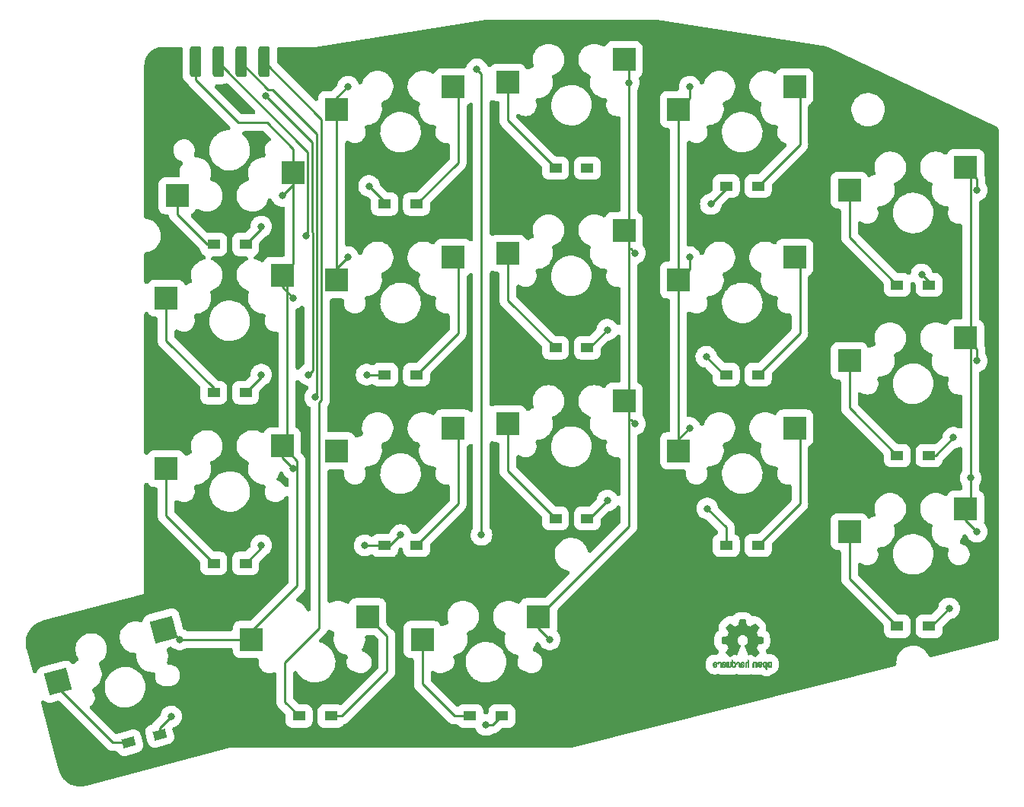
<source format=gbl>
%TF.GenerationSoftware,KiCad,Pcbnew,7.0.2-0*%
%TF.CreationDate,2023-05-24T14:40:16+08:00*%
%TF.ProjectId,Input,496e7075-742e-46b6-9963-61645f706362,1*%
%TF.SameCoordinates,PX717cbc0PY58b1140*%
%TF.FileFunction,Copper,L2,Bot*%
%TF.FilePolarity,Positive*%
%FSLAX46Y46*%
G04 Gerber Fmt 4.6, Leading zero omitted, Abs format (unit mm)*
G04 Created by KiCad (PCBNEW 7.0.2-0) date 2023-05-24 14:40:16*
%MOMM*%
%LPD*%
G01*
G04 APERTURE LIST*
G04 Aperture macros list*
%AMRoundRect*
0 Rectangle with rounded corners*
0 $1 Rounding radius*
0 $2 $3 $4 $5 $6 $7 $8 $9 X,Y pos of 4 corners*
0 Add a 4 corners polygon primitive as box body*
4,1,4,$2,$3,$4,$5,$6,$7,$8,$9,$2,$3,0*
0 Add four circle primitives for the rounded corners*
1,1,$1+$1,$2,$3*
1,1,$1+$1,$4,$5*
1,1,$1+$1,$6,$7*
1,1,$1+$1,$8,$9*
0 Add four rect primitives between the rounded corners*
20,1,$1+$1,$2,$3,$4,$5,0*
20,1,$1+$1,$4,$5,$6,$7,0*
20,1,$1+$1,$6,$7,$8,$9,0*
20,1,$1+$1,$8,$9,$2,$3,0*%
%AMRotRect*
0 Rectangle, with rotation*
0 The origin of the aperture is its center*
0 $1 length*
0 $2 width*
0 $3 Rotation angle, in degrees counterclockwise*
0 Add horizontal line*
21,1,$1,$2,0,0,$3*%
G04 Aperture macros list end*
%TA.AperFunction,EtchedComponent*%
%ADD10C,0.010000*%
%TD*%
%TA.AperFunction,SMDPad,CuDef*%
%ADD11R,2.550000X2.500000*%
%TD*%
%TA.AperFunction,ConnectorPad*%
%ADD12RoundRect,0.317500X0.317500X1.397000X-0.317500X1.397000X-0.317500X-1.397000X0.317500X-1.397000X0*%
%TD*%
%TA.AperFunction,SMDPad,CuDef*%
%ADD13R,1.400000X1.000000*%
%TD*%
%TA.AperFunction,SMDPad,CuDef*%
%ADD14RotRect,2.550000X2.500000X15.000000*%
%TD*%
%TA.AperFunction,SMDPad,CuDef*%
%ADD15RotRect,1.400000X1.000000X195.000000*%
%TD*%
%TA.AperFunction,ViaPad*%
%ADD16C,0.800000*%
%TD*%
%TA.AperFunction,Conductor*%
%ADD17C,0.250000*%
%TD*%
G04 APERTURE END LIST*
%TO.C,REF\u002A\u002A*%
D10*
X54482829Y-37951097D02*
X54542753Y-37973355D01*
X54567673Y-37990080D01*
X54592910Y-38014043D01*
X54610912Y-38044526D01*
X54622858Y-38086023D01*
X54629930Y-38143032D01*
X54633308Y-38220047D01*
X54634171Y-38321565D01*
X54634002Y-38374027D01*
X54633153Y-38445715D01*
X54631711Y-38502925D01*
X54629814Y-38540809D01*
X54627597Y-38554514D01*
X54613172Y-38549981D01*
X54584054Y-38537670D01*
X54583181Y-38537272D01*
X54568060Y-38529356D01*
X54557891Y-38518495D01*
X54551691Y-38499471D01*
X54548478Y-38467069D01*
X54547270Y-38416071D01*
X54547086Y-38341261D01*
X54546714Y-38293804D01*
X54542750Y-38204615D01*
X54533673Y-38139287D01*
X54518524Y-38094393D01*
X54496345Y-38066507D01*
X54466175Y-38052203D01*
X54461990Y-38051206D01*
X54405480Y-38050427D01*
X54361410Y-38075744D01*
X54330972Y-38126502D01*
X54325544Y-38141175D01*
X54313171Y-38173649D01*
X54306905Y-38188572D01*
X54294036Y-38186516D01*
X54265933Y-38175357D01*
X54239721Y-38156927D01*
X54227771Y-38122098D01*
X54231336Y-38097151D01*
X54253235Y-38046547D01*
X54288644Y-37999128D01*
X54330052Y-37966334D01*
X54347400Y-37958752D01*
X54413089Y-37946076D01*
X54482829Y-37951097D01*
%TA.AperFunction,EtchedComponent*%
G36*
X54482829Y-37951097D02*
G01*
X54542753Y-37973355D01*
X54567673Y-37990080D01*
X54592910Y-38014043D01*
X54610912Y-38044526D01*
X54622858Y-38086023D01*
X54629930Y-38143032D01*
X54633308Y-38220047D01*
X54634171Y-38321565D01*
X54634002Y-38374027D01*
X54633153Y-38445715D01*
X54631711Y-38502925D01*
X54629814Y-38540809D01*
X54627597Y-38554514D01*
X54613172Y-38549981D01*
X54584054Y-38537670D01*
X54583181Y-38537272D01*
X54568060Y-38529356D01*
X54557891Y-38518495D01*
X54551691Y-38499471D01*
X54548478Y-38467069D01*
X54547270Y-38416071D01*
X54547086Y-38341261D01*
X54546714Y-38293804D01*
X54542750Y-38204615D01*
X54533673Y-38139287D01*
X54518524Y-38094393D01*
X54496345Y-38066507D01*
X54466175Y-38052203D01*
X54461990Y-38051206D01*
X54405480Y-38050427D01*
X54361410Y-38075744D01*
X54330972Y-38126502D01*
X54325544Y-38141175D01*
X54313171Y-38173649D01*
X54306905Y-38188572D01*
X54294036Y-38186516D01*
X54265933Y-38175357D01*
X54239721Y-38156927D01*
X54227771Y-38122098D01*
X54231336Y-38097151D01*
X54253235Y-38046547D01*
X54288644Y-37999128D01*
X54330052Y-37966334D01*
X54347400Y-37958752D01*
X54413089Y-37946076D01*
X54482829Y-37951097D01*
G37*
%TD.AperFunction*%
X58431020Y-37917822D02*
X58498810Y-37949680D01*
X58554366Y-38004770D01*
X58565881Y-38022016D01*
X58575432Y-38041562D01*
X58582206Y-38066198D01*
X58586819Y-38100711D01*
X58589888Y-38149889D01*
X58592029Y-38218519D01*
X58593859Y-38311389D01*
X58598404Y-38569007D01*
X58560225Y-38554491D01*
X58525268Y-38541156D01*
X58499097Y-38528323D01*
X58482013Y-38511780D01*
X58472086Y-38486465D01*
X58467386Y-38447316D01*
X58465982Y-38389268D01*
X58465943Y-38307261D01*
X58465744Y-38241895D01*
X58464559Y-38179173D01*
X58461729Y-38136334D01*
X58456609Y-38108220D01*
X58448553Y-38089675D01*
X58436914Y-38075543D01*
X58408303Y-38055600D01*
X58360239Y-38048083D01*
X58312688Y-38067079D01*
X58309550Y-38069511D01*
X58299769Y-38080748D01*
X58292553Y-38098770D01*
X58287299Y-38128026D01*
X58283402Y-38172962D01*
X58280256Y-38238028D01*
X58277257Y-38327670D01*
X58270000Y-38567697D01*
X58208314Y-38540044D01*
X58146629Y-38512391D01*
X58146629Y-38293246D01*
X58146884Y-38233711D01*
X58149086Y-38150892D01*
X58154661Y-38089227D01*
X58164941Y-38043748D01*
X58181258Y-38009484D01*
X58204943Y-37981466D01*
X58237328Y-37954723D01*
X58283907Y-37927780D01*
X58357287Y-37910191D01*
X58431020Y-37917822D01*
%TA.AperFunction,EtchedComponent*%
G36*
X58431020Y-37917822D02*
G01*
X58498810Y-37949680D01*
X58554366Y-38004770D01*
X58565881Y-38022016D01*
X58575432Y-38041562D01*
X58582206Y-38066198D01*
X58586819Y-38100711D01*
X58589888Y-38149889D01*
X58592029Y-38218519D01*
X58593859Y-38311389D01*
X58598404Y-38569007D01*
X58560225Y-38554491D01*
X58525268Y-38541156D01*
X58499097Y-38528323D01*
X58482013Y-38511780D01*
X58472086Y-38486465D01*
X58467386Y-38447316D01*
X58465982Y-38389268D01*
X58465943Y-38307261D01*
X58465744Y-38241895D01*
X58464559Y-38179173D01*
X58461729Y-38136334D01*
X58456609Y-38108220D01*
X58448553Y-38089675D01*
X58436914Y-38075543D01*
X58408303Y-38055600D01*
X58360239Y-38048083D01*
X58312688Y-38067079D01*
X58309550Y-38069511D01*
X58299769Y-38080748D01*
X58292553Y-38098770D01*
X58287299Y-38128026D01*
X58283402Y-38172962D01*
X58280256Y-38238028D01*
X58277257Y-38327670D01*
X58270000Y-38567697D01*
X58208314Y-38540044D01*
X58146629Y-38512391D01*
X58146629Y-38293246D01*
X58146884Y-38233711D01*
X58149086Y-38150892D01*
X58154661Y-38089227D01*
X58164941Y-38043748D01*
X58181258Y-38009484D01*
X58204943Y-37981466D01*
X58237328Y-37954723D01*
X58283907Y-37927780D01*
X58357287Y-37910191D01*
X58431020Y-37917822D01*
G37*
%TD.AperFunction*%
X56607691Y-37966467D02*
X56612273Y-37969003D01*
X56649704Y-37998057D01*
X56683170Y-38035410D01*
X56689007Y-38043852D01*
X56700165Y-38063553D01*
X56708136Y-38086935D01*
X56713618Y-38119067D01*
X56717307Y-38165019D01*
X56719899Y-38229859D01*
X56722092Y-38318657D01*
X56722402Y-38333669D01*
X56723400Y-38430999D01*
X56721994Y-38499934D01*
X56718164Y-38540948D01*
X56711889Y-38554514D01*
X56692898Y-38550452D01*
X56660638Y-38538144D01*
X56653041Y-38534545D01*
X56641176Y-38526398D01*
X56632994Y-38513004D01*
X56627643Y-38489608D01*
X56624269Y-38451455D01*
X56622019Y-38393790D01*
X56620040Y-38311857D01*
X56619498Y-38287907D01*
X56617403Y-38212266D01*
X56614683Y-38159328D01*
X56610515Y-38124075D01*
X56604079Y-38101487D01*
X56594550Y-38086544D01*
X56581106Y-38074227D01*
X56541305Y-38052634D01*
X56492341Y-38048476D01*
X56448529Y-38064999D01*
X56417008Y-38099210D01*
X56404914Y-38148114D01*
X56404578Y-38161407D01*
X56397972Y-38185472D01*
X56378470Y-38189144D01*
X56340283Y-38174813D01*
X56331438Y-38170217D01*
X56307534Y-38143186D01*
X56307061Y-38102994D01*
X56329836Y-38047409D01*
X56350727Y-38017117D01*
X56404142Y-37974084D01*
X56470074Y-37949755D01*
X56540574Y-37946443D01*
X56607691Y-37966467D01*
%TA.AperFunction,EtchedComponent*%
G36*
X56607691Y-37966467D02*
G01*
X56612273Y-37969003D01*
X56649704Y-37998057D01*
X56683170Y-38035410D01*
X56689007Y-38043852D01*
X56700165Y-38063553D01*
X56708136Y-38086935D01*
X56713618Y-38119067D01*
X56717307Y-38165019D01*
X56719899Y-38229859D01*
X56722092Y-38318657D01*
X56722402Y-38333669D01*
X56723400Y-38430999D01*
X56721994Y-38499934D01*
X56718164Y-38540948D01*
X56711889Y-38554514D01*
X56692898Y-38550452D01*
X56660638Y-38538144D01*
X56653041Y-38534545D01*
X56641176Y-38526398D01*
X56632994Y-38513004D01*
X56627643Y-38489608D01*
X56624269Y-38451455D01*
X56622019Y-38393790D01*
X56620040Y-38311857D01*
X56619498Y-38287907D01*
X56617403Y-38212266D01*
X56614683Y-38159328D01*
X56610515Y-38124075D01*
X56604079Y-38101487D01*
X56594550Y-38086544D01*
X56581106Y-38074227D01*
X56541305Y-38052634D01*
X56492341Y-38048476D01*
X56448529Y-38064999D01*
X56417008Y-38099210D01*
X56404914Y-38148114D01*
X56404578Y-38161407D01*
X56397972Y-38185472D01*
X56378470Y-38189144D01*
X56340283Y-38174813D01*
X56331438Y-38170217D01*
X56307534Y-38143186D01*
X56307061Y-38102994D01*
X56329836Y-38047409D01*
X56350727Y-38017117D01*
X56404142Y-37974084D01*
X56470074Y-37949755D01*
X56540574Y-37946443D01*
X56607691Y-37966467D01*
G37*
%TD.AperFunction*%
X57678543Y-37749444D02*
X57725714Y-37769342D01*
X57725714Y-38166509D01*
X57725519Y-38269498D01*
X57724998Y-38362141D01*
X57724199Y-38440700D01*
X57723172Y-38501439D01*
X57721963Y-38540623D01*
X57720623Y-38554514D01*
X57720099Y-38554468D01*
X57702287Y-38549420D01*
X57669823Y-38538580D01*
X57624114Y-38522646D01*
X57624114Y-38318173D01*
X57623824Y-38237832D01*
X57622474Y-38179562D01*
X57619369Y-38139909D01*
X57613812Y-38113618D01*
X57605107Y-38095436D01*
X57592556Y-38080107D01*
X57583999Y-38071955D01*
X57537728Y-38049375D01*
X57486728Y-38051375D01*
X57439993Y-38078073D01*
X57433189Y-38084698D01*
X57422293Y-38098456D01*
X57414836Y-38116642D01*
X57410169Y-38144177D01*
X57407642Y-38185981D01*
X57406602Y-38246973D01*
X57406400Y-38332073D01*
X57406303Y-38375234D01*
X57405674Y-38446224D01*
X57404556Y-38503076D01*
X57403063Y-38540828D01*
X57401309Y-38554514D01*
X57400785Y-38554468D01*
X57382973Y-38549420D01*
X57350509Y-38538580D01*
X57304800Y-38522646D01*
X57304823Y-38317237D01*
X57304857Y-38298951D01*
X57306778Y-38203626D01*
X57312678Y-38131543D01*
X57324001Y-38077813D01*
X57342187Y-38037549D01*
X57368679Y-38005861D01*
X57404918Y-37977861D01*
X57440263Y-37960333D01*
X57496773Y-37946785D01*
X57552356Y-37946015D01*
X57595086Y-37959195D01*
X57598298Y-37961015D01*
X57608205Y-37960820D01*
X57614975Y-37945572D01*
X57619861Y-37910613D01*
X57624114Y-37851289D01*
X57631371Y-37729547D01*
X57678543Y-37749444D01*
%TA.AperFunction,EtchedComponent*%
G36*
X57678543Y-37749444D02*
G01*
X57725714Y-37769342D01*
X57725714Y-38166509D01*
X57725519Y-38269498D01*
X57724998Y-38362141D01*
X57724199Y-38440700D01*
X57723172Y-38501439D01*
X57721963Y-38540623D01*
X57720623Y-38554514D01*
X57720099Y-38554468D01*
X57702287Y-38549420D01*
X57669823Y-38538580D01*
X57624114Y-38522646D01*
X57624114Y-38318173D01*
X57623824Y-38237832D01*
X57622474Y-38179562D01*
X57619369Y-38139909D01*
X57613812Y-38113618D01*
X57605107Y-38095436D01*
X57592556Y-38080107D01*
X57583999Y-38071955D01*
X57537728Y-38049375D01*
X57486728Y-38051375D01*
X57439993Y-38078073D01*
X57433189Y-38084698D01*
X57422293Y-38098456D01*
X57414836Y-38116642D01*
X57410169Y-38144177D01*
X57407642Y-38185981D01*
X57406602Y-38246973D01*
X57406400Y-38332073D01*
X57406303Y-38375234D01*
X57405674Y-38446224D01*
X57404556Y-38503076D01*
X57403063Y-38540828D01*
X57401309Y-38554514D01*
X57400785Y-38554468D01*
X57382973Y-38549420D01*
X57350509Y-38538580D01*
X57304800Y-38522646D01*
X57304823Y-38317237D01*
X57304857Y-38298951D01*
X57306778Y-38203626D01*
X57312678Y-38131543D01*
X57324001Y-38077813D01*
X57342187Y-38037549D01*
X57368679Y-38005861D01*
X57404918Y-37977861D01*
X57440263Y-37960333D01*
X57496773Y-37946785D01*
X57552356Y-37946015D01*
X57595086Y-37959195D01*
X57598298Y-37961015D01*
X57608205Y-37960820D01*
X57614975Y-37945572D01*
X57619861Y-37910613D01*
X57624114Y-37851289D01*
X57631371Y-37729547D01*
X57678543Y-37749444D01*
G37*
%TD.AperFunction*%
X55653941Y-37949282D02*
X55685774Y-37961758D01*
X55722743Y-37978602D01*
X55722743Y-38465196D01*
X55676812Y-38511127D01*
X55666320Y-38521427D01*
X55637255Y-38544320D01*
X55607943Y-38551735D01*
X55564326Y-38548321D01*
X55546568Y-38546114D01*
X55500767Y-38541445D01*
X55468743Y-38539585D01*
X55459244Y-38539869D01*
X55420274Y-38542948D01*
X55373160Y-38548321D01*
X55358085Y-38550168D01*
X55320110Y-38550893D01*
X55292325Y-38539429D01*
X55260674Y-38511127D01*
X55214743Y-38465196D01*
X55214743Y-38205055D01*
X55215101Y-38128180D01*
X55216216Y-38054886D01*
X55217952Y-37996850D01*
X55220167Y-37958663D01*
X55222721Y-37944914D01*
X55223256Y-37944951D01*
X55241808Y-37951793D01*
X55273153Y-37966868D01*
X55315608Y-37988822D01*
X55319604Y-38217240D01*
X55323600Y-38445657D01*
X55410686Y-38445657D01*
X55414657Y-38195286D01*
X55415916Y-38127227D01*
X55417718Y-38054482D01*
X55419671Y-37996730D01*
X55421612Y-37958648D01*
X55423377Y-37944914D01*
X55423885Y-37944962D01*
X55441482Y-37950015D01*
X55473834Y-37960849D01*
X55519543Y-37976783D01*
X55519765Y-38196706D01*
X55519988Y-38234909D01*
X55521531Y-38309146D01*
X55524292Y-38371145D01*
X55527977Y-38415308D01*
X55532292Y-38436041D01*
X55547732Y-38447131D01*
X55579241Y-38450556D01*
X55613886Y-38445657D01*
X55617857Y-38195286D01*
X55619278Y-38131663D01*
X55622225Y-38056356D01*
X55626079Y-37997286D01*
X55630542Y-37958718D01*
X55635317Y-37944914D01*
X55653941Y-37949282D01*
%TA.AperFunction,EtchedComponent*%
G36*
X55653941Y-37949282D02*
G01*
X55685774Y-37961758D01*
X55722743Y-37978602D01*
X55722743Y-38465196D01*
X55676812Y-38511127D01*
X55666320Y-38521427D01*
X55637255Y-38544320D01*
X55607943Y-38551735D01*
X55564326Y-38548321D01*
X55546568Y-38546114D01*
X55500767Y-38541445D01*
X55468743Y-38539585D01*
X55459244Y-38539869D01*
X55420274Y-38542948D01*
X55373160Y-38548321D01*
X55358085Y-38550168D01*
X55320110Y-38550893D01*
X55292325Y-38539429D01*
X55260674Y-38511127D01*
X55214743Y-38465196D01*
X55214743Y-38205055D01*
X55215101Y-38128180D01*
X55216216Y-38054886D01*
X55217952Y-37996850D01*
X55220167Y-37958663D01*
X55222721Y-37944914D01*
X55223256Y-37944951D01*
X55241808Y-37951793D01*
X55273153Y-37966868D01*
X55315608Y-37988822D01*
X55319604Y-38217240D01*
X55323600Y-38445657D01*
X55410686Y-38445657D01*
X55414657Y-38195286D01*
X55415916Y-38127227D01*
X55417718Y-38054482D01*
X55419671Y-37996730D01*
X55421612Y-37958648D01*
X55423377Y-37944914D01*
X55423885Y-37944962D01*
X55441482Y-37950015D01*
X55473834Y-37960849D01*
X55519543Y-37976783D01*
X55519765Y-38196706D01*
X55519988Y-38234909D01*
X55521531Y-38309146D01*
X55524292Y-38371145D01*
X55527977Y-38415308D01*
X55532292Y-38436041D01*
X55547732Y-38447131D01*
X55579241Y-38450556D01*
X55613886Y-38445657D01*
X55617857Y-38195286D01*
X55619278Y-38131663D01*
X55622225Y-38056356D01*
X55626079Y-37997286D01*
X55630542Y-37958718D01*
X55635317Y-37944914D01*
X55653941Y-37949282D01*
G37*
%TD.AperFunction*%
X60265714Y-38235200D02*
X60265701Y-38250935D01*
X60264914Y-38321119D01*
X60262210Y-38370022D01*
X60256606Y-38404178D01*
X60247119Y-38430124D01*
X60232768Y-38454397D01*
X60229237Y-38459433D01*
X60191878Y-38499143D01*
X60149311Y-38529092D01*
X60127452Y-38538810D01*
X60048908Y-38555020D01*
X59971231Y-38544535D01*
X59899645Y-38508707D01*
X59839374Y-38448887D01*
X59834286Y-38440873D01*
X59817730Y-38394342D01*
X59806573Y-38329552D01*
X59801160Y-38254727D01*
X59801768Y-38185513D01*
X59948248Y-38185513D01*
X59949402Y-38281399D01*
X59949866Y-38287569D01*
X59956629Y-38340478D01*
X59968671Y-38374029D01*
X59989005Y-38397016D01*
X60023097Y-38418548D01*
X60056814Y-38419680D01*
X60091543Y-38394857D01*
X60097584Y-38388325D01*
X60109417Y-38368779D01*
X60116404Y-38340386D01*
X60119727Y-38296430D01*
X60120571Y-38230192D01*
X60119125Y-38168150D01*
X60111907Y-38109042D01*
X60097006Y-38071686D01*
X60072636Y-38052152D01*
X60037008Y-38046514D01*
X60023440Y-38047635D01*
X59985430Y-38068194D01*
X59960312Y-38114299D01*
X59948248Y-38185513D01*
X59801768Y-38185513D01*
X59801833Y-38178096D01*
X59808937Y-38107882D01*
X59822815Y-38052312D01*
X59840649Y-38015301D01*
X59890855Y-37957733D01*
X59958885Y-37921962D01*
X60042158Y-37909665D01*
X60064398Y-37910331D01*
X60129891Y-37923947D01*
X60183687Y-37958249D01*
X60233057Y-38017338D01*
X60235995Y-38021722D01*
X60249287Y-38045299D01*
X60257932Y-38071949D01*
X60262904Y-38108159D01*
X60265174Y-38160413D01*
X60265678Y-38230192D01*
X60265714Y-38235200D01*
%TA.AperFunction,EtchedComponent*%
G36*
X60265714Y-38235200D02*
G01*
X60265701Y-38250935D01*
X60264914Y-38321119D01*
X60262210Y-38370022D01*
X60256606Y-38404178D01*
X60247119Y-38430124D01*
X60232768Y-38454397D01*
X60229237Y-38459433D01*
X60191878Y-38499143D01*
X60149311Y-38529092D01*
X60127452Y-38538810D01*
X60048908Y-38555020D01*
X59971231Y-38544535D01*
X59899645Y-38508707D01*
X59839374Y-38448887D01*
X59834286Y-38440873D01*
X59817730Y-38394342D01*
X59806573Y-38329552D01*
X59801160Y-38254727D01*
X59801768Y-38185513D01*
X59948248Y-38185513D01*
X59949402Y-38281399D01*
X59949866Y-38287569D01*
X59956629Y-38340478D01*
X59968671Y-38374029D01*
X59989005Y-38397016D01*
X60023097Y-38418548D01*
X60056814Y-38419680D01*
X60091543Y-38394857D01*
X60097584Y-38388325D01*
X60109417Y-38368779D01*
X60116404Y-38340386D01*
X60119727Y-38296430D01*
X60120571Y-38230192D01*
X60119125Y-38168150D01*
X60111907Y-38109042D01*
X60097006Y-38071686D01*
X60072636Y-38052152D01*
X60037008Y-38046514D01*
X60023440Y-38047635D01*
X59985430Y-38068194D01*
X59960312Y-38114299D01*
X59948248Y-38185513D01*
X59801768Y-38185513D01*
X59801833Y-38178096D01*
X59808937Y-38107882D01*
X59822815Y-38052312D01*
X59840649Y-38015301D01*
X59890855Y-37957733D01*
X59958885Y-37921962D01*
X60042158Y-37909665D01*
X60064398Y-37910331D01*
X60129891Y-37923947D01*
X60183687Y-37958249D01*
X60233057Y-38017338D01*
X60235995Y-38021722D01*
X60249287Y-38045299D01*
X60257932Y-38071949D01*
X60262904Y-38108159D01*
X60265174Y-38160413D01*
X60265678Y-38230192D01*
X60265714Y-38235200D01*
G37*
%TD.AperFunction*%
X54140590Y-38252622D02*
X54140307Y-38291305D01*
X54136762Y-38367521D01*
X54127483Y-38423294D01*
X54110375Y-38464613D01*
X54083344Y-38497467D01*
X54044292Y-38527846D01*
X54019445Y-38541660D01*
X53979615Y-38550965D01*
X53923665Y-38550230D01*
X53892385Y-38547283D01*
X53854653Y-38538283D01*
X53824494Y-38518720D01*
X53789408Y-38482267D01*
X53784720Y-38476943D01*
X53753177Y-38435969D01*
X53738128Y-38400283D01*
X53734286Y-38357966D01*
X53734286Y-38295779D01*
X53777742Y-38312182D01*
X53809424Y-38331356D01*
X53836962Y-38376347D01*
X53842711Y-38390752D01*
X53874855Y-38431546D01*
X53918611Y-38452081D01*
X53966254Y-38450235D01*
X54010057Y-38423886D01*
X54025111Y-38407455D01*
X54038763Y-38382667D01*
X54034493Y-38360144D01*
X54009916Y-38336964D01*
X53962651Y-38310202D01*
X53890314Y-38276934D01*
X53741543Y-38211816D01*
X53737595Y-38147308D01*
X53739079Y-38106220D01*
X53836010Y-38106220D01*
X53843368Y-38131657D01*
X53876848Y-38158814D01*
X53937614Y-38189714D01*
X53947669Y-38194190D01*
X53995751Y-38215017D01*
X54031726Y-38229665D01*
X54048444Y-38235200D01*
X54050977Y-38231126D01*
X54051993Y-38206247D01*
X54048369Y-38166257D01*
X54039242Y-38127152D01*
X54010773Y-38077884D01*
X53969678Y-38050122D01*
X53920590Y-38046364D01*
X53868144Y-38069109D01*
X53853609Y-38080481D01*
X53836010Y-38106220D01*
X53739079Y-38106220D01*
X53739338Y-38099064D01*
X53761281Y-38038096D01*
X53788979Y-38004497D01*
X53846405Y-37966966D01*
X53914527Y-37948006D01*
X53984947Y-37949507D01*
X54049267Y-37973355D01*
X54063426Y-37982513D01*
X54095904Y-38010849D01*
X54118116Y-38046695D01*
X54131804Y-38095384D01*
X54138715Y-38162249D01*
X54139628Y-38206247D01*
X54140590Y-38252622D01*
%TA.AperFunction,EtchedComponent*%
G36*
X54140590Y-38252622D02*
G01*
X54140307Y-38291305D01*
X54136762Y-38367521D01*
X54127483Y-38423294D01*
X54110375Y-38464613D01*
X54083344Y-38497467D01*
X54044292Y-38527846D01*
X54019445Y-38541660D01*
X53979615Y-38550965D01*
X53923665Y-38550230D01*
X53892385Y-38547283D01*
X53854653Y-38538283D01*
X53824494Y-38518720D01*
X53789408Y-38482267D01*
X53784720Y-38476943D01*
X53753177Y-38435969D01*
X53738128Y-38400283D01*
X53734286Y-38357966D01*
X53734286Y-38295779D01*
X53777742Y-38312182D01*
X53809424Y-38331356D01*
X53836962Y-38376347D01*
X53842711Y-38390752D01*
X53874855Y-38431546D01*
X53918611Y-38452081D01*
X53966254Y-38450235D01*
X54010057Y-38423886D01*
X54025111Y-38407455D01*
X54038763Y-38382667D01*
X54034493Y-38360144D01*
X54009916Y-38336964D01*
X53962651Y-38310202D01*
X53890314Y-38276934D01*
X53741543Y-38211816D01*
X53737595Y-38147308D01*
X53739079Y-38106220D01*
X53836010Y-38106220D01*
X53843368Y-38131657D01*
X53876848Y-38158814D01*
X53937614Y-38189714D01*
X53947669Y-38194190D01*
X53995751Y-38215017D01*
X54031726Y-38229665D01*
X54048444Y-38235200D01*
X54050977Y-38231126D01*
X54051993Y-38206247D01*
X54048369Y-38166257D01*
X54039242Y-38127152D01*
X54010773Y-38077884D01*
X53969678Y-38050122D01*
X53920590Y-38046364D01*
X53868144Y-38069109D01*
X53853609Y-38080481D01*
X53836010Y-38106220D01*
X53739079Y-38106220D01*
X53739338Y-38099064D01*
X53761281Y-38038096D01*
X53788979Y-38004497D01*
X53846405Y-37966966D01*
X53914527Y-37948006D01*
X53984947Y-37949507D01*
X54049267Y-37973355D01*
X54063426Y-37982513D01*
X54095904Y-38010849D01*
X54118116Y-38046695D01*
X54131804Y-38095384D01*
X54138715Y-38162249D01*
X54139628Y-38206247D01*
X54140590Y-38252622D01*
G37*
%TD.AperFunction*%
X56230698Y-38249714D02*
X56229537Y-38306313D01*
X56221345Y-38383462D01*
X56203519Y-38441276D01*
X56173975Y-38485422D01*
X56130625Y-38521568D01*
X56089332Y-38542463D01*
X56019987Y-38554090D01*
X55950736Y-38541377D01*
X55888145Y-38505945D01*
X55838779Y-38449418D01*
X55832818Y-38438995D01*
X55824945Y-38420733D01*
X55819106Y-38397429D01*
X55814999Y-38365085D01*
X55812325Y-38319704D01*
X55810781Y-38257287D01*
X55810734Y-38251748D01*
X55911429Y-38251748D01*
X55911772Y-38304577D01*
X55913942Y-38352362D01*
X55919307Y-38383209D01*
X55929217Y-38403935D01*
X55945021Y-38421356D01*
X55948724Y-38424705D01*
X55996299Y-38449419D01*
X56046635Y-38446890D01*
X56093517Y-38417288D01*
X56107477Y-38401953D01*
X56119160Y-38381622D01*
X56125686Y-38353514D01*
X56128524Y-38310550D01*
X56129143Y-38245647D01*
X56128837Y-38196122D01*
X56126722Y-38147782D01*
X56121390Y-38116587D01*
X56111460Y-38095647D01*
X56095550Y-38078073D01*
X56086204Y-38070159D01*
X56037776Y-38048843D01*
X55987040Y-38052198D01*
X55942987Y-38080107D01*
X55933504Y-38091173D01*
X55921939Y-38112009D01*
X55915252Y-38141106D01*
X55912173Y-38185381D01*
X55911429Y-38251748D01*
X55810734Y-38251748D01*
X55810067Y-38173837D01*
X55809883Y-38065358D01*
X55809829Y-37728601D01*
X55857000Y-37748362D01*
X55869472Y-37753770D01*
X55889324Y-37765985D01*
X55900687Y-37784482D01*
X55906933Y-37816829D01*
X55911429Y-37870593D01*
X55915535Y-37918866D01*
X55920963Y-37950557D01*
X55928739Y-37962383D01*
X55940457Y-37959212D01*
X55970318Y-37948067D01*
X56023684Y-37945304D01*
X56081093Y-37955625D01*
X56130625Y-37977861D01*
X56157876Y-37998443D01*
X56192865Y-38038600D01*
X56215274Y-38090086D01*
X56227190Y-38158568D01*
X56230542Y-38245647D01*
X56230698Y-38249714D01*
%TA.AperFunction,EtchedComponent*%
G36*
X56230698Y-38249714D02*
G01*
X56229537Y-38306313D01*
X56221345Y-38383462D01*
X56203519Y-38441276D01*
X56173975Y-38485422D01*
X56130625Y-38521568D01*
X56089332Y-38542463D01*
X56019987Y-38554090D01*
X55950736Y-38541377D01*
X55888145Y-38505945D01*
X55838779Y-38449418D01*
X55832818Y-38438995D01*
X55824945Y-38420733D01*
X55819106Y-38397429D01*
X55814999Y-38365085D01*
X55812325Y-38319704D01*
X55810781Y-38257287D01*
X55810734Y-38251748D01*
X55911429Y-38251748D01*
X55911772Y-38304577D01*
X55913942Y-38352362D01*
X55919307Y-38383209D01*
X55929217Y-38403935D01*
X55945021Y-38421356D01*
X55948724Y-38424705D01*
X55996299Y-38449419D01*
X56046635Y-38446890D01*
X56093517Y-38417288D01*
X56107477Y-38401953D01*
X56119160Y-38381622D01*
X56125686Y-38353514D01*
X56128524Y-38310550D01*
X56129143Y-38245647D01*
X56128837Y-38196122D01*
X56126722Y-38147782D01*
X56121390Y-38116587D01*
X56111460Y-38095647D01*
X56095550Y-38078073D01*
X56086204Y-38070159D01*
X56037776Y-38048843D01*
X55987040Y-38052198D01*
X55942987Y-38080107D01*
X55933504Y-38091173D01*
X55921939Y-38112009D01*
X55915252Y-38141106D01*
X55912173Y-38185381D01*
X55911429Y-38251748D01*
X55810734Y-38251748D01*
X55810067Y-38173837D01*
X55809883Y-38065358D01*
X55809829Y-37728601D01*
X55857000Y-37748362D01*
X55869472Y-37753770D01*
X55889324Y-37765985D01*
X55900687Y-37784482D01*
X55906933Y-37816829D01*
X55911429Y-37870593D01*
X55915535Y-37918866D01*
X55920963Y-37950557D01*
X55928739Y-37962383D01*
X55940457Y-37959212D01*
X55970318Y-37948067D01*
X56023684Y-37945304D01*
X56081093Y-37955625D01*
X56130625Y-37977861D01*
X56157876Y-37998443D01*
X56192865Y-38038600D01*
X56215274Y-38090086D01*
X56227190Y-38158568D01*
X56230542Y-38245647D01*
X56230698Y-38249714D01*
G37*
%TD.AperFunction*%
X59162299Y-38194055D02*
X59157684Y-38304078D01*
X59155078Y-38327387D01*
X59135660Y-38410352D01*
X59100573Y-38473448D01*
X59047212Y-38521808D01*
X59044196Y-38523804D01*
X58976362Y-38552185D01*
X58905535Y-38554711D01*
X58837289Y-38533097D01*
X58777196Y-38489062D01*
X58730829Y-38424322D01*
X58730050Y-38422761D01*
X58714643Y-38382558D01*
X58703357Y-38336866D01*
X58697370Y-38293972D01*
X58697861Y-38262160D01*
X58706007Y-38249714D01*
X58713244Y-38250471D01*
X58747851Y-38264235D01*
X58787078Y-38289546D01*
X58820448Y-38318845D01*
X58837483Y-38344572D01*
X58855192Y-38379471D01*
X58891485Y-38411212D01*
X58933630Y-38423886D01*
X58949077Y-38420221D01*
X58979569Y-38401774D01*
X59006128Y-38376166D01*
X59017486Y-38352934D01*
X59017482Y-38352848D01*
X59004596Y-38342179D01*
X58970241Y-38322933D01*
X58919593Y-38297813D01*
X58857829Y-38269524D01*
X58857489Y-38269374D01*
X58790388Y-38239498D01*
X58745411Y-38217973D01*
X58718145Y-38201437D01*
X58704178Y-38186531D01*
X58699097Y-38169893D01*
X58698490Y-38148162D01*
X58702712Y-38107013D01*
X58846000Y-38107013D01*
X58860791Y-38119949D01*
X58897644Y-38139333D01*
X58898725Y-38139881D01*
X58942205Y-38160587D01*
X58981102Y-38177105D01*
X59005778Y-38184093D01*
X59015676Y-38174753D01*
X59017486Y-38142748D01*
X59009966Y-38102915D01*
X58983897Y-38066717D01*
X58946154Y-38047950D01*
X58904077Y-38049845D01*
X58865005Y-38075632D01*
X58849647Y-38093451D01*
X58846000Y-38107013D01*
X58702712Y-38107013D01*
X58703833Y-38096086D01*
X58730251Y-38025335D01*
X58774473Y-37969735D01*
X58831697Y-37931239D01*
X58897120Y-37911797D01*
X58965937Y-37913359D01*
X59033347Y-37937878D01*
X59094544Y-37987302D01*
X59128450Y-38036212D01*
X59152806Y-38106027D01*
X59156767Y-38142748D01*
X59162299Y-38194055D01*
%TA.AperFunction,EtchedComponent*%
G36*
X59162299Y-38194055D02*
G01*
X59157684Y-38304078D01*
X59155078Y-38327387D01*
X59135660Y-38410352D01*
X59100573Y-38473448D01*
X59047212Y-38521808D01*
X59044196Y-38523804D01*
X58976362Y-38552185D01*
X58905535Y-38554711D01*
X58837289Y-38533097D01*
X58777196Y-38489062D01*
X58730829Y-38424322D01*
X58730050Y-38422761D01*
X58714643Y-38382558D01*
X58703357Y-38336866D01*
X58697370Y-38293972D01*
X58697861Y-38262160D01*
X58706007Y-38249714D01*
X58713244Y-38250471D01*
X58747851Y-38264235D01*
X58787078Y-38289546D01*
X58820448Y-38318845D01*
X58837483Y-38344572D01*
X58855192Y-38379471D01*
X58891485Y-38411212D01*
X58933630Y-38423886D01*
X58949077Y-38420221D01*
X58979569Y-38401774D01*
X59006128Y-38376166D01*
X59017486Y-38352934D01*
X59017482Y-38352848D01*
X59004596Y-38342179D01*
X58970241Y-38322933D01*
X58919593Y-38297813D01*
X58857829Y-38269524D01*
X58857489Y-38269374D01*
X58790388Y-38239498D01*
X58745411Y-38217973D01*
X58718145Y-38201437D01*
X58704178Y-38186531D01*
X58699097Y-38169893D01*
X58698490Y-38148162D01*
X58702712Y-38107013D01*
X58846000Y-38107013D01*
X58860791Y-38119949D01*
X58897644Y-38139333D01*
X58898725Y-38139881D01*
X58942205Y-38160587D01*
X58981102Y-38177105D01*
X59005778Y-38184093D01*
X59015676Y-38174753D01*
X59017486Y-38142748D01*
X59009966Y-38102915D01*
X58983897Y-38066717D01*
X58946154Y-38047950D01*
X58904077Y-38049845D01*
X58865005Y-38075632D01*
X58849647Y-38093451D01*
X58846000Y-38107013D01*
X58702712Y-38107013D01*
X58703833Y-38096086D01*
X58730251Y-38025335D01*
X58774473Y-37969735D01*
X58831697Y-37931239D01*
X58897120Y-37911797D01*
X58965937Y-37913359D01*
X59033347Y-37937878D01*
X59094544Y-37987302D01*
X59128450Y-38036212D01*
X59152806Y-38106027D01*
X59156767Y-38142748D01*
X59162299Y-38194055D01*
G37*
%TD.AperFunction*%
X57089483Y-37960569D02*
X57139376Y-37989661D01*
X57161325Y-38012327D01*
X57203504Y-38080082D01*
X57217714Y-38153950D01*
X57217714Y-38204770D01*
X57170999Y-38185128D01*
X57138692Y-38165308D01*
X57113231Y-38124160D01*
X57110616Y-38115675D01*
X57082478Y-38072451D01*
X57040067Y-38049103D01*
X56991370Y-38048100D01*
X56944373Y-38071914D01*
X56937357Y-38078056D01*
X56913893Y-38104745D01*
X56910019Y-38128014D01*
X56927768Y-38150862D01*
X56969179Y-38176287D01*
X57036286Y-38207288D01*
X57040824Y-38209252D01*
X57115322Y-38243990D01*
X57166203Y-38274763D01*
X57197525Y-38305488D01*
X57213343Y-38340082D01*
X57217714Y-38382462D01*
X57211986Y-38429446D01*
X57183062Y-38489585D01*
X57132178Y-38532788D01*
X57095374Y-38545759D01*
X57043434Y-38552856D01*
X56992999Y-38551340D01*
X56956983Y-38540632D01*
X56953158Y-38537966D01*
X56942998Y-38519337D01*
X56950048Y-38486505D01*
X56962297Y-38460735D01*
X56981939Y-38450006D01*
X57019191Y-38450539D01*
X57070908Y-38447462D01*
X57104701Y-38426212D01*
X57116114Y-38386877D01*
X57116104Y-38385747D01*
X57109187Y-38362913D01*
X57085659Y-38341963D01*
X57039914Y-38317815D01*
X56977704Y-38288741D01*
X56936499Y-38272925D01*
X56912712Y-38273944D01*
X56901597Y-38294837D01*
X56898408Y-38338641D01*
X56898400Y-38408393D01*
X56898044Y-38451452D01*
X56896413Y-38504626D01*
X56893761Y-38541022D01*
X56890422Y-38554514D01*
X56889530Y-38554423D01*
X56870237Y-38547110D01*
X56838284Y-38531678D01*
X56794124Y-38508842D01*
X56799371Y-38303078D01*
X56799736Y-38289432D01*
X56803904Y-38193651D01*
X56811268Y-38121462D01*
X56823330Y-38068058D01*
X56841593Y-38028633D01*
X56867560Y-37998380D01*
X56902733Y-37972493D01*
X56903384Y-37972087D01*
X56960256Y-37950968D01*
X57026033Y-37947400D01*
X57089483Y-37960569D01*
%TA.AperFunction,EtchedComponent*%
G36*
X57089483Y-37960569D02*
G01*
X57139376Y-37989661D01*
X57161325Y-38012327D01*
X57203504Y-38080082D01*
X57217714Y-38153950D01*
X57217714Y-38204770D01*
X57170999Y-38185128D01*
X57138692Y-38165308D01*
X57113231Y-38124160D01*
X57110616Y-38115675D01*
X57082478Y-38072451D01*
X57040067Y-38049103D01*
X56991370Y-38048100D01*
X56944373Y-38071914D01*
X56937357Y-38078056D01*
X56913893Y-38104745D01*
X56910019Y-38128014D01*
X56927768Y-38150862D01*
X56969179Y-38176287D01*
X57036286Y-38207288D01*
X57040824Y-38209252D01*
X57115322Y-38243990D01*
X57166203Y-38274763D01*
X57197525Y-38305488D01*
X57213343Y-38340082D01*
X57217714Y-38382462D01*
X57211986Y-38429446D01*
X57183062Y-38489585D01*
X57132178Y-38532788D01*
X57095374Y-38545759D01*
X57043434Y-38552856D01*
X56992999Y-38551340D01*
X56956983Y-38540632D01*
X56953158Y-38537966D01*
X56942998Y-38519337D01*
X56950048Y-38486505D01*
X56962297Y-38460735D01*
X56981939Y-38450006D01*
X57019191Y-38450539D01*
X57070908Y-38447462D01*
X57104701Y-38426212D01*
X57116114Y-38386877D01*
X57116104Y-38385747D01*
X57109187Y-38362913D01*
X57085659Y-38341963D01*
X57039914Y-38317815D01*
X56977704Y-38288741D01*
X56936499Y-38272925D01*
X56912712Y-38273944D01*
X56901597Y-38294837D01*
X56898408Y-38338641D01*
X56898400Y-38408393D01*
X56898044Y-38451452D01*
X56896413Y-38504626D01*
X56893761Y-38541022D01*
X56890422Y-38554514D01*
X56889530Y-38554423D01*
X56870237Y-38547110D01*
X56838284Y-38531678D01*
X56794124Y-38508842D01*
X56799371Y-38303078D01*
X56799736Y-38289432D01*
X56803904Y-38193651D01*
X56811268Y-38121462D01*
X56823330Y-38068058D01*
X56841593Y-38028633D01*
X56867560Y-37998380D01*
X56902733Y-37972493D01*
X56903384Y-37972087D01*
X56960256Y-37950968D01*
X57026033Y-37947400D01*
X57089483Y-37960569D01*
G37*
%TD.AperFunction*%
X59709815Y-38301524D02*
X59711252Y-38413000D01*
X59711651Y-38445339D01*
X59712929Y-38553455D01*
X59713185Y-38636186D01*
X59711634Y-38696426D01*
X59707490Y-38737073D01*
X59699964Y-38761023D01*
X59688271Y-38771171D01*
X59671624Y-38770414D01*
X59649236Y-38761648D01*
X59620321Y-38747769D01*
X59614142Y-38744808D01*
X59588413Y-38730311D01*
X59574976Y-38713065D01*
X59569834Y-38684308D01*
X59568990Y-38635283D01*
X59568952Y-38547257D01*
X59478276Y-38547257D01*
X59422498Y-38544815D01*
X59378640Y-38534908D01*
X59342218Y-38514886D01*
X59339503Y-38512929D01*
X59302546Y-38479869D01*
X59276826Y-38439931D01*
X59260606Y-38387657D01*
X59252148Y-38317588D01*
X59250083Y-38238430D01*
X59394857Y-38238430D01*
X59394882Y-38251697D01*
X59396261Y-38311584D01*
X59400687Y-38350732D01*
X59409461Y-38376153D01*
X59423886Y-38394857D01*
X59424784Y-38395750D01*
X59460237Y-38419952D01*
X59494596Y-38417567D01*
X59533403Y-38388260D01*
X59542895Y-38378244D01*
X59556876Y-38357708D01*
X59564760Y-38330997D01*
X59568245Y-38290499D01*
X59569029Y-38228603D01*
X59568350Y-38191130D01*
X59560983Y-38122980D01*
X59544168Y-38078330D01*
X59516234Y-38053926D01*
X59475509Y-38046514D01*
X59458350Y-38048094D01*
X59428660Y-38063766D01*
X59409031Y-38098691D01*
X59398188Y-38155901D01*
X59394857Y-38238430D01*
X59250083Y-38238430D01*
X59249714Y-38224267D01*
X59250253Y-38156169D01*
X59252707Y-38104587D01*
X59258158Y-38068816D01*
X59267686Y-38042015D01*
X59282371Y-38017338D01*
X59295852Y-37998480D01*
X59344799Y-37947568D01*
X59400256Y-37919918D01*
X59469928Y-37911165D01*
X59549664Y-37919890D01*
X59618595Y-37951185D01*
X59673113Y-38006381D01*
X59677223Y-38012224D01*
X59686808Y-38027753D01*
X59694151Y-38045498D01*
X59699612Y-38069290D01*
X59703550Y-38102958D01*
X59706323Y-38150333D01*
X59708292Y-38215245D01*
X59708528Y-38228603D01*
X59709815Y-38301524D01*
%TA.AperFunction,EtchedComponent*%
G36*
X59709815Y-38301524D02*
G01*
X59711252Y-38413000D01*
X59711651Y-38445339D01*
X59712929Y-38553455D01*
X59713185Y-38636186D01*
X59711634Y-38696426D01*
X59707490Y-38737073D01*
X59699964Y-38761023D01*
X59688271Y-38771171D01*
X59671624Y-38770414D01*
X59649236Y-38761648D01*
X59620321Y-38747769D01*
X59614142Y-38744808D01*
X59588413Y-38730311D01*
X59574976Y-38713065D01*
X59569834Y-38684308D01*
X59568990Y-38635283D01*
X59568952Y-38547257D01*
X59478276Y-38547257D01*
X59422498Y-38544815D01*
X59378640Y-38534908D01*
X59342218Y-38514886D01*
X59339503Y-38512929D01*
X59302546Y-38479869D01*
X59276826Y-38439931D01*
X59260606Y-38387657D01*
X59252148Y-38317588D01*
X59250083Y-38238430D01*
X59394857Y-38238430D01*
X59394882Y-38251697D01*
X59396261Y-38311584D01*
X59400687Y-38350732D01*
X59409461Y-38376153D01*
X59423886Y-38394857D01*
X59424784Y-38395750D01*
X59460237Y-38419952D01*
X59494596Y-38417567D01*
X59533403Y-38388260D01*
X59542895Y-38378244D01*
X59556876Y-38357708D01*
X59564760Y-38330997D01*
X59568245Y-38290499D01*
X59569029Y-38228603D01*
X59568350Y-38191130D01*
X59560983Y-38122980D01*
X59544168Y-38078330D01*
X59516234Y-38053926D01*
X59475509Y-38046514D01*
X59458350Y-38048094D01*
X59428660Y-38063766D01*
X59409031Y-38098691D01*
X59398188Y-38155901D01*
X59394857Y-38238430D01*
X59250083Y-38238430D01*
X59249714Y-38224267D01*
X59250253Y-38156169D01*
X59252707Y-38104587D01*
X59258158Y-38068816D01*
X59267686Y-38042015D01*
X59282371Y-38017338D01*
X59295852Y-37998480D01*
X59344799Y-37947568D01*
X59400256Y-37919918D01*
X59469928Y-37911165D01*
X59549664Y-37919890D01*
X59618595Y-37951185D01*
X59673113Y-38006381D01*
X59677223Y-38012224D01*
X59686808Y-38027753D01*
X59694151Y-38045498D01*
X59699612Y-38069290D01*
X59703550Y-38102958D01*
X59706323Y-38150333D01*
X59708292Y-38215245D01*
X59708528Y-38228603D01*
X59709815Y-38301524D01*
G37*
%TD.AperFunction*%
X54967495Y-37946220D02*
X54998599Y-37954121D01*
X55027559Y-37973817D01*
X55064831Y-38010484D01*
X55088801Y-38036378D01*
X55113770Y-38069997D01*
X55125031Y-38101506D01*
X55127657Y-38141485D01*
X55127657Y-38206917D01*
X55083035Y-38183842D01*
X55047673Y-38155724D01*
X55023451Y-38117848D01*
X55019291Y-38107551D01*
X54987594Y-38067637D01*
X54943554Y-38047624D01*
X54895531Y-38049572D01*
X54851886Y-38075543D01*
X54833420Y-38096635D01*
X54822663Y-38123619D01*
X54834178Y-38147634D01*
X54869981Y-38171791D01*
X54932090Y-38199199D01*
X54941515Y-38202985D01*
X54998058Y-38227759D01*
X55046580Y-38252189D01*
X55077451Y-38271486D01*
X55108371Y-38305953D01*
X55128927Y-38360957D01*
X55126744Y-38419983D01*
X55102424Y-38475845D01*
X55056568Y-38521355D01*
X55019438Y-38540727D01*
X54947711Y-38554292D01*
X54907852Y-38552462D01*
X54870953Y-38542568D01*
X54856797Y-38521806D01*
X54862091Y-38487613D01*
X54863631Y-38483092D01*
X54875842Y-38459116D01*
X54896174Y-38450042D01*
X54934908Y-38450649D01*
X54962257Y-38451474D01*
X54994257Y-38444392D01*
X55016182Y-38423219D01*
X55028670Y-38397152D01*
X55030062Y-38369845D01*
X55029998Y-38369685D01*
X55013807Y-38354930D01*
X54979155Y-38333457D01*
X54934321Y-38309458D01*
X54887582Y-38287125D01*
X54847217Y-38270652D01*
X54821504Y-38264229D01*
X54817679Y-38270518D01*
X54812864Y-38300115D01*
X54809566Y-38348447D01*
X54808343Y-38409372D01*
X54808058Y-38451542D01*
X54806718Y-38504653D01*
X54804528Y-38541025D01*
X54801769Y-38554514D01*
X54787344Y-38549981D01*
X54758226Y-38537670D01*
X54721257Y-38520826D01*
X54721257Y-38304721D01*
X54721493Y-38249327D01*
X54723729Y-38165207D01*
X54729423Y-38102800D01*
X54739903Y-38057358D01*
X54756497Y-38024133D01*
X54780531Y-37998378D01*
X54813333Y-37975344D01*
X54855124Y-37956335D01*
X54932287Y-37944914D01*
X54967495Y-37946220D01*
%TA.AperFunction,EtchedComponent*%
G36*
X54967495Y-37946220D02*
G01*
X54998599Y-37954121D01*
X55027559Y-37973817D01*
X55064831Y-38010484D01*
X55088801Y-38036378D01*
X55113770Y-38069997D01*
X55125031Y-38101506D01*
X55127657Y-38141485D01*
X55127657Y-38206917D01*
X55083035Y-38183842D01*
X55047673Y-38155724D01*
X55023451Y-38117848D01*
X55019291Y-38107551D01*
X54987594Y-38067637D01*
X54943554Y-38047624D01*
X54895531Y-38049572D01*
X54851886Y-38075543D01*
X54833420Y-38096635D01*
X54822663Y-38123619D01*
X54834178Y-38147634D01*
X54869981Y-38171791D01*
X54932090Y-38199199D01*
X54941515Y-38202985D01*
X54998058Y-38227759D01*
X55046580Y-38252189D01*
X55077451Y-38271486D01*
X55108371Y-38305953D01*
X55128927Y-38360957D01*
X55126744Y-38419983D01*
X55102424Y-38475845D01*
X55056568Y-38521355D01*
X55019438Y-38540727D01*
X54947711Y-38554292D01*
X54907852Y-38552462D01*
X54870953Y-38542568D01*
X54856797Y-38521806D01*
X54862091Y-38487613D01*
X54863631Y-38483092D01*
X54875842Y-38459116D01*
X54896174Y-38450042D01*
X54934908Y-38450649D01*
X54962257Y-38451474D01*
X54994257Y-38444392D01*
X55016182Y-38423219D01*
X55028670Y-38397152D01*
X55030062Y-38369845D01*
X55029998Y-38369685D01*
X55013807Y-38354930D01*
X54979155Y-38333457D01*
X54934321Y-38309458D01*
X54887582Y-38287125D01*
X54847217Y-38270652D01*
X54821504Y-38264229D01*
X54817679Y-38270518D01*
X54812864Y-38300115D01*
X54809566Y-38348447D01*
X54808343Y-38409372D01*
X54808058Y-38451542D01*
X54806718Y-38504653D01*
X54804528Y-38541025D01*
X54801769Y-38554514D01*
X54787344Y-38549981D01*
X54758226Y-38537670D01*
X54721257Y-38520826D01*
X54721257Y-38304721D01*
X54721493Y-38249327D01*
X54723729Y-38165207D01*
X54729423Y-38102800D01*
X54739903Y-38057358D01*
X54756497Y-38024133D01*
X54780531Y-37998378D01*
X54813333Y-37975344D01*
X54855124Y-37956335D01*
X54932287Y-37944914D01*
X54967495Y-37946220D01*
G37*
%TD.AperFunction*%
X57113933Y-33242371D02*
X57189856Y-33242865D01*
X57244491Y-33244135D01*
X57281500Y-33246547D01*
X57304547Y-33250467D01*
X57317296Y-33256262D01*
X57323411Y-33264299D01*
X57326556Y-33274943D01*
X57326646Y-33275325D01*
X57331814Y-33300347D01*
X57341209Y-33348681D01*
X57353867Y-33415260D01*
X57368825Y-33495014D01*
X57385119Y-33582875D01*
X57386448Y-33590064D01*
X57402691Y-33675340D01*
X57417805Y-33750242D01*
X57430808Y-33810219D01*
X57440715Y-33850717D01*
X57446544Y-33867184D01*
X57446575Y-33867210D01*
X57464943Y-33876320D01*
X57502640Y-33891457D01*
X57551543Y-33909358D01*
X57554297Y-33910330D01*
X57616817Y-33933959D01*
X57689543Y-33963595D01*
X57757294Y-33993062D01*
X57868703Y-34043626D01*
X58115399Y-33875160D01*
X58132775Y-33863311D01*
X58207202Y-33812947D01*
X58273614Y-33768612D01*
X58328039Y-33732916D01*
X58366506Y-33708471D01*
X58385042Y-33697889D01*
X58397743Y-33700315D01*
X58426579Y-33719110D01*
X58471143Y-33756330D01*
X58532670Y-33813020D01*
X58612398Y-33890227D01*
X58619532Y-33897255D01*
X58682796Y-33960222D01*
X58738990Y-34017268D01*
X58784677Y-34064817D01*
X58816414Y-34099297D01*
X58830764Y-34117131D01*
X58830810Y-34117217D01*
X58832633Y-34130795D01*
X58825910Y-34152820D01*
X58808946Y-34186304D01*
X58780044Y-34234261D01*
X58737508Y-34299704D01*
X58679644Y-34385645D01*
X58669783Y-34400151D01*
X58619913Y-34473635D01*
X58575905Y-34538687D01*
X58540380Y-34591417D01*
X58515959Y-34627936D01*
X58505264Y-34644356D01*
X58504458Y-34647834D01*
X58509518Y-34673785D01*
X58524677Y-34716159D01*
X58547463Y-34767728D01*
X58578429Y-34835170D01*
X58613004Y-34915195D01*
X58642366Y-34987629D01*
X58649645Y-35006377D01*
X58668710Y-35054246D01*
X58682715Y-35087596D01*
X58689041Y-35100114D01*
X58696025Y-35101050D01*
X58727413Y-35106461D01*
X58778787Y-35115806D01*
X58844802Y-35128069D01*
X58920113Y-35142232D01*
X58999375Y-35157280D01*
X59077243Y-35172195D01*
X59148370Y-35185961D01*
X59207412Y-35197562D01*
X59249022Y-35205980D01*
X59267857Y-35210199D01*
X59270980Y-35211389D01*
X59278591Y-35217805D01*
X59284254Y-35231465D01*
X59288251Y-35255999D01*
X59290866Y-35295038D01*
X59292384Y-35352213D01*
X59293086Y-35431154D01*
X59293257Y-35535492D01*
X59293257Y-35852799D01*
X59217057Y-35867839D01*
X59207840Y-35869642D01*
X59158891Y-35878980D01*
X59091205Y-35891669D01*
X59012478Y-35906273D01*
X58930400Y-35921355D01*
X58898078Y-35927422D01*
X58825855Y-35942181D01*
X58765666Y-35956137D01*
X58723040Y-35967952D01*
X58703510Y-35976287D01*
X58694660Y-35989905D01*
X58678548Y-36025938D01*
X58662065Y-36072572D01*
X58656263Y-36090034D01*
X58634906Y-36147358D01*
X58607359Y-36215201D01*
X58578107Y-36282355D01*
X58562463Y-36317430D01*
X58540174Y-36369822D01*
X58524857Y-36409058D01*
X58519162Y-36428563D01*
X58519478Y-36430036D01*
X58530281Y-36450729D01*
X58554638Y-36490665D01*
X58590081Y-36545972D01*
X58634136Y-36612781D01*
X58684332Y-36687220D01*
X58849501Y-36929623D01*
X58632503Y-37146983D01*
X58611516Y-37167899D01*
X58547342Y-37230505D01*
X58489990Y-37284495D01*
X58442820Y-37326826D01*
X58409192Y-37354457D01*
X58392467Y-37364343D01*
X58374303Y-37356821D01*
X58336265Y-37335227D01*
X58282726Y-37302151D01*
X58217884Y-37260191D01*
X58145940Y-37211943D01*
X58075275Y-37164291D01*
X58011526Y-37122328D01*
X57959513Y-37089165D01*
X57923279Y-37067378D01*
X57906867Y-37059543D01*
X57905905Y-37059614D01*
X57884103Y-37067338D01*
X57845440Y-37085323D01*
X57797612Y-37110013D01*
X57797110Y-37110284D01*
X57733587Y-37142099D01*
X57690060Y-37157642D01*
X57663052Y-37157685D01*
X57649090Y-37143000D01*
X57643180Y-37128544D01*
X57627229Y-37089831D01*
X57602660Y-37030316D01*
X57570779Y-36953165D01*
X57532893Y-36861541D01*
X57490310Y-36758607D01*
X57444337Y-36647526D01*
X57402667Y-36546472D01*
X57360268Y-36442780D01*
X57322756Y-36350119D01*
X57291388Y-36271642D01*
X57267425Y-36210500D01*
X57252123Y-36169843D01*
X57246743Y-36152825D01*
X57257018Y-36137219D01*
X57285563Y-36111162D01*
X57325971Y-36080887D01*
X57422979Y-36001684D01*
X57509793Y-35900475D01*
X57573322Y-35789116D01*
X57613177Y-35670893D01*
X57628965Y-35549095D01*
X57620296Y-35427010D01*
X57586778Y-35307925D01*
X57528021Y-35195129D01*
X57443632Y-35091911D01*
X57399631Y-35051713D01*
X57294211Y-34980638D01*
X57181410Y-34934301D01*
X57064525Y-34911599D01*
X56946853Y-34911428D01*
X56831690Y-34932687D01*
X56722335Y-34974270D01*
X56622083Y-35035076D01*
X56534233Y-35114001D01*
X56462080Y-35209941D01*
X56408922Y-35321795D01*
X56378057Y-35448457D01*
X56372392Y-35509507D01*
X56380185Y-35641776D01*
X56415284Y-35767266D01*
X56476649Y-35883759D01*
X56563243Y-35989039D01*
X56674029Y-36080887D01*
X56712931Y-36109930D01*
X56742104Y-36136272D01*
X56753257Y-36152800D01*
X56748810Y-36167209D01*
X56734378Y-36205815D01*
X56711173Y-36265201D01*
X56680452Y-36342215D01*
X56643474Y-36433703D01*
X56601496Y-36536516D01*
X56555778Y-36647502D01*
X56514178Y-36748072D01*
X56471222Y-36851947D01*
X56432829Y-36944819D01*
X56400305Y-37023525D01*
X56374958Y-37084899D01*
X56358095Y-37125779D01*
X56351025Y-37143000D01*
X56350943Y-37143204D01*
X56336798Y-37157745D01*
X56309659Y-37157579D01*
X56266023Y-37141927D01*
X56202388Y-37110013D01*
X56197379Y-37107326D01*
X56150125Y-37083150D01*
X56112811Y-37066037D01*
X56093133Y-37059543D01*
X56077005Y-37067218D01*
X56040959Y-37088871D01*
X55989092Y-37121928D01*
X55925445Y-37163810D01*
X55854060Y-37211943D01*
X55783724Y-37259131D01*
X55718670Y-37301267D01*
X55664820Y-37334578D01*
X55626374Y-37356469D01*
X55607534Y-37364343D01*
X55604325Y-37363343D01*
X55581954Y-37347584D01*
X55543733Y-37315033D01*
X55493021Y-37268733D01*
X55433181Y-37211726D01*
X55367571Y-37147058D01*
X55150648Y-36929772D01*
X55319601Y-36681253D01*
X55488553Y-36432733D01*
X55437183Y-36321595D01*
X55437031Y-36321266D01*
X55406183Y-36250418D01*
X55374661Y-36171523D01*
X55349266Y-36101600D01*
X55345423Y-36090322D01*
X55326047Y-36037967D01*
X55308574Y-35997283D01*
X55296388Y-35976287D01*
X55291426Y-35973322D01*
X55261634Y-35963375D01*
X55211047Y-35950505D01*
X55145194Y-35936053D01*
X55069600Y-35921355D01*
X55046957Y-35917210D01*
X54965038Y-35902116D01*
X54888600Y-35887899D01*
X54825337Y-35875995D01*
X54782943Y-35867839D01*
X54706743Y-35852799D01*
X54706743Y-35535492D01*
X54706760Y-35496476D01*
X54707082Y-35401292D01*
X54708033Y-35330255D01*
X54709896Y-35279734D01*
X54712955Y-35246098D01*
X54717494Y-35225718D01*
X54723795Y-35214962D01*
X54732143Y-35210199D01*
X54740224Y-35208270D01*
X54773172Y-35201445D01*
X54825736Y-35191022D01*
X54892569Y-35178018D01*
X54968328Y-35163449D01*
X55047665Y-35148333D01*
X55125237Y-35133685D01*
X55195698Y-35120523D01*
X55253702Y-35109863D01*
X55293904Y-35102721D01*
X55310959Y-35100114D01*
X55312112Y-35098541D01*
X55321385Y-35078119D01*
X55337432Y-35039045D01*
X55357635Y-34987629D01*
X55385672Y-34918353D01*
X55420186Y-34838290D01*
X55452538Y-34767728D01*
X55459952Y-34751889D01*
X55480755Y-34702293D01*
X55493219Y-34664038D01*
X55494863Y-34644356D01*
X55494015Y-34642962D01*
X55480548Y-34622420D01*
X55453850Y-34582516D01*
X55416539Y-34527140D01*
X55371234Y-34460177D01*
X55320552Y-34385517D01*
X55263445Y-34300692D01*
X55220607Y-34234800D01*
X55191460Y-34186478D01*
X55174317Y-34152733D01*
X55167495Y-34130572D01*
X55169306Y-34117002D01*
X55169915Y-34115984D01*
X55186297Y-34096210D01*
X55219695Y-34060175D01*
X55266671Y-34011451D01*
X55323786Y-33953612D01*
X55387603Y-33890227D01*
X55453802Y-33825905D01*
X55518648Y-33765447D01*
X55566299Y-33724655D01*
X55597990Y-33702484D01*
X55614958Y-33697889D01*
X55617175Y-33698921D01*
X55640524Y-33712837D01*
X55682912Y-33740030D01*
X55740369Y-33777889D01*
X55808923Y-33823803D01*
X55884601Y-33875160D01*
X56131298Y-34043626D01*
X56242706Y-33993062D01*
X56245943Y-33991597D01*
X56314343Y-33961965D01*
X56386907Y-33932493D01*
X56448457Y-33909358D01*
X56448729Y-33909262D01*
X56497595Y-33891367D01*
X56535212Y-33876253D01*
X56553457Y-33867184D01*
X56553752Y-33866855D01*
X56559946Y-33848282D01*
X56570139Y-33806045D01*
X56583348Y-33744696D01*
X56598590Y-33668789D01*
X56614881Y-33582875D01*
X56615449Y-33579796D01*
X56631713Y-33492128D01*
X56646608Y-33412741D01*
X56659171Y-33346701D01*
X56668438Y-33299079D01*
X56673444Y-33274943D01*
X56673764Y-33273605D01*
X56677060Y-33263273D01*
X56683738Y-33255506D01*
X56697462Y-33249940D01*
X56721895Y-33246207D01*
X56760702Y-33243942D01*
X56817546Y-33242778D01*
X56896090Y-33242348D01*
X57000000Y-33242286D01*
X57013056Y-33242286D01*
X57113933Y-33242371D01*
%TA.AperFunction,EtchedComponent*%
G36*
X57113933Y-33242371D02*
G01*
X57189856Y-33242865D01*
X57244491Y-33244135D01*
X57281500Y-33246547D01*
X57304547Y-33250467D01*
X57317296Y-33256262D01*
X57323411Y-33264299D01*
X57326556Y-33274943D01*
X57326646Y-33275325D01*
X57331814Y-33300347D01*
X57341209Y-33348681D01*
X57353867Y-33415260D01*
X57368825Y-33495014D01*
X57385119Y-33582875D01*
X57386448Y-33590064D01*
X57402691Y-33675340D01*
X57417805Y-33750242D01*
X57430808Y-33810219D01*
X57440715Y-33850717D01*
X57446544Y-33867184D01*
X57446575Y-33867210D01*
X57464943Y-33876320D01*
X57502640Y-33891457D01*
X57551543Y-33909358D01*
X57554297Y-33910330D01*
X57616817Y-33933959D01*
X57689543Y-33963595D01*
X57757294Y-33993062D01*
X57868703Y-34043626D01*
X58115399Y-33875160D01*
X58132775Y-33863311D01*
X58207202Y-33812947D01*
X58273614Y-33768612D01*
X58328039Y-33732916D01*
X58366506Y-33708471D01*
X58385042Y-33697889D01*
X58397743Y-33700315D01*
X58426579Y-33719110D01*
X58471143Y-33756330D01*
X58532670Y-33813020D01*
X58612398Y-33890227D01*
X58619532Y-33897255D01*
X58682796Y-33960222D01*
X58738990Y-34017268D01*
X58784677Y-34064817D01*
X58816414Y-34099297D01*
X58830764Y-34117131D01*
X58830810Y-34117217D01*
X58832633Y-34130795D01*
X58825910Y-34152820D01*
X58808946Y-34186304D01*
X58780044Y-34234261D01*
X58737508Y-34299704D01*
X58679644Y-34385645D01*
X58669783Y-34400151D01*
X58619913Y-34473635D01*
X58575905Y-34538687D01*
X58540380Y-34591417D01*
X58515959Y-34627936D01*
X58505264Y-34644356D01*
X58504458Y-34647834D01*
X58509518Y-34673785D01*
X58524677Y-34716159D01*
X58547463Y-34767728D01*
X58578429Y-34835170D01*
X58613004Y-34915195D01*
X58642366Y-34987629D01*
X58649645Y-35006377D01*
X58668710Y-35054246D01*
X58682715Y-35087596D01*
X58689041Y-35100114D01*
X58696025Y-35101050D01*
X58727413Y-35106461D01*
X58778787Y-35115806D01*
X58844802Y-35128069D01*
X58920113Y-35142232D01*
X58999375Y-35157280D01*
X59077243Y-35172195D01*
X59148370Y-35185961D01*
X59207412Y-35197562D01*
X59249022Y-35205980D01*
X59267857Y-35210199D01*
X59270980Y-35211389D01*
X59278591Y-35217805D01*
X59284254Y-35231465D01*
X59288251Y-35255999D01*
X59290866Y-35295038D01*
X59292384Y-35352213D01*
X59293086Y-35431154D01*
X59293257Y-35535492D01*
X59293257Y-35852799D01*
X59217057Y-35867839D01*
X59207840Y-35869642D01*
X59158891Y-35878980D01*
X59091205Y-35891669D01*
X59012478Y-35906273D01*
X58930400Y-35921355D01*
X58898078Y-35927422D01*
X58825855Y-35942181D01*
X58765666Y-35956137D01*
X58723040Y-35967952D01*
X58703510Y-35976287D01*
X58694660Y-35989905D01*
X58678548Y-36025938D01*
X58662065Y-36072572D01*
X58656263Y-36090034D01*
X58634906Y-36147358D01*
X58607359Y-36215201D01*
X58578107Y-36282355D01*
X58562463Y-36317430D01*
X58540174Y-36369822D01*
X58524857Y-36409058D01*
X58519162Y-36428563D01*
X58519478Y-36430036D01*
X58530281Y-36450729D01*
X58554638Y-36490665D01*
X58590081Y-36545972D01*
X58634136Y-36612781D01*
X58684332Y-36687220D01*
X58849501Y-36929623D01*
X58632503Y-37146983D01*
X58611516Y-37167899D01*
X58547342Y-37230505D01*
X58489990Y-37284495D01*
X58442820Y-37326826D01*
X58409192Y-37354457D01*
X58392467Y-37364343D01*
X58374303Y-37356821D01*
X58336265Y-37335227D01*
X58282726Y-37302151D01*
X58217884Y-37260191D01*
X58145940Y-37211943D01*
X58075275Y-37164291D01*
X58011526Y-37122328D01*
X57959513Y-37089165D01*
X57923279Y-37067378D01*
X57906867Y-37059543D01*
X57905905Y-37059614D01*
X57884103Y-37067338D01*
X57845440Y-37085323D01*
X57797612Y-37110013D01*
X57797110Y-37110284D01*
X57733587Y-37142099D01*
X57690060Y-37157642D01*
X57663052Y-37157685D01*
X57649090Y-37143000D01*
X57643180Y-37128544D01*
X57627229Y-37089831D01*
X57602660Y-37030316D01*
X57570779Y-36953165D01*
X57532893Y-36861541D01*
X57490310Y-36758607D01*
X57444337Y-36647526D01*
X57402667Y-36546472D01*
X57360268Y-36442780D01*
X57322756Y-36350119D01*
X57291388Y-36271642D01*
X57267425Y-36210500D01*
X57252123Y-36169843D01*
X57246743Y-36152825D01*
X57257018Y-36137219D01*
X57285563Y-36111162D01*
X57325971Y-36080887D01*
X57422979Y-36001684D01*
X57509793Y-35900475D01*
X57573322Y-35789116D01*
X57613177Y-35670893D01*
X57628965Y-35549095D01*
X57620296Y-35427010D01*
X57586778Y-35307925D01*
X57528021Y-35195129D01*
X57443632Y-35091911D01*
X57399631Y-35051713D01*
X57294211Y-34980638D01*
X57181410Y-34934301D01*
X57064525Y-34911599D01*
X56946853Y-34911428D01*
X56831690Y-34932687D01*
X56722335Y-34974270D01*
X56622083Y-35035076D01*
X56534233Y-35114001D01*
X56462080Y-35209941D01*
X56408922Y-35321795D01*
X56378057Y-35448457D01*
X56372392Y-35509507D01*
X56380185Y-35641776D01*
X56415284Y-35767266D01*
X56476649Y-35883759D01*
X56563243Y-35989039D01*
X56674029Y-36080887D01*
X56712931Y-36109930D01*
X56742104Y-36136272D01*
X56753257Y-36152800D01*
X56748810Y-36167209D01*
X56734378Y-36205815D01*
X56711173Y-36265201D01*
X56680452Y-36342215D01*
X56643474Y-36433703D01*
X56601496Y-36536516D01*
X56555778Y-36647502D01*
X56514178Y-36748072D01*
X56471222Y-36851947D01*
X56432829Y-36944819D01*
X56400305Y-37023525D01*
X56374958Y-37084899D01*
X56358095Y-37125779D01*
X56351025Y-37143000D01*
X56350943Y-37143204D01*
X56336798Y-37157745D01*
X56309659Y-37157579D01*
X56266023Y-37141927D01*
X56202388Y-37110013D01*
X56197379Y-37107326D01*
X56150125Y-37083150D01*
X56112811Y-37066037D01*
X56093133Y-37059543D01*
X56077005Y-37067218D01*
X56040959Y-37088871D01*
X55989092Y-37121928D01*
X55925445Y-37163810D01*
X55854060Y-37211943D01*
X55783724Y-37259131D01*
X55718670Y-37301267D01*
X55664820Y-37334578D01*
X55626374Y-37356469D01*
X55607534Y-37364343D01*
X55604325Y-37363343D01*
X55581954Y-37347584D01*
X55543733Y-37315033D01*
X55493021Y-37268733D01*
X55433181Y-37211726D01*
X55367571Y-37147058D01*
X55150648Y-36929772D01*
X55319601Y-36681253D01*
X55488553Y-36432733D01*
X55437183Y-36321595D01*
X55437031Y-36321266D01*
X55406183Y-36250418D01*
X55374661Y-36171523D01*
X55349266Y-36101600D01*
X55345423Y-36090322D01*
X55326047Y-36037967D01*
X55308574Y-35997283D01*
X55296388Y-35976287D01*
X55291426Y-35973322D01*
X55261634Y-35963375D01*
X55211047Y-35950505D01*
X55145194Y-35936053D01*
X55069600Y-35921355D01*
X55046957Y-35917210D01*
X54965038Y-35902116D01*
X54888600Y-35887899D01*
X54825337Y-35875995D01*
X54782943Y-35867839D01*
X54706743Y-35852799D01*
X54706743Y-35535492D01*
X54706760Y-35496476D01*
X54707082Y-35401292D01*
X54708033Y-35330255D01*
X54709896Y-35279734D01*
X54712955Y-35246098D01*
X54717494Y-35225718D01*
X54723795Y-35214962D01*
X54732143Y-35210199D01*
X54740224Y-35208270D01*
X54773172Y-35201445D01*
X54825736Y-35191022D01*
X54892569Y-35178018D01*
X54968328Y-35163449D01*
X55047665Y-35148333D01*
X55125237Y-35133685D01*
X55195698Y-35120523D01*
X55253702Y-35109863D01*
X55293904Y-35102721D01*
X55310959Y-35100114D01*
X55312112Y-35098541D01*
X55321385Y-35078119D01*
X55337432Y-35039045D01*
X55357635Y-34987629D01*
X55385672Y-34918353D01*
X55420186Y-34838290D01*
X55452538Y-34767728D01*
X55459952Y-34751889D01*
X55480755Y-34702293D01*
X55493219Y-34664038D01*
X55494863Y-34644356D01*
X55494015Y-34642962D01*
X55480548Y-34622420D01*
X55453850Y-34582516D01*
X55416539Y-34527140D01*
X55371234Y-34460177D01*
X55320552Y-34385517D01*
X55263445Y-34300692D01*
X55220607Y-34234800D01*
X55191460Y-34186478D01*
X55174317Y-34152733D01*
X55167495Y-34130572D01*
X55169306Y-34117002D01*
X55169915Y-34115984D01*
X55186297Y-34096210D01*
X55219695Y-34060175D01*
X55266671Y-34011451D01*
X55323786Y-33953612D01*
X55387603Y-33890227D01*
X55453802Y-33825905D01*
X55518648Y-33765447D01*
X55566299Y-33724655D01*
X55597990Y-33702484D01*
X55614958Y-33697889D01*
X55617175Y-33698921D01*
X55640524Y-33712837D01*
X55682912Y-33740030D01*
X55740369Y-33777889D01*
X55808923Y-33823803D01*
X55884601Y-33875160D01*
X56131298Y-34043626D01*
X56242706Y-33993062D01*
X56245943Y-33991597D01*
X56314343Y-33961965D01*
X56386907Y-33932493D01*
X56448457Y-33909358D01*
X56448729Y-33909262D01*
X56497595Y-33891367D01*
X56535212Y-33876253D01*
X56553457Y-33867184D01*
X56553752Y-33866855D01*
X56559946Y-33848282D01*
X56570139Y-33806045D01*
X56583348Y-33744696D01*
X56598590Y-33668789D01*
X56614881Y-33582875D01*
X56615449Y-33579796D01*
X56631713Y-33492128D01*
X56646608Y-33412741D01*
X56659171Y-33346701D01*
X56668438Y-33299079D01*
X56673444Y-33274943D01*
X56673764Y-33273605D01*
X56677060Y-33263273D01*
X56683738Y-33255506D01*
X56697462Y-33249940D01*
X56721895Y-33246207D01*
X56760702Y-33243942D01*
X56817546Y-33242778D01*
X56896090Y-33242348D01*
X57000000Y-33242286D01*
X57013056Y-33242286D01*
X57113933Y-33242371D01*
G37*
%TD.AperFunction*%
%TD*%
D11*
%TO.P,SW20,1,1*%
%TO.N,C12*%
X11915000Y23540000D03*
%TO.P,SW20,2,2*%
%TO.N,Net-(D20-K)*%
X24842000Y26080000D03*
%TD*%
%TO.P,SW22,1,1*%
%TO.N,C34*%
X49915000Y23540000D03*
%TO.P,SW22,2,2*%
%TO.N,Net-(D22-K)*%
X62842000Y26080000D03*
%TD*%
%TO.P,SW44,1,1*%
%TO.N,C12*%
X11915000Y-14460000D03*
%TO.P,SW44,2,2*%
%TO.N,Net-(D44-K)*%
X24842000Y-11920000D03*
%TD*%
%TO.P,SW34,1,1*%
%TO.N,C34*%
X49915000Y4540000D03*
%TO.P,SW34,2,2*%
%TO.N,Net-(D34-K)*%
X62842000Y7080000D03*
%TD*%
%TO.P,SW21,1,1*%
%TO.N,Net-(D21-A)*%
X30915000Y26540000D03*
%TO.P,SW21,2,2*%
%TO.N,C34*%
X43842000Y29080000D03*
%TD*%
%TO.P,SW19,1,1*%
%TO.N,C12*%
X7085000Y16460000D03*
%TO.P,SW19,2,2*%
%TO.N,Net-(D19-A)*%
X-5842000Y13920000D03*
%TD*%
%TO.P,SW45,1,1*%
%TO.N,Net-(D45-A)*%
X30915000Y-11460000D03*
%TO.P,SW45,2,2*%
%TO.N,C34*%
X43842000Y-8920000D03*
%TD*%
%TO.P,SW33,1,1*%
%TO.N,Net-(D33-A)*%
X30915000Y7540000D03*
%TO.P,SW33,2,2*%
%TO.N,C34*%
X43842000Y10080000D03*
%TD*%
%TO.P,SW47,1,1*%
%TO.N,Net-(D47-A)*%
X68915000Y-23460000D03*
%TO.P,SW47,2,2*%
%TO.N,C56*%
X81842000Y-20920000D03*
%TD*%
%TO.P,SW32,1,1*%
%TO.N,C12*%
X11915000Y4540000D03*
%TO.P,SW32,2,2*%
%TO.N,Net-(D32-K)*%
X24842000Y7080000D03*
%TD*%
%TO.P,SW35,1,1*%
%TO.N,Net-(D35-A)*%
X68915000Y-4460000D03*
%TO.P,SW35,2,2*%
%TO.N,C56*%
X81842000Y-1920000D03*
%TD*%
%TO.P,SW43,1,1*%
%TO.N,Net-(D43-A)*%
X-7085000Y-16460000D03*
%TO.P,SW43,2,2*%
%TO.N,C12*%
X5842000Y-13920000D03*
%TD*%
%TO.P,SW31,1,1*%
%TO.N,Net-(D31-A)*%
X-7085000Y2540000D03*
%TO.P,SW31,2,2*%
%TO.N,C12*%
X5842000Y5080000D03*
%TD*%
D12*
%TO.P,J1,2,Pin_2*%
%TO.N,C12*%
X-3810000Y28849000D03*
%TO.P,J1,4,Pin_4*%
%TO.N,C34*%
X-1270000Y28849000D03*
%TO.P,J1,6,Pin_6*%
%TO.N,C56*%
X1270000Y28849000D03*
%TO.P,J1,8,Pin_8*%
%TO.N,Row 5*%
X3810000Y28849000D03*
%TD*%
D11*
%TO.P,SW23,1,1*%
%TO.N,Net-(D23-A)*%
X68915000Y14540000D03*
%TO.P,SW23,2,2*%
%TO.N,C56*%
X81842000Y17080000D03*
%TD*%
%TO.P,SW46,1,1*%
%TO.N,C34*%
X49915000Y-14460000D03*
%TO.P,SW46,2,2*%
%TO.N,Net-(D46-K)*%
X62842000Y-11920000D03*
%TD*%
D13*
%TO.P,D47,1,K*%
%TO.N,Row 4*%
X77775000Y-34000000D03*
%TO.P,D47,2,A*%
%TO.N,Net-(D47-A)*%
X74225000Y-34000000D03*
%TD*%
%TO.P,D32,1,K*%
%TO.N,Net-(D32-K)*%
X20775000Y-6000000D03*
%TO.P,D32,2,A*%
%TO.N,Row 3*%
X17225000Y-6000000D03*
%TD*%
%TO.P,D21,1,K*%
%TO.N,Row 2*%
X39775000Y17000000D03*
%TO.P,D21,2,A*%
%TO.N,Net-(D21-A)*%
X36225000Y17000000D03*
%TD*%
%TO.P,D56,1,K*%
%TO.N,Net-(D56-K)*%
X11275000Y-44000000D03*
%TO.P,D56,2,A*%
%TO.N,Row 5*%
X7725000Y-44000000D03*
%TD*%
%TO.P,D57,1,K*%
%TO.N,Row 5*%
X30275000Y-44000000D03*
%TO.P,D57,2,A*%
%TO.N,Net-(D57-A)*%
X26725000Y-44000000D03*
%TD*%
%TO.P,D23,1,K*%
%TO.N,Row 2*%
X77775000Y4000000D03*
%TO.P,D23,2,A*%
%TO.N,Net-(D23-A)*%
X74225000Y4000000D03*
%TD*%
%TO.P,D31,1,K*%
%TO.N,Row 3*%
X1775000Y-8000000D03*
%TO.P,D31,2,A*%
%TO.N,Net-(D31-A)*%
X-1775000Y-8000000D03*
%TD*%
D14*
%TO.P,SW55,1,1*%
%TO.N,Net-(D55-A)*%
X-19135981Y-40162281D03*
%TO.P,SW55,2,2*%
%TO.N,C12*%
X-7306858Y-34363076D03*
%TD*%
D13*
%TO.P,D46,1,K*%
%TO.N,Net-(D46-K)*%
X58775000Y-25000000D03*
%TO.P,D46,2,A*%
%TO.N,Row 4*%
X55225000Y-25000000D03*
%TD*%
%TO.P,D44,1,K*%
%TO.N,Net-(D44-K)*%
X20775000Y-25000000D03*
%TO.P,D44,2,A*%
%TO.N,Row 4*%
X17225000Y-25000000D03*
%TD*%
%TO.P,D35,1,K*%
%TO.N,Row 3*%
X77775000Y-15000000D03*
%TO.P,D35,2,A*%
%TO.N,Net-(D35-A)*%
X74225000Y-15000000D03*
%TD*%
%TO.P,D43,1,K*%
%TO.N,Row 4*%
X1775000Y-27000000D03*
%TO.P,D43,2,A*%
%TO.N,Net-(D43-A)*%
X-1775000Y-27000000D03*
%TD*%
%TO.P,D19,1,K*%
%TO.N,Row 2*%
X1775000Y8500000D03*
%TO.P,D19,2,A*%
%TO.N,Net-(D19-A)*%
X-1775000Y8500000D03*
%TD*%
%TO.P,D20,1,K*%
%TO.N,Net-(D20-K)*%
X20775000Y13000000D03*
%TO.P,D20,2,A*%
%TO.N,Row 2*%
X17225000Y13000000D03*
%TD*%
%TO.P,D33,1,K*%
%TO.N,Row 3*%
X39775000Y-3000000D03*
%TO.P,D33,2,A*%
%TO.N,Net-(D33-A)*%
X36225000Y-3000000D03*
%TD*%
%TO.P,D22,1,K*%
%TO.N,Net-(D22-K)*%
X58775000Y15000000D03*
%TO.P,D22,2,A*%
%TO.N,Row 2*%
X55225000Y15000000D03*
%TD*%
%TO.P,D45,1,K*%
%TO.N,Row 4*%
X39775000Y-22000000D03*
%TO.P,D45,2,A*%
%TO.N,Net-(D45-A)*%
X36225000Y-22000000D03*
%TD*%
%TO.P,D34,1,K*%
%TO.N,Net-(D34-K)*%
X58775000Y-6000000D03*
%TO.P,D34,2,A*%
%TO.N,Row 3*%
X55225000Y-6000000D03*
%TD*%
D11*
%TO.P,SW56,1,1*%
%TO.N,C12*%
X2415004Y-35460000D03*
%TO.P,SW56,2,2*%
%TO.N,Net-(D56-K)*%
X15342004Y-32920000D03*
%TD*%
D15*
%TO.P,D55,1,K*%
%TO.N,Row 5*%
X-7785482Y-46040596D03*
%TO.P,D55,2,A*%
%TO.N,Net-(D55-A)*%
X-11214518Y-46959404D03*
%TD*%
D11*
%TO.P,SW57,1,1*%
%TO.N,Net-(D57-A)*%
X21415000Y-35460000D03*
%TO.P,SW57,2,2*%
%TO.N,C34*%
X34342000Y-32920000D03*
%TD*%
D16*
%TO.N,Row 2*%
X15500000Y15000000D03*
X3500000Y10500000D03*
X39775000Y17000000D03*
X76950000Y5175000D03*
X53500000Y13000000D03*
%TO.N,C12*%
X7085000Y2540000D03*
X5842000Y13920000D03*
X-5563134Y-35460000D03*
X2500000Y-35500000D03*
X7085000Y-16460000D03*
X11915000Y-14460000D03*
X13158000Y7080000D03*
X13158000Y26080000D03*
%TO.N,C34*%
X45085000Y-11460000D03*
X51158000Y-11920000D03*
X35585000Y-35460000D03*
X51158000Y7080000D03*
X45085000Y7540000D03*
X8500000Y9500000D03*
X51158000Y26080000D03*
X44405000Y26500000D03*
%TO.N,C56*%
X83085000Y14540000D03*
X82405000Y-17500000D03*
X83085000Y-23460000D03*
X83085000Y-4460000D03*
X9500000Y-8500000D03*
%TO.N,Row 3*%
X4012299Y25012299D03*
X3500000Y-6000000D03*
X15225000Y-6000000D03*
X53000000Y-4000000D03*
X42000000Y-1000000D03*
X80500000Y-13000000D03*
X8775001Y-6000000D03*
%TO.N,Row 4*%
X3500000Y-25000000D03*
X27500000Y28000000D03*
X28000000Y-23825000D03*
X19000000Y-23825000D03*
X53112500Y-20887500D03*
X42000000Y-20000000D03*
X80000000Y-32000000D03*
X15000000Y-25000000D03*
%TO.N,Row 5*%
X-6500000Y-44040596D03*
X28500000Y-45000000D03*
X7725002Y-44000000D03*
%TD*%
D17*
%TO.N,Row 2*%
X77775000Y4350000D02*
X76950000Y5175000D01*
X3500000Y10225000D02*
X3500000Y10500000D01*
X1775000Y8500000D02*
X3500000Y10225000D01*
X55225000Y14725000D02*
X53500000Y13000000D01*
X17225000Y13275000D02*
X15500000Y15000000D01*
%TO.N,Net-(D19-A)*%
X-5842000Y13960000D02*
X-5842000Y11842000D01*
X-5842000Y11842000D02*
X-2500000Y8500000D01*
X-2500000Y8500000D02*
X-1775000Y8500000D01*
%TO.N,Net-(D20-K)*%
X25405000Y17630000D02*
X20775000Y13000000D01*
X25405000Y25517000D02*
X25405000Y17630000D01*
%TO.N,Net-(D21-A)*%
X30915000Y22310000D02*
X36225000Y17000000D01*
X30915000Y26540000D02*
X30915000Y22310000D01*
%TO.N,Net-(D22-K)*%
X63405000Y19630000D02*
X58775000Y15000000D01*
X63405000Y25517000D02*
X63405000Y19630000D01*
%TO.N,Net-(D23-A)*%
X68915000Y9310000D02*
X74225000Y4000000D01*
X68915000Y14540000D02*
X68915000Y9310000D01*
%TO.N,C12*%
X2415004Y-35460000D02*
X-5563134Y-35460000D01*
X5842000Y-13920000D02*
X7500000Y-15578000D01*
X5842000Y5080000D02*
X5842000Y3783000D01*
X11915000Y23540000D02*
X11915000Y24837000D01*
X5842000Y-13920000D02*
X5842000Y-15217000D01*
X-3810000Y26787934D02*
X927435Y22050499D01*
X5842000Y3783000D02*
X7085000Y2540000D01*
X-3810000Y28765868D02*
X-3810000Y26787934D01*
X11915000Y5837000D02*
X13158000Y7080000D01*
X7085000Y16500000D02*
X7085000Y6323000D01*
X927435Y22050499D02*
X4186189Y22050499D01*
X11915000Y24837000D02*
X13158000Y26080000D01*
X7085000Y6323000D02*
X5842000Y5080000D01*
X7085000Y15163000D02*
X5842000Y13920000D01*
X11915000Y4540000D02*
X11915000Y5837000D01*
X-5563134Y-35460000D02*
X-7306958Y-33716176D01*
X7500000Y-15578000D02*
X7500000Y-29500000D01*
X5842000Y-15217000D02*
X7085000Y-16460000D01*
X11915000Y23540000D02*
X11915000Y4540000D01*
X6405000Y4517000D02*
X6405000Y-13357000D01*
X7085000Y16500000D02*
X7085000Y15163000D01*
X7085000Y19151688D02*
X7085000Y16500000D01*
X7500000Y-29500000D02*
X2415004Y-34584996D01*
X4186189Y22050499D02*
X7085000Y19151688D01*
%TO.N,C34*%
X-1270000Y28765868D02*
X8685000Y18810868D01*
X44405000Y-11000000D02*
X44625000Y-11000000D01*
X44405000Y-22857000D02*
X34342000Y-32920000D01*
X51158000Y24783000D02*
X51158000Y26080000D01*
X34342000Y-32920000D02*
X34342000Y-34217000D01*
X49915000Y4540000D02*
X49915000Y-14460000D01*
X44405000Y26500000D02*
X44405000Y10643000D01*
X44625000Y-11000000D02*
X45085000Y-11460000D01*
X49915000Y4540000D02*
X51158000Y5783000D01*
X49915000Y-14460000D02*
X49915000Y-13163000D01*
X44405000Y-11000000D02*
X44405000Y-22857000D01*
X49915000Y23540000D02*
X49915000Y4540000D01*
X44405000Y9517000D02*
X44405000Y8000000D01*
X34342000Y-34217000D02*
X35585000Y-35460000D01*
X44405000Y8000000D02*
X44625000Y8000000D01*
X44405000Y28517000D02*
X44405000Y26500000D01*
X8685000Y18810868D02*
X8685000Y9685000D01*
X49915000Y23540000D02*
X51158000Y24783000D01*
X8685000Y9685000D02*
X8500000Y9500000D01*
X44625000Y8000000D02*
X45085000Y7540000D01*
X44405000Y8000000D02*
X44405000Y-8357000D01*
X44405000Y-9483000D02*
X44405000Y-11000000D01*
X51158000Y5783000D02*
X51158000Y7080000D01*
X49915000Y-13163000D02*
X51158000Y-11920000D01*
%TO.N,C56*%
X1270000Y28755305D02*
X4288506Y25736799D01*
X82405000Y-2483000D02*
X82405000Y-17500000D01*
X81842000Y-1920000D02*
X83085000Y-3163000D01*
X4763201Y25736799D02*
X9674001Y20825999D01*
X82405000Y-17500000D02*
X82405000Y-20357000D01*
X9674001Y-8325999D02*
X9500000Y-8500000D01*
X81842000Y17080000D02*
X83085000Y15837000D01*
X83085000Y-3163000D02*
X83085000Y-4460000D01*
X82405000Y16517000D02*
X82405000Y-1357000D01*
X81842000Y-22217000D02*
X83085000Y-23460000D01*
X9674001Y20825999D02*
X9674001Y-8325999D01*
X4288506Y25736799D02*
X4763201Y25736799D01*
X81842000Y-20920000D02*
X81842000Y-22217000D01*
X83085000Y15837000D02*
X83085000Y14540000D01*
%TO.N,Row 3*%
X77775000Y-15000000D02*
X78500000Y-15000000D01*
X55000000Y-6000000D02*
X53000000Y-4000000D01*
X9134501Y9890097D02*
X9134501Y19890097D01*
X3500000Y-6275000D02*
X3500000Y-6000000D01*
X8775001Y-6000000D02*
X9224500Y-5550501D01*
X17225000Y-6000000D02*
X15225000Y-6000000D01*
X78500000Y-15000000D02*
X80500000Y-13000000D01*
X9224500Y-5550501D02*
X9224500Y9800098D01*
X9134501Y19890097D02*
X4012299Y25012299D01*
X40000000Y-3000000D02*
X42000000Y-1000000D01*
X9224500Y9800098D02*
X9134501Y9890097D01*
X1775000Y-8000000D02*
X3500000Y-6275000D01*
%TO.N,Row 4*%
X40000000Y-22000000D02*
X42000000Y-20000000D01*
X55225000Y-23000000D02*
X53112500Y-20887500D01*
X1775000Y-27000000D02*
X3500000Y-25275000D01*
X17825000Y-25000000D02*
X19000000Y-23825000D01*
X17225000Y-25000000D02*
X15000000Y-25000000D01*
X17225000Y-25000000D02*
X17825000Y-25000000D01*
X78000000Y-34000000D02*
X80000000Y-32000000D01*
X28000000Y27500000D02*
X27500000Y28000000D01*
X28000000Y-23825000D02*
X28000000Y27500000D01*
X55225000Y-25000000D02*
X55225000Y-23000000D01*
X3500000Y-25275000D02*
X3500000Y-25000000D01*
%TO.N,Row 5*%
X3810000Y28849000D02*
X10224500Y22434500D01*
X-7785482Y-46040596D02*
X-7785482Y-45326078D01*
X9949501Y-9075097D02*
X9949501Y-34191746D01*
X6125004Y-38016243D02*
X6125004Y-42400004D01*
X30275000Y-44000000D02*
X29275000Y-45000000D01*
X10224500Y-8800098D02*
X9949501Y-9075097D01*
X10224500Y22434500D02*
X10224500Y-8800098D01*
X6125004Y-42400004D02*
X7725002Y-44000000D01*
X-7785482Y-45326078D02*
X-6500000Y-44040596D01*
X9949501Y-34191746D02*
X6125004Y-38016243D01*
X29275000Y-45000000D02*
X28500000Y-45000000D01*
%TO.N,Net-(D31-A)*%
X-7085000Y2540000D02*
X-7085000Y-2190000D01*
X-7085000Y-2190000D02*
X-1775000Y-7500000D01*
%TO.N,Net-(D32-K)*%
X25405000Y-1370000D02*
X20775000Y-6000000D01*
X25405000Y6517000D02*
X25405000Y-1370000D01*
%TO.N,Net-(D33-A)*%
X30915000Y2310000D02*
X36225000Y-3000000D01*
X30915000Y7540000D02*
X30915000Y2310000D01*
%TO.N,Net-(D34-K)*%
X63405000Y-1370000D02*
X58775000Y-6000000D01*
X63405000Y6517000D02*
X63405000Y-1370000D01*
%TO.N,Net-(D35-A)*%
X68915000Y-9690000D02*
X74225000Y-15000000D01*
X68915000Y-4460000D02*
X68915000Y-9690000D01*
%TO.N,Net-(D43-A)*%
X-7085000Y-21690000D02*
X-1775000Y-27000000D01*
X-7085000Y-16460000D02*
X-7085000Y-21690000D01*
%TO.N,Net-(D44-K)*%
X25405000Y-20370000D02*
X20775000Y-25000000D01*
X25405000Y-12483000D02*
X25405000Y-20370000D01*
%TO.N,Net-(D45-A)*%
X30915000Y-11460000D02*
X30915000Y-16690000D01*
X30915000Y-16690000D02*
X36225000Y-22000000D01*
%TO.N,Net-(D46-K)*%
X63405000Y-20370000D02*
X58775000Y-25000000D01*
X63405000Y-12483000D02*
X63405000Y-20370000D01*
%TO.N,Net-(D47-A)*%
X68915000Y-23460000D02*
X68915000Y-28690000D01*
X68915000Y-28690000D02*
X74225000Y-34000000D01*
%TO.N,Net-(D55-A)*%
X-12986153Y-46959404D02*
X-11214518Y-46959404D01*
X-19136081Y-40809476D02*
X-12986153Y-46959404D01*
%TO.N,Net-(D56-K)*%
X12500000Y-44000000D02*
X11275000Y-44000000D01*
X15342004Y-32920000D02*
X17500000Y-35077996D01*
X17500000Y-39000000D02*
X12500000Y-44000000D01*
X17500000Y-35077996D02*
X17500000Y-39000000D01*
%TO.N,Net-(D57-A)*%
X25000000Y-44000000D02*
X26725000Y-44000000D01*
X21415000Y-40415000D02*
X25000000Y-44000000D01*
X21415000Y-35460000D02*
X21415000Y-40415000D01*
%TD*%
%TA.AperFunction,NonConductor*%
G36*
X-284113Y26442693D02*
G01*
X-202695Y26389682D01*
X-200585Y26387598D01*
X2785944Y23401069D01*
X2839920Y23320287D01*
X2858874Y23224999D01*
X2839920Y23129711D01*
X2785944Y23048929D01*
X2705162Y22994953D01*
X2609874Y22975999D01*
X1413930Y22975999D01*
X1318642Y22994953D01*
X1237860Y23048929D01*
X-1622142Y25908931D01*
X-1676118Y25989713D01*
X-1695072Y26085001D01*
X-1676118Y26180289D01*
X-1622142Y26261071D01*
X-1541360Y26315047D01*
X-1446076Y26334001D01*
X-867144Y26334001D01*
X-819168Y26336858D01*
X-610536Y26382243D01*
X-474670Y26440425D01*
X-379620Y26460510D01*
X-284113Y26442693D01*
G37*
%TD.AperFunction*%
%TA.AperFunction,NonConductor*%
G36*
X8155810Y1683703D02*
G01*
X8234013Y1626054D01*
X8284201Y1542866D01*
X8299000Y1458303D01*
X8299000Y-4744043D01*
X8280046Y-4839331D01*
X8226070Y-4920113D01*
X8181081Y-4955747D01*
X8048438Y-5037875D01*
X7884023Y-5187760D01*
X7884019Y-5187764D01*
X7884020Y-5187764D01*
X7778742Y-5327176D01*
X7778207Y-5327884D01*
X7705657Y-5392503D01*
X7613901Y-5424440D01*
X7516908Y-5418833D01*
X7429444Y-5376535D01*
X7364825Y-5303985D01*
X7332888Y-5212229D01*
X7330500Y-5177828D01*
X7330500Y1177101D01*
X7349454Y1272389D01*
X7403430Y1353171D01*
X7484212Y1407147D01*
X7489515Y1409273D01*
X7622401Y1460753D01*
X7811562Y1577876D01*
X7882249Y1642317D01*
X7965437Y1692504D01*
X8061499Y1707037D01*
X8155810Y1683703D01*
G37*
%TD.AperFunction*%
%TA.AperFunction,NonConductor*%
G36*
X5808803Y-16763628D02*
G01*
X5894271Y-16809826D01*
X5955554Y-16885215D01*
X5958305Y-16890576D01*
X6059941Y-17094688D01*
X6194019Y-17272237D01*
X6358435Y-17422123D01*
X6384600Y-17438323D01*
X6456582Y-17482892D01*
X6527618Y-17549167D01*
X6567886Y-17637584D01*
X6574500Y-17694595D01*
X6574500Y-18258110D01*
X6555546Y-18353398D01*
X6501570Y-18434180D01*
X6420788Y-18488156D01*
X6325500Y-18507110D01*
X6230212Y-18488156D01*
X6149430Y-18434180D01*
X6113796Y-18389191D01*
X6042124Y-18273437D01*
X5892237Y-18109019D01*
X5714686Y-17974940D01*
X5515528Y-17875771D01*
X5385173Y-17838681D01*
X5298710Y-17794374D01*
X5235784Y-17720351D01*
X5205975Y-17627882D01*
X5213822Y-17531044D01*
X5247582Y-17458922D01*
X5330228Y-17337704D01*
X5444063Y-17101323D01*
X5497473Y-16928170D01*
X5543670Y-16842705D01*
X5619059Y-16781422D01*
X5712161Y-16753654D01*
X5808803Y-16763628D01*
G37*
%TD.AperFunction*%
%TA.AperFunction,NonConductor*%
G36*
X7674788Y-6592125D02*
G01*
X7755570Y-6646101D01*
X7778203Y-6672111D01*
X7810312Y-6714631D01*
X7884020Y-6812237D01*
X8048438Y-6962124D01*
X8237596Y-7079245D01*
X8237598Y-7079245D01*
X8237600Y-7079247D01*
X8445061Y-7159618D01*
X8545256Y-7178347D01*
X8635437Y-7214487D01*
X8704925Y-7282388D01*
X8743139Y-7371712D01*
X8748501Y-7423116D01*
X8748500Y-7450673D01*
X8729543Y-7545961D01*
X8675563Y-7626740D01*
X8667252Y-7634675D01*
X8609020Y-7687760D01*
X8474940Y-7865313D01*
X8375772Y-8064467D01*
X8355852Y-8134479D01*
X8337219Y-8199970D01*
X8314885Y-8278465D01*
X8294356Y-8500000D01*
X8301178Y-8573614D01*
X8314885Y-8721536D01*
X8354156Y-8859558D01*
X8375772Y-8935532D01*
X8474940Y-9134686D01*
X8609019Y-9312237D01*
X8773437Y-9462124D01*
X8906082Y-9544254D01*
X8977120Y-9610531D01*
X9017387Y-9698949D01*
X9024001Y-9755958D01*
X9024001Y-32080511D01*
X9005047Y-32175799D01*
X8951071Y-32256581D01*
X8870289Y-32310557D01*
X8775001Y-32329511D01*
X8679713Y-32310557D01*
X8598931Y-32256581D01*
X8550660Y-32188549D01*
X8498589Y-32080424D01*
X8480228Y-32042296D01*
X8332433Y-31825521D01*
X8153981Y-31633195D01*
X8143762Y-31625046D01*
X7975354Y-31490745D01*
X7948857Y-31469614D01*
X7721643Y-31338432D01*
X7721642Y-31338431D01*
X7721641Y-31338431D01*
X7536171Y-31265639D01*
X7454394Y-31213183D01*
X7398917Y-31133425D01*
X7378185Y-31038508D01*
X7395354Y-30942882D01*
X7447810Y-30861105D01*
X7451018Y-30857835D01*
X8089070Y-30219783D01*
X8118775Y-30194414D01*
X8122692Y-30191569D01*
X8167241Y-30142091D01*
X8176142Y-30132711D01*
X8188725Y-30120130D01*
X8199904Y-30106323D01*
X8208346Y-30096439D01*
X8252870Y-30046992D01*
X8255286Y-30042806D01*
X8277422Y-30010596D01*
X8280465Y-30006840D01*
X8310675Y-29947547D01*
X8316858Y-29936158D01*
X8350144Y-29878508D01*
X8351639Y-29873904D01*
X8366588Y-29837813D01*
X8368788Y-29833497D01*
X8386011Y-29769216D01*
X8389702Y-29756758D01*
X8410262Y-29693482D01*
X8410766Y-29688686D01*
X8417891Y-29650241D01*
X8419141Y-29645578D01*
X8422622Y-29579137D01*
X8423646Y-29566136D01*
X8425500Y-29548504D01*
X8425500Y-29530767D01*
X8425841Y-29517737D01*
X8425923Y-29516157D01*
X8429323Y-29451297D01*
X8428565Y-29446509D01*
X8425500Y-29407562D01*
X8425500Y-15670435D01*
X8428566Y-15631483D01*
X8428699Y-15630641D01*
X8429323Y-15626703D01*
X8425841Y-15560261D01*
X8425500Y-15547231D01*
X8425500Y-15536027D01*
X8425500Y-15529496D01*
X8423645Y-15511856D01*
X8422621Y-15498849D01*
X8421124Y-15470273D01*
X8419141Y-15432422D01*
X8417888Y-15427747D01*
X8410766Y-15389314D01*
X8410262Y-15384518D01*
X8397192Y-15344292D01*
X8389702Y-15321240D01*
X8386013Y-15308789D01*
X8368788Y-15244503D01*
X8366584Y-15240177D01*
X8351640Y-15204096D01*
X8350144Y-15199492D01*
X8316871Y-15141861D01*
X8310668Y-15130436D01*
X8280465Y-15071160D01*
X8280462Y-15071156D01*
X8280461Y-15071154D01*
X8277421Y-15067400D01*
X8255294Y-15035205D01*
X8252870Y-15031007D01*
X8208356Y-14981569D01*
X8199891Y-14971658D01*
X8192839Y-14962949D01*
X8192827Y-14962935D01*
X8188725Y-14957870D01*
X8176172Y-14945317D01*
X8167199Y-14935860D01*
X8122694Y-14886432D01*
X8118775Y-14883585D01*
X8089064Y-14858209D01*
X7990430Y-14759574D01*
X7936454Y-14678792D01*
X7917500Y-14583505D01*
X7917500Y-13616744D01*
X7917500Y-12625046D01*
X7902368Y-12490745D01*
X7881801Y-12431968D01*
X7842789Y-12320476D01*
X7746818Y-12167741D01*
X7746817Y-12167740D01*
X7746816Y-12167738D01*
X7619262Y-12040184D01*
X7619259Y-12040182D01*
X7619258Y-12040181D01*
X7447024Y-11931959D01*
X7376425Y-11865214D01*
X7336743Y-11776532D01*
X7330500Y-11721125D01*
X7330500Y-6822171D01*
X7349454Y-6726883D01*
X7403430Y-6646101D01*
X7484212Y-6592125D01*
X7579500Y-6573171D01*
X7674788Y-6592125D01*
G37*
%TD.AperFunction*%
%TA.AperFunction,NonConductor*%
G36*
X47519260Y33496454D02*
G01*
X66438182Y30509255D01*
X66464466Y30505105D01*
X66532223Y30484184D01*
X85200258Y21641430D01*
X85357093Y21567140D01*
X85435095Y21509219D01*
X85484994Y21425857D01*
X85499500Y21342109D01*
X85499500Y-35305692D01*
X85480546Y-35400980D01*
X85426570Y-35481762D01*
X85345788Y-35535738D01*
X85311489Y-35547107D01*
X77983904Y-37398286D01*
X77886876Y-37403249D01*
X77795334Y-37370703D01*
X77723216Y-37305603D01*
X77693753Y-37254264D01*
X77650130Y-37151610D01*
X77509018Y-36920390D01*
X77440737Y-36838341D01*
X77335745Y-36712179D01*
X77185034Y-36577143D01*
X77134002Y-36531418D01*
X77133999Y-36531416D01*
X77133997Y-36531414D01*
X76908095Y-36381959D01*
X76908093Y-36381958D01*
X76908090Y-36381956D01*
X76708438Y-36288363D01*
X76662818Y-36266977D01*
X76403436Y-36188941D01*
X76403432Y-36188940D01*
X76403431Y-36188940D01*
X76135439Y-36149500D01*
X75932369Y-36149500D01*
X75927852Y-36149830D01*
X75927841Y-36149831D01*
X75729842Y-36164323D01*
X75465445Y-36223220D01*
X75212443Y-36319984D01*
X74976219Y-36452561D01*
X74761827Y-36618108D01*
X74761823Y-36618111D01*
X74761823Y-36618112D01*
X74720080Y-36661409D01*
X74573812Y-36813121D01*
X74416199Y-37033422D01*
X74292344Y-37274324D01*
X74204881Y-37530694D01*
X74155681Y-37797064D01*
X74145788Y-38067767D01*
X74147233Y-38080900D01*
X74153243Y-38135523D01*
X74154205Y-38144261D01*
X74145787Y-38241051D01*
X74100969Y-38327251D01*
X74026576Y-38389738D01*
X73967688Y-38412909D01*
X38029961Y-47491913D01*
X37968969Y-47499498D01*
X16512Y-47499014D01*
X161Y-47497936D01*
X-15077Y-47503055D01*
X-15930558Y-51767596D01*
X-15945201Y-51771049D01*
X-16035146Y-51789410D01*
X-16228198Y-51827806D01*
X-16256733Y-51831782D01*
X-16383532Y-51842017D01*
X-16418083Y-51844281D01*
X-16542964Y-51852464D01*
X-16569199Y-51852792D01*
X-16701857Y-51847443D01*
X-16708114Y-51847112D01*
X-16858211Y-51837272D01*
X-16881867Y-51834580D01*
X-17015834Y-51812807D01*
X-17024471Y-51811247D01*
X-17169079Y-51782480D01*
X-17189776Y-51777433D01*
X-17321569Y-51739257D01*
X-17332312Y-51735880D01*
X-17470615Y-51688930D01*
X-17488156Y-51682227D01*
X-17615035Y-51628167D01*
X-17627564Y-51622413D01*
X-17758020Y-51558078D01*
X-17772390Y-51550397D01*
X-17891996Y-51481341D01*
X-17905833Y-51472737D01*
X-18026779Y-51391922D01*
X-18038027Y-51383946D01*
X-18148263Y-51301107D01*
X-18162855Y-51289254D01*
X-18272659Y-51192956D01*
X-18280968Y-51185329D01*
X-18379912Y-51090292D01*
X-18394632Y-51074890D01*
X-18410746Y-51056516D01*
X-18491876Y-50964004D01*
X-18497486Y-50957375D01*
X-18583365Y-50852190D01*
X-18597500Y-50833082D01*
X-18681118Y-50707938D01*
X-18684488Y-50702753D01*
X-18755437Y-50590556D01*
X-18768307Y-50567602D01*
X-18838973Y-50424303D01*
X-18846591Y-50408250D01*
X-18893531Y-50309325D01*
X-18904301Y-50282757D01*
X-18965580Y-50102323D01*
X-18996914Y-50008465D01*
X-19001228Y-49994114D01*
X-19420722Y-48428542D01*
X-21000943Y-42531079D01*
X-21007296Y-42434133D01*
X-20976066Y-42342134D01*
X-20912008Y-42269089D01*
X-20824872Y-42226118D01*
X-20727925Y-42219764D01*
X-20635926Y-42250994D01*
X-20591062Y-42284105D01*
X-20522374Y-42347839D01*
X-20372907Y-42434133D01*
X-20366152Y-42438033D01*
X-20193777Y-42491204D01*
X-20013891Y-42504684D01*
X-19880250Y-42484541D01*
X-19143384Y-42287097D01*
X-19046437Y-42280744D01*
X-18954438Y-42311974D01*
X-18902868Y-42351544D01*
X-13705940Y-47548472D01*
X-13680565Y-47578184D01*
X-13677723Y-47582096D01*
X-13628293Y-47626603D01*
X-13618836Y-47635576D01*
X-13606283Y-47648129D01*
X-13601218Y-47652231D01*
X-13601204Y-47652243D01*
X-13592495Y-47659295D01*
X-13582584Y-47667760D01*
X-13533146Y-47712274D01*
X-13528948Y-47714698D01*
X-13496753Y-47736825D01*
X-13492999Y-47739865D01*
X-13492997Y-47739866D01*
X-13492993Y-47739869D01*
X-13433717Y-47770072D01*
X-13422292Y-47776275D01*
X-13364661Y-47809548D01*
X-13360051Y-47811045D01*
X-13323970Y-47825990D01*
X-13319650Y-47828192D01*
X-13255352Y-47845420D01*
X-13242939Y-47849097D01*
X-13179635Y-47869666D01*
X-13174832Y-47870170D01*
X-13136413Y-47877291D01*
X-13131730Y-47878546D01*
X-13065268Y-47882028D01*
X-13052300Y-47883049D01*
X-13034657Y-47884904D01*
X-13016925Y-47884904D01*
X-13003896Y-47885245D01*
X-13000357Y-47885430D01*
X-12937449Y-47888727D01*
X-12933615Y-47888119D01*
X-12932662Y-47887969D01*
X-12893714Y-47884904D01*
X-12683509Y-47884904D01*
X-12588221Y-47903858D01*
X-12507439Y-47957834D01*
X-12477775Y-47993638D01*
X-12473471Y-47999952D01*
X-12473469Y-47999955D01*
X-12371852Y-48149001D01*
X-12239616Y-48271697D01*
X-12083400Y-48361889D01*
X-12083399Y-48361889D01*
X-12083396Y-48361891D01*
X-11911021Y-48415062D01*
X-11731135Y-48428542D01*
X-11597494Y-48408399D01*
X-10158354Y-48022782D01*
X-10032545Y-47973406D01*
X-9883500Y-47871789D01*
X-9760804Y-47739554D01*
X-9670610Y-47583333D01*
X-9617439Y-47410958D01*
X-9603959Y-47231072D01*
X-9624102Y-47097431D01*
X-9906191Y-46044661D01*
X-9942839Y-45951283D01*
X-9955565Y-45918857D01*
X-9955567Y-45918855D01*
X-9955567Y-45918853D01*
X-10057184Y-45769807D01*
X-10058130Y-45768929D01*
X-9396041Y-45768929D01*
X-9378395Y-45886006D01*
X-9375898Y-45902569D01*
X-9374096Y-45909296D01*
X-9374094Y-45909303D01*
X-9171732Y-46664526D01*
X-9093809Y-46955339D01*
X-9091256Y-46961844D01*
X-9091251Y-46961859D01*
X-9044436Y-47081142D01*
X-9044434Y-47081145D01*
X-9044433Y-47081147D01*
X-8942816Y-47230193D01*
X-8820862Y-47343348D01*
X-8810580Y-47352889D01*
X-8654364Y-47443081D01*
X-8654363Y-47443081D01*
X-8654360Y-47443083D01*
X-8481985Y-47496254D01*
X-8302099Y-47509734D01*
X-8168458Y-47489591D01*
X-6729318Y-47103974D01*
X-6603509Y-47054598D01*
X-6454464Y-46952981D01*
X-6331768Y-46820746D01*
X-6241574Y-46664525D01*
X-6188403Y-46492150D01*
X-6174923Y-46312264D01*
X-6195066Y-46178623D01*
X-6373924Y-45511119D01*
X-6380277Y-45414173D01*
X-6349047Y-45322174D01*
X-6284989Y-45249129D01*
X-6197853Y-45206158D01*
X-6179204Y-45201923D01*
X-6170060Y-45200214D01*
X-5962599Y-45119843D01*
X-5773438Y-45002720D01*
X-5745464Y-44977218D01*
X-5609020Y-44852833D01*
X-5606989Y-44850144D01*
X-5474942Y-44675285D01*
X-5375771Y-44476124D01*
X-5314885Y-44262132D01*
X-5294357Y-44040596D01*
X-5314885Y-43819060D01*
X-5375771Y-43605068D01*
X-5402943Y-43550500D01*
X-5474941Y-43405909D01*
X-5474942Y-43405908D01*
X-5474942Y-43405907D01*
X-5541981Y-43317133D01*
X-5609020Y-43228358D01*
X-5773438Y-43078471D01*
X-5962596Y-42961350D01*
X-5999651Y-42946995D01*
X-6170060Y-42880978D01*
X-6388757Y-42840096D01*
X-6611243Y-42840096D01*
X-6829940Y-42880978D01*
X-6930494Y-42919933D01*
X-7037405Y-42961350D01*
X-7226563Y-43078471D01*
X-7390981Y-43228358D01*
X-7525060Y-43405909D01*
X-7624230Y-43605068D01*
X-7685117Y-43819060D01*
X-7686809Y-43837326D01*
X-7714476Y-43930458D01*
X-7758676Y-43990415D01*
X-8374555Y-44606294D01*
X-8404257Y-44631662D01*
X-8408172Y-44634506D01*
X-8452693Y-44683951D01*
X-8461644Y-44693383D01*
X-8474207Y-44705948D01*
X-8478297Y-44710998D01*
X-8478311Y-44711014D01*
X-8485387Y-44719753D01*
X-8493841Y-44729651D01*
X-8538353Y-44779087D01*
X-8540779Y-44783290D01*
X-8562893Y-44815466D01*
X-8580412Y-44837102D01*
X-8625402Y-44894168D01*
X-8710171Y-44941637D01*
X-8722661Y-44945336D01*
X-8834903Y-44975411D01*
X-8834907Y-44975412D01*
X-8841646Y-44977218D01*
X-8848140Y-44979766D01*
X-8848144Y-44979768D01*
X-8967457Y-45026594D01*
X-9116500Y-45128210D01*
X-9239197Y-45260445D01*
X-9329390Y-45416665D01*
X-9382561Y-45589042D01*
X-9396041Y-45768929D01*
X-10058130Y-45768929D01*
X-10189419Y-45647112D01*
X-10189421Y-45647110D01*
X-10345637Y-45556918D01*
X-10345640Y-45556917D01*
X-10518015Y-45503746D01*
X-10697901Y-45490266D01*
X-10697902Y-45490266D01*
X-10697903Y-45490266D01*
X-10824645Y-45509369D01*
X-10824653Y-45509370D01*
X-10831542Y-45510409D01*
X-10838267Y-45512210D01*
X-10838277Y-45512213D01*
X-12263937Y-45894218D01*
X-12263949Y-45894221D01*
X-12270682Y-45896026D01*
X-12277177Y-45898574D01*
X-12277186Y-45898578D01*
X-12396494Y-45945402D01*
X-12401334Y-45948703D01*
X-12490743Y-45986718D01*
X-12587894Y-45987624D01*
X-12677996Y-45951283D01*
X-12717666Y-45919036D01*
X-15467814Y-43168888D01*
X-15521790Y-43088106D01*
X-15540744Y-42992818D01*
X-15521790Y-42897530D01*
X-15467814Y-42816748D01*
X-15412583Y-42775105D01*
X-15407160Y-42772095D01*
X-15252767Y-42639552D01*
X-15188754Y-42556855D01*
X-15128214Y-42478645D01*
X-15038602Y-42295957D01*
X-15026960Y-42250994D01*
X-14987599Y-42098971D01*
X-14977293Y-41895750D01*
X-15008106Y-41694615D01*
X-15078776Y-41503799D01*
X-15186410Y-41331115D01*
X-15244212Y-41270308D01*
X-15296125Y-41188186D01*
X-15312659Y-41092448D01*
X-15291298Y-40997671D01*
X-15235293Y-40918283D01*
X-15188246Y-40883119D01*
X-15143645Y-40857369D01*
X-13889273Y-40857369D01*
X-13888442Y-40865636D01*
X-13888441Y-40865645D01*
X-13862759Y-41120932D01*
X-13859114Y-41157162D01*
X-13857188Y-41165245D01*
X-13857186Y-41165255D01*
X-13817659Y-41331115D01*
X-13789265Y-41450261D01*
X-13786276Y-41458023D01*
X-13786273Y-41458031D01*
X-13737485Y-41584705D01*
X-13680973Y-41731434D01*
X-13676977Y-41738727D01*
X-13676974Y-41738732D01*
X-13540172Y-41988365D01*
X-13540169Y-41988370D01*
X-13536171Y-41995665D01*
X-13357442Y-42238238D01*
X-13351662Y-42244214D01*
X-13351659Y-42244218D01*
X-13251444Y-42347839D01*
X-13147976Y-42454824D01*
X-13141441Y-42459984D01*
X-13141435Y-42459990D01*
X-13051412Y-42531080D01*
X-12911511Y-42641558D01*
X-12904353Y-42645798D01*
X-12904351Y-42645799D01*
X-12845686Y-42680546D01*
X-12652266Y-42795109D01*
X-12528529Y-42847578D01*
X-12382526Y-42909489D01*
X-12382523Y-42909490D01*
X-12374868Y-42912736D01*
X-12084267Y-42992340D01*
X-11785649Y-43032500D01*
X-11777319Y-43032500D01*
X-11563914Y-43032500D01*
X-11559752Y-43032500D01*
X-11334362Y-43017412D01*
X-11039093Y-42957396D01*
X-10754459Y-42858560D01*
X-10485537Y-42722668D01*
X-10237127Y-42552144D01*
X-10013663Y-42350032D01*
X-9819131Y-42119939D01*
X-9657003Y-41865970D01*
X-9530173Y-41592658D01*
X-9440903Y-41304879D01*
X-9390787Y-41007770D01*
X-9380719Y-40706631D01*
X-9410878Y-40406838D01*
X-9480727Y-40113739D01*
X-9589019Y-39832566D01*
X-9733821Y-39568335D01*
X-9912550Y-39325762D01*
X-9919180Y-39318907D01*
X-10116224Y-39115165D01*
X-10122016Y-39109176D01*
X-10128551Y-39104015D01*
X-10128558Y-39104009D01*
X-10300358Y-38968341D01*
X-10358481Y-38922442D01*
X-10365637Y-38918203D01*
X-10365642Y-38918200D01*
X-10610572Y-38773128D01*
X-10610576Y-38773126D01*
X-10617726Y-38768891D01*
X-10625383Y-38765644D01*
X-10887467Y-38654510D01*
X-10887479Y-38654506D01*
X-10895124Y-38651264D01*
X-10903139Y-38649068D01*
X-10903146Y-38649066D01*
X-11177702Y-38573857D01*
X-11177713Y-38573854D01*
X-11185725Y-38571660D01*
X-11193965Y-38570551D01*
X-11193974Y-38570550D01*
X-11476086Y-38532610D01*
X-11476093Y-38532609D01*
X-11484343Y-38531500D01*
X-11710240Y-38531500D01*
X-11714363Y-38531776D01*
X-11714393Y-38531777D01*
X-11927320Y-38546031D01*
X-11927331Y-38546032D01*
X-11935630Y-38546588D01*
X-11943783Y-38548245D01*
X-11943797Y-38548247D01*
X-12222732Y-38604943D01*
X-12222746Y-38604946D01*
X-12230899Y-38606604D01*
X-12238753Y-38609330D01*
X-12238767Y-38609335D01*
X-12507667Y-38702708D01*
X-12507676Y-38702711D01*
X-12515533Y-38705440D01*
X-12522964Y-38709194D01*
X-12522971Y-38709198D01*
X-12777023Y-38837576D01*
X-12777029Y-38837579D01*
X-12784455Y-38841332D01*
X-12791306Y-38846034D01*
X-12791318Y-38846042D01*
X-13026002Y-39007144D01*
X-13026010Y-39007150D01*
X-13032865Y-39011856D01*
X-13039032Y-39017433D01*
X-13039040Y-39017440D01*
X-13250157Y-39208385D01*
X-13250163Y-39208390D01*
X-13256329Y-39213968D01*
X-13261694Y-39220313D01*
X-13261703Y-39220323D01*
X-13445490Y-39437707D01*
X-13445497Y-39437716D01*
X-13450861Y-39444061D01*
X-13455333Y-39451065D01*
X-13455338Y-39451073D01*
X-13608514Y-39691019D01*
X-13608519Y-39691026D01*
X-13612989Y-39698030D01*
X-13616483Y-39705558D01*
X-13616490Y-39705572D01*
X-13736317Y-39963794D01*
X-13736321Y-39963802D01*
X-13739819Y-39971342D01*
X-13742285Y-39979290D01*
X-13742286Y-39979294D01*
X-13821907Y-40235968D01*
X-13829089Y-40259121D01*
X-13830471Y-40267309D01*
X-13830473Y-40267321D01*
X-13877821Y-40548024D01*
X-13879205Y-40556230D01*
X-13879483Y-40564537D01*
X-13879484Y-40564550D01*
X-13886186Y-40765033D01*
X-13889273Y-40857369D01*
X-15143645Y-40857369D01*
X-14983717Y-40765035D01*
X-14778593Y-40601454D01*
X-14600141Y-40409128D01*
X-14452346Y-40192353D01*
X-14338511Y-39955972D01*
X-14261178Y-39705264D01*
X-14222074Y-39445831D01*
X-14222074Y-39183467D01*
X-14261178Y-38924034D01*
X-14338511Y-38673326D01*
X-14452346Y-38436945D01*
X-14486088Y-38387455D01*
X-14512591Y-38348581D01*
X-14550608Y-38259173D01*
X-14551516Y-38162022D01*
X-14515177Y-38071919D01*
X-14447123Y-38002581D01*
X-14431375Y-37992685D01*
X-14414395Y-37982883D01*
X-14209271Y-37819302D01*
X-14030819Y-37626976D01*
X-13883024Y-37410201D01*
X-13769189Y-37173820D01*
X-13691856Y-36923112D01*
X-13652752Y-36663679D01*
X-13652752Y-36401315D01*
X-13691856Y-36141882D01*
X-13769189Y-35891174D01*
X-13883024Y-35654793D01*
X-13933337Y-35580997D01*
X-14030818Y-35438019D01*
X-14209272Y-35245691D01*
X-14277864Y-35190991D01*
X-14414395Y-35082111D01*
X-14641609Y-34950929D01*
X-14641610Y-34950928D01*
X-14641611Y-34950928D01*
X-14885833Y-34855077D01*
X-15141621Y-34796695D01*
X-15333121Y-34782344D01*
X-15333134Y-34782343D01*
X-15337758Y-34781997D01*
X-15468746Y-34781997D01*
X-15473370Y-34782343D01*
X-15473384Y-34782344D01*
X-15664884Y-34796695D01*
X-15920672Y-34855077D01*
X-16164894Y-34950928D01*
X-16392108Y-35082110D01*
X-16597233Y-35245691D01*
X-16775687Y-35438019D01*
X-16923481Y-35654793D01*
X-17037314Y-35891170D01*
X-17114649Y-36141883D01*
X-17141632Y-36320907D01*
X-17153752Y-36401315D01*
X-17153752Y-36663679D01*
X-17145210Y-36720349D01*
X-17114649Y-36923110D01*
X-17056434Y-37111838D01*
X-17039987Y-37165159D01*
X-17037314Y-37173823D01*
X-16923480Y-37410203D01*
X-16863236Y-37498565D01*
X-16825219Y-37587973D01*
X-16824311Y-37685124D01*
X-16860651Y-37775227D01*
X-16928705Y-37844564D01*
X-16944467Y-37854469D01*
X-16961432Y-37864263D01*
X-17166555Y-38027843D01*
X-17242168Y-38109335D01*
X-17320875Y-38166294D01*
X-17415388Y-38188798D01*
X-17511318Y-38173420D01*
X-17594061Y-38122502D01*
X-17600337Y-38115209D01*
X-17633580Y-38084364D01*
X-17669606Y-38050936D01*
X-17749589Y-37976722D01*
X-17905809Y-37886529D01*
X-18026529Y-37849292D01*
X-18078185Y-37833358D01*
X-18258071Y-37819878D01*
X-18258072Y-37819878D01*
X-18258073Y-37819878D01*
X-18384815Y-37838981D01*
X-18384823Y-37838982D01*
X-18391712Y-37840021D01*
X-18398437Y-37841822D01*
X-18398447Y-37841825D01*
X-20934918Y-38521470D01*
X-20934929Y-38521473D01*
X-20941667Y-38523279D01*
X-20948168Y-38525830D01*
X-20948188Y-38525837D01*
X-21067474Y-38572653D01*
X-21216523Y-38674274D01*
X-21339214Y-38806502D01*
X-21429413Y-38962732D01*
X-21457032Y-39052271D01*
X-21503231Y-39137739D01*
X-21578621Y-39199021D01*
X-21671724Y-39226788D01*
X-21768365Y-39216812D01*
X-21853833Y-39170613D01*
X-21915115Y-39095223D01*
X-21935483Y-39043327D01*
X-22620597Y-36486448D01*
X-22624048Y-36471809D01*
X-22632182Y-36431968D01*
X-22642391Y-36381959D01*
X-22642407Y-36381880D01*
X-22647811Y-36354713D01*
X-22680819Y-36188773D01*
X-22684791Y-36160273D01*
X-22695029Y-36033441D01*
X-22705479Y-35873998D01*
X-22705806Y-35847811D01*
X-22700457Y-35715056D01*
X-22700133Y-35708939D01*
X-22690289Y-35558748D01*
X-22687604Y-35535154D01*
X-22665818Y-35401096D01*
X-22664282Y-35392591D01*
X-22635497Y-35247877D01*
X-22630469Y-35227252D01*
X-22592268Y-35095367D01*
X-22588910Y-35084688D01*
X-22541949Y-34946346D01*
X-22535263Y-34928849D01*
X-22481177Y-34801904D01*
X-22475454Y-34789439D01*
X-22411088Y-34658918D01*
X-22403453Y-34644633D01*
X-22334353Y-34524948D01*
X-22325775Y-34511153D01*
X-22244921Y-34390147D01*
X-22237012Y-34378993D01*
X-22154102Y-34268659D01*
X-22142298Y-34254128D01*
X-22045965Y-34144281D01*
X-22038419Y-34136059D01*
X-21943285Y-34037014D01*
X-21927936Y-34022344D01*
X-21817026Y-33925079D01*
X-21810462Y-33919523D01*
X-21705190Y-33833571D01*
X-21686099Y-33819450D01*
X-21560934Y-33735817D01*
X-21555940Y-33732570D01*
X-21443528Y-33661485D01*
X-21420653Y-33648659D01*
X-21277441Y-33578033D01*
X-21162369Y-33523431D01*
X-21135773Y-33512652D01*
X-20948652Y-33449136D01*
X-20862570Y-33420397D01*
X-20847712Y-33415948D01*
X-9532216Y-30409077D01*
X-9515275Y-30406914D01*
X-9498511Y-30401272D01*
X-9497367Y-30383836D01*
X-9497360Y-30383782D01*
X-9499500Y-30367350D01*
X-9499500Y-30115064D01*
X-9499480Y-18265432D01*
X-9480526Y-18170147D01*
X-9426549Y-18089366D01*
X-9345768Y-18035390D01*
X-9250480Y-18016436D01*
X-9155191Y-18035390D01*
X-9074410Y-18089367D01*
X-9039647Y-18132959D01*
X-8989820Y-18212257D01*
X-8989818Y-18212259D01*
X-8989816Y-18212262D01*
X-8862262Y-18339816D01*
X-8862260Y-18339817D01*
X-8862259Y-18339818D01*
X-8709524Y-18435789D01*
X-8567968Y-18485321D01*
X-8539255Y-18495368D01*
X-8404954Y-18510500D01*
X-8259500Y-18510500D01*
X-8164212Y-18529454D01*
X-8083430Y-18583430D01*
X-8029454Y-18664212D01*
X-8010500Y-18759500D01*
X-8010500Y-21597562D01*
X-8013565Y-21636509D01*
X-8014323Y-21641293D01*
X-8010841Y-21707737D01*
X-8010500Y-21720767D01*
X-8010500Y-21738504D01*
X-8009821Y-21744973D01*
X-8009819Y-21744993D01*
X-8008646Y-21756145D01*
X-8007623Y-21769139D01*
X-8004141Y-21835582D01*
X-8002888Y-21840257D01*
X-7995769Y-21878664D01*
X-7995263Y-21883480D01*
X-7974710Y-21946740D01*
X-7971011Y-21959227D01*
X-7953789Y-22023494D01*
X-7953788Y-22023497D01*
X-7951585Y-22027821D01*
X-7936641Y-22063901D01*
X-7935145Y-22068507D01*
X-7901886Y-22126113D01*
X-7895668Y-22137566D01*
X-7865466Y-22196840D01*
X-7862421Y-22200600D01*
X-7840295Y-22232792D01*
X-7837869Y-22236994D01*
X-7793356Y-22286431D01*
X-7784892Y-22296341D01*
X-7777833Y-22305058D01*
X-7777826Y-22305066D01*
X-7773725Y-22310130D01*
X-7769122Y-22314733D01*
X-7761174Y-22322681D01*
X-7752201Y-22332137D01*
X-7713376Y-22375257D01*
X-7707692Y-22381569D01*
X-7703780Y-22384411D01*
X-7674070Y-22409785D01*
X-3348431Y-26735425D01*
X-3294455Y-26816207D01*
X-3275501Y-26911495D01*
X-3275501Y-27537967D01*
X-3275500Y-27537984D01*
X-3275500Y-27544954D01*
X-3274719Y-27551889D01*
X-3274718Y-27551899D01*
X-3260369Y-27679254D01*
X-3200790Y-27849523D01*
X-3109743Y-27994421D01*
X-3104816Y-28002262D01*
X-2977262Y-28129816D01*
X-2977260Y-28129817D01*
X-2977259Y-28129818D01*
X-2824524Y-28225789D01*
X-2654255Y-28285368D01*
X-2519954Y-28300500D01*
X-2512968Y-28300500D01*
X-1037032Y-28300500D01*
X-1030046Y-28300500D01*
X-895745Y-28285368D01*
X-796098Y-28250500D01*
X-725477Y-28225789D01*
X-577699Y-28132933D01*
X-572738Y-28129816D01*
X-445184Y-28002262D01*
X-385108Y-27906652D01*
X-349211Y-27849523D01*
X-289632Y-27679254D01*
X-274500Y-27544954D01*
X274500Y-27544954D01*
X275281Y-27551889D01*
X275282Y-27551899D01*
X289631Y-27679254D01*
X349210Y-27849523D01*
X440257Y-27994421D01*
X445184Y-28002262D01*
X572738Y-28129816D01*
X572740Y-28129817D01*
X572741Y-28129818D01*
X725476Y-28225789D01*
X895745Y-28285367D01*
X895745Y-28285368D01*
X1030046Y-28300500D01*
X1037032Y-28300500D01*
X2512968Y-28300500D01*
X2519954Y-28300500D01*
X2654255Y-28285368D01*
X2753902Y-28250500D01*
X2824523Y-28225789D01*
X2972301Y-28132933D01*
X2977262Y-28129816D01*
X3104816Y-28002262D01*
X3164892Y-27906652D01*
X3200789Y-27849523D01*
X3260368Y-27679254D01*
X3275500Y-27544954D01*
X3275500Y-26911493D01*
X3294454Y-26816205D01*
X3348429Y-26735425D01*
X3946731Y-26137122D01*
X4027510Y-26083149D01*
X4032758Y-26081045D01*
X4037401Y-26079247D01*
X4226562Y-25962124D01*
X4390981Y-25812236D01*
X4525058Y-25634689D01*
X4624229Y-25435528D01*
X4685115Y-25221536D01*
X4705643Y-25000000D01*
X4685115Y-24778464D01*
X4624229Y-24564472D01*
X4619253Y-24554479D01*
X4525059Y-24365313D01*
X4525058Y-24365312D01*
X4525058Y-24365311D01*
X4426984Y-24235440D01*
X4390980Y-24187762D01*
X4226562Y-24037875D01*
X4037404Y-23920754D01*
X3972298Y-23895532D01*
X3829940Y-23840382D01*
X3611243Y-23799500D01*
X3388757Y-23799500D01*
X3170060Y-23840382D01*
X3054333Y-23885215D01*
X2962595Y-23920754D01*
X2773437Y-24037875D01*
X2609019Y-24187762D01*
X2474940Y-24365313D01*
X2375772Y-24564467D01*
X2346009Y-24669073D01*
X2325586Y-24740856D01*
X2314885Y-24778465D01*
X2294356Y-25000000D01*
X2298140Y-25040829D01*
X2288059Y-25137460D01*
X2241766Y-25222877D01*
X2226272Y-25239872D01*
X1839576Y-25626569D01*
X1758794Y-25680546D01*
X1663506Y-25699500D01*
X1030046Y-25699500D01*
X1023110Y-25700281D01*
X1023100Y-25700282D01*
X895745Y-25714631D01*
X725476Y-25774210D01*
X572741Y-25870181D01*
X445181Y-25997741D01*
X349210Y-26150476D01*
X289631Y-26320745D01*
X275282Y-26448100D01*
X275281Y-26448110D01*
X274500Y-26455046D01*
X274500Y-27544954D01*
X-274500Y-27544954D01*
X-274500Y-26455046D01*
X-289632Y-26320745D01*
X-319994Y-26233975D01*
X-349211Y-26150476D01*
X-445182Y-25997741D01*
X-445183Y-25997740D01*
X-445184Y-25997738D01*
X-572738Y-25870184D01*
X-572741Y-25870182D01*
X-572742Y-25870181D01*
X-725477Y-25774210D01*
X-895746Y-25714631D01*
X-1023101Y-25700282D01*
X-1023111Y-25700281D01*
X-1030046Y-25699500D01*
X-1037032Y-25699500D01*
X-1663505Y-25699500D01*
X-1758793Y-25680546D01*
X-1839575Y-25626570D01*
X-6086570Y-21379574D01*
X-6140546Y-21298792D01*
X-6159500Y-21203504D01*
X-6159500Y-20189211D01*
X-6140546Y-20093923D01*
X-6086570Y-20013141D01*
X-6005788Y-19959165D01*
X-5910500Y-19940211D01*
X-5815212Y-19959165D01*
X-5760443Y-19990506D01*
X-5714688Y-20025059D01*
X-5515533Y-20124227D01*
X-5515531Y-20124227D01*
X-5515528Y-20124229D01*
X-5301536Y-20185115D01*
X-5135503Y-20200500D01*
X-5129759Y-20200500D01*
X-5030241Y-20200500D01*
X-5024497Y-20200500D01*
X-4858464Y-20185115D01*
X-4644472Y-20124229D01*
X-4445311Y-20025058D01*
X-4267764Y-19890981D01*
X-4117876Y-19726562D01*
X-4000753Y-19537401D01*
X-3920382Y-19329940D01*
X-3879500Y-19111243D01*
X-3879500Y-19075369D01*
X-2254277Y-19075369D01*
X-2253446Y-19083636D01*
X-2253445Y-19083645D01*
X-2225109Y-19365311D01*
X-2224118Y-19375162D01*
X-2222192Y-19383245D01*
X-2222190Y-19383255D01*
X-2171380Y-19596462D01*
X-2154269Y-19668261D01*
X-2151280Y-19676023D01*
X-2151277Y-19676031D01*
X-2093701Y-19825522D01*
X-2045977Y-19949434D01*
X-2041981Y-19956727D01*
X-2041978Y-19956732D01*
X-1905176Y-20206365D01*
X-1905173Y-20206370D01*
X-1901175Y-20213665D01*
X-1722446Y-20456238D01*
X-1716666Y-20462214D01*
X-1716663Y-20462218D01*
X-1618728Y-20563482D01*
X-1512980Y-20672824D01*
X-1506445Y-20677984D01*
X-1506439Y-20677990D01*
X-1426112Y-20741423D01*
X-1276515Y-20859558D01*
X-1017270Y-21013109D01*
X-896292Y-21064408D01*
X-747530Y-21127489D01*
X-747527Y-21127490D01*
X-739872Y-21130736D01*
X-449271Y-21210340D01*
X-150653Y-21250500D01*
X-142323Y-21250500D01*
X71082Y-21250500D01*
X75244Y-21250500D01*
X300634Y-21235412D01*
X595903Y-21175396D01*
X880537Y-21076560D01*
X1149459Y-20940668D01*
X1397869Y-20770144D01*
X1621333Y-20568032D01*
X1815865Y-20337939D01*
X1977993Y-20083970D01*
X2104823Y-19810658D01*
X2194093Y-19522879D01*
X2244209Y-19225770D01*
X2254277Y-18924631D01*
X2224118Y-18624838D01*
X2154269Y-18331739D01*
X2045977Y-18050566D01*
X1958522Y-17890980D01*
X1905175Y-17793634D01*
X1905174Y-17793633D01*
X1901175Y-17786335D01*
X1722446Y-17543762D01*
X1709937Y-17530828D01*
X1518772Y-17333165D01*
X1512980Y-17327176D01*
X1506445Y-17322015D01*
X1506438Y-17322009D01*
X1283050Y-17145603D01*
X1276515Y-17140442D01*
X1269359Y-17136203D01*
X1269354Y-17136200D01*
X1024424Y-16991128D01*
X1024420Y-16991126D01*
X1017270Y-16986891D01*
X1009613Y-16983644D01*
X747529Y-16872510D01*
X747517Y-16872506D01*
X739872Y-16869264D01*
X731857Y-16867068D01*
X731850Y-16867066D01*
X457294Y-16791857D01*
X457283Y-16791854D01*
X449271Y-16789660D01*
X441031Y-16788551D01*
X441022Y-16788550D01*
X158910Y-16750610D01*
X158903Y-16750609D01*
X150653Y-16749500D01*
X-75244Y-16749500D01*
X-79367Y-16749776D01*
X-79397Y-16749777D01*
X-292324Y-16764031D01*
X-292335Y-16764032D01*
X-300634Y-16764588D01*
X-308787Y-16766245D01*
X-308801Y-16766247D01*
X-587736Y-16822943D01*
X-587750Y-16822946D01*
X-595903Y-16824604D01*
X-603757Y-16827330D01*
X-603771Y-16827335D01*
X-872671Y-16920708D01*
X-872680Y-16920711D01*
X-880537Y-16923440D01*
X-887968Y-16927194D01*
X-887975Y-16927198D01*
X-1142027Y-17055576D01*
X-1142033Y-17055579D01*
X-1149459Y-17059332D01*
X-1156310Y-17064034D01*
X-1156322Y-17064042D01*
X-1391006Y-17225144D01*
X-1391014Y-17225150D01*
X-1397869Y-17229856D01*
X-1404036Y-17235433D01*
X-1404044Y-17235440D01*
X-1615161Y-17426385D01*
X-1615167Y-17426390D01*
X-1621333Y-17431968D01*
X-1626698Y-17438313D01*
X-1626707Y-17438323D01*
X-1810494Y-17655707D01*
X-1810501Y-17655716D01*
X-1815865Y-17662061D01*
X-1820337Y-17669065D01*
X-1820342Y-17669073D01*
X-1973518Y-17909019D01*
X-1973523Y-17909026D01*
X-1977993Y-17916030D01*
X-1981487Y-17923558D01*
X-1981494Y-17923572D01*
X-2101321Y-18181794D01*
X-2101325Y-18181802D01*
X-2104823Y-18189342D01*
X-2107289Y-18197290D01*
X-2107290Y-18197294D01*
X-2147108Y-18325656D01*
X-2194093Y-18477121D01*
X-2195475Y-18485309D01*
X-2195477Y-18485321D01*
X-2242578Y-18764559D01*
X-2244209Y-18774230D01*
X-2244487Y-18782537D01*
X-2244488Y-18782550D01*
X-2253101Y-19040181D01*
X-2254277Y-19075369D01*
X-3879500Y-19075369D01*
X-3879500Y-18888757D01*
X-3920382Y-18670060D01*
X-3967246Y-18549091D01*
X-3983993Y-18453395D01*
X-3962843Y-18358570D01*
X-3907015Y-18279057D01*
X-3825008Y-18226960D01*
X-3745226Y-18210500D01*
X-3744506Y-18210500D01*
X-3548370Y-18195802D01*
X-3292584Y-18137420D01*
X-3285625Y-18134689D01*
X-3247558Y-18119748D01*
X-3048357Y-18041568D01*
X-2821143Y-17910386D01*
X-2616019Y-17746805D01*
X-2437567Y-17554479D01*
X-2289772Y-17337704D01*
X-2175937Y-17101323D01*
X-2098604Y-16850615D01*
X-2059500Y-16591182D01*
X-2059500Y-16328818D01*
X-2098604Y-16069385D01*
X-2152157Y-15895772D01*
X-2162130Y-15799132D01*
X-2134363Y-15706030D01*
X-2073080Y-15630641D01*
X-2005191Y-15590593D01*
X-1778357Y-15501568D01*
X-1551143Y-15370386D01*
X-1346019Y-15206805D01*
X-1167567Y-15014479D01*
X-1019772Y-14797704D01*
X-905937Y-14561323D01*
X-828604Y-14310615D01*
X-789500Y-14051182D01*
X-789500Y-13788818D01*
X-828604Y-13529385D01*
X-905937Y-13278677D01*
X-1019772Y-13042296D01*
X-1123699Y-12889863D01*
X-1167566Y-12825522D01*
X-1346020Y-12633194D01*
X-1436144Y-12561323D01*
X-1551143Y-12469614D01*
X-1778357Y-12338432D01*
X-1778358Y-12338431D01*
X-1778359Y-12338431D01*
X-2022581Y-12242580D01*
X-2278369Y-12184198D01*
X-2469869Y-12169847D01*
X-2469882Y-12169846D01*
X-2474506Y-12169500D01*
X-2605494Y-12169500D01*
X-2610118Y-12169846D01*
X-2610132Y-12169847D01*
X-2801632Y-12184198D01*
X-3057420Y-12242580D01*
X-3301642Y-12338431D01*
X-3528856Y-12469613D01*
X-3733981Y-12633194D01*
X-3912435Y-12825522D01*
X-4060229Y-13042296D01*
X-4174062Y-13278673D01*
X-4251397Y-13529386D01*
X-4279318Y-13714631D01*
X-4290500Y-13788818D01*
X-4290500Y-14051182D01*
X-4270029Y-14186995D01*
X-4251396Y-14310616D01*
X-4197845Y-14484226D01*
X-4187871Y-14580867D01*
X-4215639Y-14673970D01*
X-4276922Y-14749359D01*
X-4344812Y-14789406D01*
X-4571642Y-14878431D01*
X-4732571Y-14971343D01*
X-4824570Y-15002572D01*
X-4921517Y-14996217D01*
X-5008653Y-14953246D01*
X-5069214Y-14884188D01*
X-5069284Y-14884233D01*
X-5069560Y-14883794D01*
X-5072711Y-14880201D01*
X-5075127Y-14874934D01*
X-5180182Y-14707741D01*
X-5180183Y-14707740D01*
X-5180184Y-14707738D01*
X-5307738Y-14580184D01*
X-5307741Y-14580182D01*
X-5307742Y-14580181D01*
X-5460477Y-14484210D01*
X-5630746Y-14424631D01*
X-5758101Y-14410282D01*
X-5758111Y-14410281D01*
X-5765046Y-14409500D01*
X-8404954Y-14409500D01*
X-8411890Y-14410281D01*
X-8411900Y-14410282D01*
X-8539255Y-14424631D01*
X-8709524Y-14484210D01*
X-8862259Y-14580181D01*
X-8989819Y-14707741D01*
X-9039641Y-14787032D01*
X-9106387Y-14857630D01*
X-9195068Y-14897312D01*
X-9292185Y-14900036D01*
X-9382952Y-14865387D01*
X-9453550Y-14798641D01*
X-9493232Y-14709960D01*
X-9499474Y-14654561D01*
X-9499447Y734514D01*
X-9480493Y829802D01*
X-9426516Y910583D01*
X-9345735Y964559D01*
X-9250447Y983513D01*
X-9155158Y964559D01*
X-9074377Y910582D01*
X-9039613Y866989D01*
X-8990924Y789500D01*
X-8989816Y787738D01*
X-8862262Y660184D01*
X-8862260Y660183D01*
X-8862259Y660182D01*
X-8709524Y564211D01*
X-8567968Y514679D01*
X-8539255Y504632D01*
X-8404954Y489500D01*
X-8259500Y489500D01*
X-8164212Y470546D01*
X-8083430Y416570D01*
X-8029454Y335788D01*
X-8010500Y240500D01*
X-8010500Y-2097562D01*
X-8013565Y-2136509D01*
X-8014323Y-2141293D01*
X-8010841Y-2207737D01*
X-8010500Y-2220767D01*
X-8010500Y-2238504D01*
X-8009821Y-2244973D01*
X-8009819Y-2244993D01*
X-8008646Y-2256145D01*
X-8007623Y-2269139D01*
X-8004141Y-2335582D01*
X-8002888Y-2340257D01*
X-7995769Y-2378664D01*
X-7995263Y-2383480D01*
X-7974710Y-2446740D01*
X-7971011Y-2459227D01*
X-7953789Y-2523494D01*
X-7953788Y-2523497D01*
X-7951585Y-2527821D01*
X-7936641Y-2563901D01*
X-7935145Y-2568507D01*
X-7901886Y-2626113D01*
X-7895668Y-2637566D01*
X-7865466Y-2696840D01*
X-7862421Y-2700600D01*
X-7840295Y-2732792D01*
X-7837869Y-2736994D01*
X-7793356Y-2786431D01*
X-7784892Y-2796341D01*
X-7777833Y-2805058D01*
X-7777826Y-2805066D01*
X-7773725Y-2810130D01*
X-7769122Y-2814733D01*
X-7761174Y-2822681D01*
X-7752201Y-2832137D01*
X-7710518Y-2878431D01*
X-7707692Y-2881569D01*
X-7703780Y-2884411D01*
X-7674070Y-2909785D01*
X-3345436Y-7238419D01*
X-3291460Y-7319201D01*
X-3272506Y-7414489D01*
X-3274070Y-7442351D01*
X-3275500Y-7455046D01*
X-3275500Y-8544954D01*
X-3274719Y-8551889D01*
X-3274718Y-8551899D01*
X-3260369Y-8679254D01*
X-3200790Y-8849523D01*
X-3104819Y-9002258D01*
X-3104816Y-9002262D01*
X-2977262Y-9129816D01*
X-2977260Y-9129817D01*
X-2977259Y-9129818D01*
X-2824524Y-9225789D01*
X-2654256Y-9285367D01*
X-2654255Y-9285368D01*
X-2519954Y-9300500D01*
X-2512968Y-9300500D01*
X-1037032Y-9300500D01*
X-1030046Y-9300500D01*
X-895745Y-9285368D01*
X-796098Y-9250500D01*
X-725477Y-9225789D01*
X-613401Y-9155366D01*
X-572738Y-9129816D01*
X-445184Y-9002262D01*
X-367890Y-8879250D01*
X-349211Y-8849523D01*
X-289632Y-8679254D01*
X-274500Y-8544954D01*
X274500Y-8544954D01*
X275281Y-8551889D01*
X275282Y-8551899D01*
X289631Y-8679254D01*
X349210Y-8849523D01*
X445181Y-9002258D01*
X445184Y-9002262D01*
X572738Y-9129816D01*
X572740Y-9129817D01*
X572741Y-9129818D01*
X725476Y-9225789D01*
X895745Y-9285368D01*
X1030046Y-9300500D01*
X1037032Y-9300500D01*
X2512968Y-9300500D01*
X2519954Y-9300500D01*
X2654255Y-9285368D01*
X2753902Y-9250500D01*
X2824523Y-9225789D01*
X2936599Y-9155366D01*
X2977262Y-9129816D01*
X3104816Y-9002262D01*
X3182110Y-8879250D01*
X3200789Y-8849523D01*
X3260368Y-8679254D01*
X3275500Y-8544954D01*
X3275500Y-7911492D01*
X3294454Y-7816205D01*
X3348428Y-7735426D01*
X3946729Y-7137124D01*
X4027508Y-7083150D01*
X4032787Y-7081034D01*
X4037401Y-7079247D01*
X4226562Y-6962124D01*
X4390981Y-6812236D01*
X4525058Y-6634689D01*
X4624229Y-6435528D01*
X4685115Y-6221536D01*
X4705643Y-6000000D01*
X4685115Y-5778464D01*
X4624229Y-5564472D01*
X4619253Y-5554479D01*
X4525059Y-5365313D01*
X4525058Y-5365312D01*
X4525058Y-5365311D01*
X4454771Y-5272236D01*
X4390980Y-5187762D01*
X4226562Y-5037875D01*
X4037404Y-4920754D01*
X4011994Y-4910910D01*
X3829940Y-4840382D01*
X3611243Y-4799500D01*
X3388757Y-4799500D01*
X3170060Y-4840382D01*
X3054604Y-4885110D01*
X2962595Y-4920754D01*
X2773437Y-5037875D01*
X2609019Y-5187762D01*
X2474940Y-5365313D01*
X2375772Y-5564467D01*
X2346009Y-5669073D01*
X2325586Y-5740856D01*
X2314885Y-5778465D01*
X2294356Y-6000000D01*
X2298140Y-6040829D01*
X2288059Y-6137460D01*
X2241766Y-6222877D01*
X2226272Y-6239872D01*
X1839576Y-6626569D01*
X1758794Y-6680546D01*
X1663506Y-6699500D01*
X1030046Y-6699500D01*
X1023110Y-6700281D01*
X1023100Y-6700282D01*
X895745Y-6714631D01*
X725476Y-6774210D01*
X572741Y-6870181D01*
X445181Y-6997741D01*
X349210Y-7150476D01*
X289631Y-7320745D01*
X275282Y-7448100D01*
X275281Y-7448110D01*
X274500Y-7455046D01*
X274500Y-8544954D01*
X-274500Y-8544954D01*
X-274500Y-7455046D01*
X-289632Y-7320745D01*
X-319994Y-7233975D01*
X-349211Y-7150476D01*
X-445182Y-6997741D01*
X-445183Y-6997740D01*
X-445184Y-6997738D01*
X-572738Y-6870184D01*
X-572741Y-6870182D01*
X-572742Y-6870181D01*
X-725477Y-6774210D01*
X-895746Y-6714631D01*
X-1023101Y-6700282D01*
X-1023111Y-6700281D01*
X-1030046Y-6699500D01*
X-1037032Y-6699500D01*
X-1163505Y-6699500D01*
X-1258793Y-6680546D01*
X-1339575Y-6626570D01*
X-6086570Y-1879574D01*
X-6140546Y-1798792D01*
X-6159500Y-1703504D01*
X-6159500Y-1449152D01*
X-6159500Y-1189205D01*
X-6140547Y-1093923D01*
X-6086571Y-1013142D01*
X-6005790Y-959165D01*
X-5910501Y-940211D01*
X-5815213Y-959165D01*
X-5760450Y-990501D01*
X-5714689Y-1025058D01*
X-5714686Y-1025059D01*
X-5714684Y-1025061D01*
X-5515533Y-1124227D01*
X-5515531Y-1124227D01*
X-5515528Y-1124229D01*
X-5301536Y-1185115D01*
X-5135503Y-1200500D01*
X-5129759Y-1200500D01*
X-5030241Y-1200500D01*
X-5024497Y-1200500D01*
X-4858464Y-1185115D01*
X-4644472Y-1124229D01*
X-4445311Y-1025058D01*
X-4267764Y-890981D01*
X-4117876Y-726562D01*
X-4000753Y-537401D01*
X-3920382Y-329940D01*
X-3879500Y-111243D01*
X-3879500Y-75369D01*
X-2254277Y-75369D01*
X-2253446Y-83636D01*
X-2253445Y-83645D01*
X-2225109Y-365311D01*
X-2224118Y-375162D01*
X-2222192Y-383245D01*
X-2222190Y-383255D01*
X-2166223Y-618100D01*
X-2154269Y-668261D01*
X-2151280Y-676023D01*
X-2151277Y-676031D01*
X-2093701Y-825522D01*
X-2045977Y-949434D01*
X-2041981Y-956727D01*
X-2041978Y-956732D01*
X-1905176Y-1206365D01*
X-1905173Y-1206370D01*
X-1901175Y-1213665D01*
X-1722446Y-1456238D01*
X-1716666Y-1462214D01*
X-1716663Y-1462218D01*
X-1618728Y-1563482D01*
X-1512980Y-1672824D01*
X-1506445Y-1677984D01*
X-1506439Y-1677990D01*
X-1426112Y-1741423D01*
X-1276515Y-1859558D01*
X-1269357Y-1863798D01*
X-1269355Y-1863799D01*
X-1241003Y-1880592D01*
X-1017270Y-2013109D01*
X-896292Y-2064408D01*
X-747530Y-2127489D01*
X-747527Y-2127490D01*
X-739872Y-2130736D01*
X-449271Y-2210340D01*
X-150653Y-2250500D01*
X-142323Y-2250500D01*
X71082Y-2250500D01*
X75244Y-2250500D01*
X300634Y-2235412D01*
X595903Y-2175396D01*
X880537Y-2076560D01*
X1149459Y-1940668D01*
X1397869Y-1770144D01*
X1621333Y-1568032D01*
X1815865Y-1337939D01*
X1977993Y-1083970D01*
X2104823Y-810658D01*
X2194093Y-522879D01*
X2244209Y-225770D01*
X2254277Y75369D01*
X2224118Y375162D01*
X2154269Y668261D01*
X2045977Y949434D01*
X1958522Y1109020D01*
X1905175Y1206366D01*
X1905174Y1206367D01*
X1901175Y1213665D01*
X1722446Y1456238D01*
X1709937Y1469172D01*
X1518772Y1666835D01*
X1512980Y1672824D01*
X1506445Y1677985D01*
X1506438Y1677991D01*
X1283050Y1854397D01*
X1276515Y1859558D01*
X1269359Y1863797D01*
X1269354Y1863800D01*
X1024424Y2008872D01*
X1024420Y2008874D01*
X1017270Y2013109D01*
X1009613Y2016356D01*
X747529Y2127490D01*
X747517Y2127494D01*
X739872Y2130736D01*
X731857Y2132932D01*
X731850Y2132934D01*
X457294Y2208143D01*
X457283Y2208146D01*
X449271Y2210340D01*
X441031Y2211449D01*
X441022Y2211450D01*
X158910Y2249390D01*
X158903Y2249391D01*
X150653Y2250500D01*
X-75244Y2250500D01*
X-79367Y2250224D01*
X-79397Y2250223D01*
X-292324Y2235969D01*
X-292335Y2235968D01*
X-300634Y2235412D01*
X-308787Y2233755D01*
X-308801Y2233753D01*
X-587736Y2177057D01*
X-587750Y2177054D01*
X-595903Y2175396D01*
X-603757Y2172670D01*
X-603771Y2172665D01*
X-872671Y2079292D01*
X-872680Y2079289D01*
X-880537Y2076560D01*
X-887968Y2072806D01*
X-887975Y2072802D01*
X-1142027Y1944424D01*
X-1142033Y1944421D01*
X-1149459Y1940668D01*
X-1156310Y1935966D01*
X-1156322Y1935958D01*
X-1391006Y1774856D01*
X-1391014Y1774850D01*
X-1397869Y1770144D01*
X-1404036Y1764567D01*
X-1404044Y1764560D01*
X-1615161Y1573615D01*
X-1615167Y1573610D01*
X-1621333Y1568032D01*
X-1626698Y1561687D01*
X-1626707Y1561677D01*
X-1810494Y1344293D01*
X-1810501Y1344284D01*
X-1815865Y1337939D01*
X-1820337Y1330935D01*
X-1820342Y1330927D01*
X-1973518Y1090981D01*
X-1973523Y1090974D01*
X-1977993Y1083970D01*
X-1981487Y1076442D01*
X-1981494Y1076428D01*
X-2101321Y818206D01*
X-2101325Y818198D01*
X-2104823Y810658D01*
X-2107289Y802710D01*
X-2107290Y802706D01*
X-2147108Y674344D01*
X-2194093Y522879D01*
X-2195475Y514691D01*
X-2195477Y514679D01*
X-2242578Y235441D01*
X-2244209Y225770D01*
X-2244487Y217463D01*
X-2244488Y217450D01*
X-2253101Y-40181D01*
X-2254277Y-75369D01*
X-3879500Y-75369D01*
X-3879500Y111243D01*
X-3920382Y329940D01*
X-3967246Y450909D01*
X-3983993Y546605D01*
X-3962843Y641430D01*
X-3907015Y720943D01*
X-3825008Y773040D01*
X-3745226Y789500D01*
X-3744506Y789500D01*
X-3548370Y804198D01*
X-3292584Y862580D01*
X-3048357Y958432D01*
X-2821143Y1089614D01*
X-2616019Y1253195D01*
X-2437567Y1445521D01*
X-2289772Y1662296D01*
X-2175937Y1898677D01*
X-2098604Y2149385D01*
X-2059500Y2408818D01*
X-2059500Y2671182D01*
X-2098604Y2930615D01*
X-2152157Y3104228D01*
X-2162130Y3200868D01*
X-2134363Y3293970D01*
X-2073080Y3369359D01*
X-2005191Y3409407D01*
X-1778357Y3498432D01*
X-1551143Y3629614D01*
X-1346019Y3793195D01*
X-1167567Y3985521D01*
X-1019772Y4202296D01*
X-905937Y4438677D01*
X-828604Y4689385D01*
X-789500Y4948818D01*
X-789500Y5211182D01*
X-828604Y5470615D01*
X-905937Y5721323D01*
X-1019772Y5957704D01*
X-1140296Y6134480D01*
X-1167566Y6174478D01*
X-1346020Y6366806D01*
X-1436144Y6438677D01*
X-1551143Y6530386D01*
X-1778357Y6661568D01*
X-1778358Y6661569D01*
X-1778359Y6661569D01*
X-1923959Y6718713D01*
X-2005736Y6771169D01*
X-2061213Y6850927D01*
X-2081945Y6945844D01*
X-2064776Y7041470D01*
X-2012320Y7123247D01*
X-1932562Y7178724D01*
X-1837645Y7199456D01*
X-1832989Y7199500D01*
X-1037032Y7199500D01*
X-1030046Y7199500D01*
X-895745Y7214632D01*
X-773175Y7257521D01*
X-725477Y7274211D01*
X-630683Y7333775D01*
X-572738Y7370184D01*
X-445184Y7497738D01*
X-387701Y7589221D01*
X-349211Y7650477D01*
X-319422Y7735612D01*
X-289632Y7820745D01*
X-274500Y7955046D01*
X-274500Y9044954D01*
X-289632Y9179255D01*
X-300598Y9210594D01*
X-349211Y9349524D01*
X-445182Y9502259D01*
X-445183Y9502260D01*
X-445184Y9502262D01*
X-572738Y9629816D01*
X-572741Y9629818D01*
X-572742Y9629819D01*
X-725477Y9725790D01*
X-895746Y9785369D01*
X-1023101Y9799718D01*
X-1023111Y9799719D01*
X-1030046Y9800500D01*
X-1037032Y9800500D01*
X-2388505Y9800500D01*
X-2483793Y9819454D01*
X-2564575Y9873430D01*
X-4253322Y11562177D01*
X-4307298Y11642959D01*
X-4326252Y11738247D01*
X-4307298Y11833535D01*
X-4253322Y11914317D01*
X-4209736Y11949076D01*
X-4064738Y12040184D01*
X-3937184Y12167738D01*
X-3863998Y12284212D01*
X-3826284Y12344233D01*
X-3825276Y12343600D01*
X-3795204Y12394584D01*
X-3717579Y12453009D01*
X-3623504Y12477280D01*
X-3527303Y12463702D01*
X-3485036Y12444314D01*
X-3301643Y12338432D01*
X-3255894Y12320477D01*
X-3057420Y12242581D01*
X-3057417Y12242581D01*
X-3057416Y12242580D01*
X-2801630Y12184198D01*
X-2605494Y12169500D01*
X-2600839Y12169500D01*
X-2479161Y12169500D01*
X-2474506Y12169500D01*
X-2278370Y12184198D01*
X-2022584Y12242580D01*
X-1778357Y12338432D01*
X-1551143Y12469614D01*
X-1346019Y12633195D01*
X-1167567Y12825521D01*
X-1019772Y13042296D01*
X-905937Y13278677D01*
X-828604Y13529385D01*
X-789500Y13788818D01*
X-789500Y14051182D01*
X-828604Y14310615D01*
X-905937Y14561323D01*
X-1019772Y14797704D01*
X-1062571Y14860478D01*
X-1167566Y15014478D01*
X-1322375Y15181323D01*
X-1346019Y15206805D01*
X-1356238Y15214954D01*
X-1434283Y15277193D01*
X-1551143Y15370386D01*
X-1778357Y15501568D01*
X-1824108Y15519524D01*
X-2005190Y15590594D01*
X-2086966Y15643050D01*
X-2142443Y15722809D01*
X-2163175Y15817726D01*
X-2152156Y15895774D01*
X-2098604Y16069385D01*
X-2059500Y16328818D01*
X-2059500Y16591182D01*
X-2098604Y16850615D01*
X-2175937Y17101323D01*
X-2289772Y17337704D01*
X-2360412Y17441314D01*
X-2437566Y17554478D01*
X-2616020Y17746806D01*
X-2701389Y17814885D01*
X-2821143Y17910386D01*
X-3048357Y18041568D01*
X-3048358Y18041569D01*
X-3048359Y18041569D01*
X-3292581Y18137420D01*
X-3548369Y18195802D01*
X-3739864Y18210153D01*
X-3739887Y18210154D01*
X-3744506Y18210500D01*
X-3745128Y18210500D01*
X-3838889Y18232828D01*
X-3917594Y18289789D01*
X-3968509Y18372534D01*
X-3983885Y18468464D01*
X-3967244Y18549095D01*
X-3920382Y18670060D01*
X-3879500Y18888757D01*
X-3879500Y19111243D01*
X-3920382Y19329940D01*
X-4000753Y19537401D01*
X-4000755Y19537405D01*
X-4117876Y19726563D01*
X-4267763Y19890981D01*
X-4445314Y20025060D01*
X-4644468Y20124228D01*
X-4736728Y20150478D01*
X-4858464Y20185115D01*
X-4904081Y20189342D01*
X-5018782Y20199971D01*
X-5018795Y20199972D01*
X-5024497Y20200500D01*
X-5135503Y20200500D01*
X-5141205Y20199972D01*
X-5141219Y20199971D01*
X-5281739Y20186950D01*
X-5301536Y20185115D01*
X-5387639Y20160617D01*
X-5515533Y20124228D01*
X-5714687Y20025060D01*
X-5892238Y19890981D01*
X-6042125Y19726563D01*
X-6159246Y19537405D01*
X-6162267Y19529606D01*
X-6239618Y19329940D01*
X-6280500Y19111243D01*
X-6280500Y18888757D01*
X-6239618Y18670060D01*
X-6185508Y18530387D01*
X-6159246Y18462596D01*
X-6042125Y18273438D01*
X-5892238Y18109020D01*
X-5814832Y18050566D01*
X-5714689Y17974942D01*
X-5714688Y17974942D01*
X-5714687Y17974941D01*
X-5515533Y17875773D01*
X-5515531Y17875773D01*
X-5515528Y17875771D01*
X-5385173Y17838682D01*
X-5298711Y17794375D01*
X-5235785Y17720353D01*
X-5205976Y17627884D01*
X-5213822Y17531046D01*
X-5247582Y17458924D01*
X-5314506Y17360764D01*
X-5330231Y17337699D01*
X-5444062Y17101327D01*
X-5521397Y16850614D01*
X-5536595Y16749778D01*
X-5560500Y16591182D01*
X-5560500Y16328818D01*
X-5549617Y16256610D01*
X-5554156Y16159564D01*
X-5595489Y16071640D01*
X-5667323Y16006226D01*
X-5758722Y15973281D01*
X-5795835Y15970500D01*
X-7161954Y15970500D01*
X-7168890Y15969719D01*
X-7168900Y15969718D01*
X-7296255Y15955369D01*
X-7466524Y15895790D01*
X-7619259Y15799819D01*
X-7746819Y15672259D01*
X-7842790Y15519524D01*
X-7902369Y15349255D01*
X-7916718Y15221900D01*
X-7916719Y15221890D01*
X-7917500Y15214954D01*
X-7917500Y12625046D01*
X-7916719Y12618111D01*
X-7916718Y12618101D01*
X-7902369Y12490746D01*
X-7842790Y12320477D01*
X-7746819Y12167742D01*
X-7746816Y12167738D01*
X-7619262Y12040184D01*
X-7619260Y12040183D01*
X-7619259Y12040182D01*
X-7466524Y11944211D01*
X-7308044Y11888757D01*
X-7296255Y11884632D01*
X-7161954Y11869500D01*
X-6999689Y11869500D01*
X-6904401Y11850546D01*
X-6823619Y11796570D01*
X-6769643Y11715788D01*
X-6753617Y11652687D01*
X-6731710Y11585260D01*
X-6728011Y11572773D01*
X-6716652Y11530386D01*
X-6710788Y11508503D01*
X-6708585Y11504179D01*
X-6693641Y11468099D01*
X-6692145Y11463493D01*
X-6658886Y11405887D01*
X-6652668Y11394434D01*
X-6622466Y11335160D01*
X-6619421Y11331400D01*
X-6597295Y11299208D01*
X-6594869Y11295006D01*
X-6550356Y11245569D01*
X-6541892Y11235659D01*
X-6534833Y11226942D01*
X-6534826Y11226934D01*
X-6530725Y11221870D01*
X-6526122Y11217267D01*
X-6518174Y11209319D01*
X-6509201Y11199863D01*
X-6492933Y11181795D01*
X-6464692Y11150431D01*
X-6460780Y11147589D01*
X-6431070Y11122215D01*
X-3338582Y8029727D01*
X-3284606Y7948945D01*
X-3267218Y7881537D01*
X-3260369Y7820746D01*
X-3200790Y7650477D01*
X-3111541Y7508440D01*
X-3104816Y7497738D01*
X-2977262Y7370184D01*
X-2977260Y7370183D01*
X-2977259Y7370182D01*
X-2800767Y7259284D01*
X-2801876Y7257521D01*
X-2754731Y7229714D01*
X-2696307Y7152088D01*
X-2672036Y7058014D01*
X-2685614Y6961812D01*
X-2734972Y6878129D01*
X-2812598Y6819705D01*
X-2865235Y6801285D01*
X-3057421Y6757420D01*
X-3301642Y6661569D01*
X-3528856Y6530387D01*
X-3733981Y6366806D01*
X-3912435Y6174478D01*
X-4060229Y5957704D01*
X-4174062Y5721327D01*
X-4251397Y5470614D01*
X-4279318Y5285369D01*
X-4290500Y5211182D01*
X-4290500Y4948818D01*
X-4275533Y4849522D01*
X-4251396Y4689384D01*
X-4197845Y4515774D01*
X-4187871Y4419133D01*
X-4215639Y4326030D01*
X-4276922Y4250641D01*
X-4344812Y4210594D01*
X-4571642Y4121569D01*
X-4732571Y4028657D01*
X-4824570Y3997428D01*
X-4921517Y4003783D01*
X-5008653Y4046754D01*
X-5069214Y4115812D01*
X-5069284Y4115767D01*
X-5069560Y4116206D01*
X-5072711Y4119799D01*
X-5075127Y4125066D01*
X-5180182Y4292259D01*
X-5180183Y4292260D01*
X-5180184Y4292262D01*
X-5307738Y4419816D01*
X-5307741Y4419818D01*
X-5307742Y4419819D01*
X-5460477Y4515790D01*
X-5630746Y4575369D01*
X-5758101Y4589718D01*
X-5758111Y4589719D01*
X-5765046Y4590500D01*
X-8404954Y4590500D01*
X-8411890Y4589719D01*
X-8411900Y4589718D01*
X-8539255Y4575369D01*
X-8709524Y4515790D01*
X-8862259Y4419819D01*
X-8989820Y4292258D01*
X-9039608Y4213021D01*
X-9106353Y4142422D01*
X-9195035Y4102741D01*
X-9292152Y4100016D01*
X-9382918Y4134665D01*
X-9453517Y4201410D01*
X-9493198Y4290092D01*
X-9499441Y4345498D01*
X-9499441Y4419819D01*
X-9499436Y7413154D01*
X-9480482Y7508440D01*
X-9426505Y7589221D01*
X-9345724Y7643197D01*
X-9268617Y7661486D01*
X-9229844Y7664323D01*
X-8965447Y7723220D01*
X-8782199Y7793307D01*
X-8712444Y7819985D01*
X-8711088Y7820746D01*
X-8476223Y7952559D01*
X-8261823Y8118112D01*
X-8073814Y8313119D01*
X-7916201Y8533421D01*
X-7792344Y8774325D01*
X-7704882Y9030695D01*
X-7655681Y9297067D01*
X-7645788Y9567765D01*
X-7674048Y9824604D01*
X-7675414Y9837020D01*
X-7743927Y10099084D01*
X-7743928Y10099088D01*
X-7849870Y10348390D01*
X-7990982Y10579610D01*
X-8080253Y10686881D01*
X-8164255Y10787821D01*
X-8315765Y10923573D01*
X-8365998Y10968582D01*
X-8366001Y10968584D01*
X-8366003Y10968586D01*
X-8591905Y11118041D01*
X-8591907Y11118042D01*
X-8591910Y11118044D01*
X-8837176Y11233020D01*
X-8837175Y11233020D01*
X-8837182Y11233023D01*
X-9096570Y11311061D01*
X-9286684Y11339040D01*
X-9378197Y11371666D01*
X-9450259Y11436829D01*
X-9491898Y11524609D01*
X-9499429Y11585386D01*
X-9499429Y11655767D01*
X-9499402Y28377109D01*
X-9498421Y28382037D01*
X-9499319Y28471815D01*
X-9498943Y28488175D01*
X-9494731Y28563493D01*
X-9484069Y28735618D01*
X-9480181Y28766626D01*
X-9460173Y28872021D01*
X-9431935Y29007442D01*
X-9424628Y29034622D01*
X-9389477Y29140929D01*
X-9387072Y29147855D01*
X-9342854Y29269264D01*
X-9333010Y29292537D01*
X-9282992Y29395800D01*
X-9278316Y29404960D01*
X-9218446Y29516401D01*
X-9207022Y29535550D01*
X-9143204Y29632364D01*
X-9135538Y29643336D01*
X-9061066Y29744053D01*
X-9048999Y29759111D01*
X-8972635Y29847145D01*
X-8961577Y29859075D01*
X-8873621Y29947914D01*
X-8861784Y29959108D01*
X-8774538Y30036330D01*
X-8759584Y30048562D01*
X-8659585Y30124060D01*
X-8648756Y30131787D01*
X-8552540Y30196599D01*
X-8533533Y30208198D01*
X-8422663Y30269195D01*
X-8413577Y30273949D01*
X-8310818Y30324997D01*
X-8287635Y30335077D01*
X-8166692Y30380500D01*
X-8159815Y30382966D01*
X-8053846Y30419183D01*
X-8026628Y30426789D01*
X-7891582Y30456359D01*
X-7786288Y30477441D01*
X-7755491Y30481610D01*
X-7583282Y30494006D01*
X-7508106Y30498965D01*
X-7491826Y30499500D01*
X-5494500Y30499500D01*
X-5399212Y30480546D01*
X-5318430Y30426570D01*
X-5264454Y30345788D01*
X-5245500Y30250500D01*
X-5245500Y27370342D01*
X-5245500Y27370309D01*
X-5245499Y27366644D01*
X-5245281Y27362969D01*
X-5245280Y27362964D01*
X-5242642Y27318668D01*
X-5197258Y27110036D01*
X-5113207Y26913761D01*
X-5098638Y26892236D01*
X-4993533Y26736943D01*
X-4842557Y26585967D01*
X-4842554Y26585965D01*
X-4753074Y26525403D01*
X-4684785Y26456297D01*
X-4672644Y26431077D01*
X-4660145Y26409427D01*
X-4660144Y26409426D01*
X-4632499Y26361542D01*
X-4626886Y26351821D01*
X-4620668Y26340368D01*
X-4590466Y26281094D01*
X-4587421Y26277334D01*
X-4565295Y26245142D01*
X-4562869Y26240940D01*
X-4518356Y26191503D01*
X-4509892Y26181593D01*
X-4502833Y26172876D01*
X-4502826Y26172868D01*
X-4498725Y26167804D01*
X-4494122Y26163201D01*
X-4486174Y26155253D01*
X-4477201Y26145797D01*
X-4432692Y26096365D01*
X-4428780Y26093523D01*
X-4399070Y26068149D01*
X-281Y21669360D01*
X53695Y21588578D01*
X72649Y21493290D01*
X53695Y21398002D01*
X-281Y21317220D01*
X-81063Y21263244D01*
X-159718Y21244846D01*
X-292325Y21235969D01*
X-292337Y21235968D01*
X-300634Y21235412D01*
X-308787Y21233755D01*
X-308801Y21233753D01*
X-587736Y21177057D01*
X-587750Y21177054D01*
X-595903Y21175396D01*
X-603757Y21172670D01*
X-603771Y21172665D01*
X-872671Y21079292D01*
X-872680Y21079289D01*
X-880537Y21076560D01*
X-887968Y21072806D01*
X-887975Y21072802D01*
X-1142027Y20944424D01*
X-1142033Y20944421D01*
X-1149459Y20940668D01*
X-1156310Y20935966D01*
X-1156322Y20935958D01*
X-1391006Y20774856D01*
X-1391014Y20774850D01*
X-1397869Y20770144D01*
X-1404036Y20764567D01*
X-1404044Y20764560D01*
X-1615161Y20573615D01*
X-1615167Y20573610D01*
X-1621333Y20568032D01*
X-1626698Y20561687D01*
X-1626707Y20561677D01*
X-1810494Y20344293D01*
X-1810501Y20344284D01*
X-1815865Y20337939D01*
X-1820337Y20330935D01*
X-1820342Y20330927D01*
X-1973518Y20090981D01*
X-1973523Y20090974D01*
X-1977993Y20083970D01*
X-1981487Y20076442D01*
X-1981494Y20076428D01*
X-2101321Y19818206D01*
X-2101325Y19818198D01*
X-2104823Y19810658D01*
X-2107289Y19802710D01*
X-2107290Y19802706D01*
X-2185417Y19550848D01*
X-2194093Y19522879D01*
X-2195475Y19514691D01*
X-2195477Y19514679D01*
X-2232278Y19296503D01*
X-2244209Y19225770D01*
X-2244487Y19217463D01*
X-2244488Y19217450D01*
X-2252304Y18983645D01*
X-2254277Y18924631D01*
X-2253446Y18916364D01*
X-2253445Y18916355D01*
X-2224951Y18633115D01*
X-2224118Y18624838D01*
X-2222192Y18616755D01*
X-2222190Y18616745D01*
X-2163991Y18372534D01*
X-2154269Y18331739D01*
X-2151280Y18323977D01*
X-2151277Y18323969D01*
X-2093701Y18174478D01*
X-2045977Y18050566D01*
X-2041981Y18043273D01*
X-2041978Y18043268D01*
X-1905176Y17793635D01*
X-1905173Y17793630D01*
X-1901175Y17786335D01*
X-1722446Y17543762D01*
X-1716666Y17537786D01*
X-1716663Y17537782D01*
X-1618728Y17436518D01*
X-1512980Y17327176D01*
X-1506445Y17322016D01*
X-1506439Y17322010D01*
X-1433707Y17264575D01*
X-1276515Y17140442D01*
X-1017270Y16986891D01*
X-896292Y16935592D01*
X-747530Y16872511D01*
X-747527Y16872510D01*
X-739872Y16869264D01*
X-449271Y16789660D01*
X-150653Y16749500D01*
X-142323Y16749500D01*
X71082Y16749500D01*
X75244Y16749500D01*
X300634Y16764588D01*
X595903Y16824604D01*
X880537Y16923440D01*
X1149459Y17059332D01*
X1397869Y17229856D01*
X1621333Y17431968D01*
X1815865Y17662061D01*
X1977993Y17916030D01*
X2104823Y18189342D01*
X2194093Y18477121D01*
X2244209Y18774230D01*
X2254277Y19075369D01*
X2224118Y19375162D01*
X2154269Y19668261D01*
X2045977Y19949434D01*
X1910146Y20197295D01*
X1905175Y20206366D01*
X1905174Y20206367D01*
X1901175Y20213665D01*
X1722446Y20456238D01*
X1709937Y20469172D01*
X1518772Y20666835D01*
X1512980Y20672824D01*
X1503153Y20680584D01*
X1501749Y20682231D01*
X1500274Y20683565D01*
X1501483Y20682543D01*
X1440119Y20754510D01*
X1410172Y20846934D01*
X1417874Y20943783D01*
X1462052Y21030313D01*
X1535981Y21093350D01*
X1628405Y21123297D01*
X1657470Y21124999D01*
X3699694Y21124999D01*
X3794982Y21106045D01*
X3875764Y21052069D01*
X4505997Y20421836D01*
X4559973Y20341054D01*
X4578927Y20245766D01*
X4559973Y20150478D01*
X4505997Y20069696D01*
X4463568Y20039168D01*
X4463723Y20038962D01*
X4267762Y19890981D01*
X4117875Y19726563D01*
X4000754Y19537405D01*
X3997733Y19529606D01*
X3920382Y19329940D01*
X3879500Y19111243D01*
X3879500Y18888757D01*
X3902815Y18764032D01*
X3920382Y18670060D01*
X3967244Y18549095D01*
X3983992Y18453395D01*
X3962841Y18358570D01*
X3907013Y18279057D01*
X3825006Y18226961D01*
X3745243Y18210500D01*
X3744506Y18210500D01*
X3739887Y18210154D01*
X3739863Y18210153D01*
X3548368Y18195802D01*
X3292580Y18137420D01*
X3048358Y18041569D01*
X2821144Y17910387D01*
X2616019Y17746806D01*
X2437565Y17554478D01*
X2289771Y17337704D01*
X2175938Y17101327D01*
X2098603Y16850614D01*
X2083405Y16749778D01*
X2059500Y16591182D01*
X2059500Y16328818D01*
X2078841Y16200500D01*
X2098604Y16069384D01*
X2152155Y15895774D01*
X2162129Y15799133D01*
X2134361Y15706030D01*
X2073078Y15630641D01*
X2005188Y15590594D01*
X1778356Y15501568D01*
X1551144Y15370387D01*
X1346019Y15206806D01*
X1167565Y15014478D01*
X1019771Y14797704D01*
X905938Y14561327D01*
X828603Y14310614D01*
X804302Y14149387D01*
X789500Y14051182D01*
X789500Y13788818D01*
X796208Y13744315D01*
X828603Y13529387D01*
X905938Y13278674D01*
X1019771Y13042297D01*
X1167565Y12825523D01*
X1211229Y12778464D01*
X1346019Y12633195D01*
X1551143Y12469614D01*
X1778357Y12338432D01*
X1824106Y12320477D01*
X2022580Y12242581D01*
X2022583Y12242581D01*
X2022584Y12242580D01*
X2278370Y12184198D01*
X2474506Y12169500D01*
X2479161Y12169500D01*
X2600839Y12169500D01*
X2605494Y12169500D01*
X2801630Y12184198D01*
X3057416Y12242580D01*
X3301643Y12338432D01*
X3528857Y12469614D01*
X3733981Y12633195D01*
X3912433Y12825521D01*
X4060228Y13042296D01*
X4174063Y13278677D01*
X4239774Y13491709D01*
X4285973Y13577176D01*
X4361362Y13638459D01*
X4454464Y13666226D01*
X4551106Y13656252D01*
X4636574Y13610053D01*
X4697857Y13534664D01*
X4717206Y13486457D01*
X4717771Y13484471D01*
X4816940Y13285314D01*
X4951019Y13107763D01*
X5115437Y12957876D01*
X5304595Y12840755D01*
X5304597Y12840755D01*
X5304599Y12840753D01*
X5512060Y12760382D01*
X5730757Y12719500D01*
X5910500Y12719500D01*
X6005788Y12700546D01*
X6086570Y12646570D01*
X6140546Y12565788D01*
X6159500Y12470500D01*
X6159500Y7379500D01*
X6140546Y7284212D01*
X6086570Y7203430D01*
X6005788Y7149454D01*
X5910500Y7130500D01*
X4522046Y7130500D01*
X4515110Y7129719D01*
X4515100Y7129718D01*
X4387745Y7115369D01*
X4217476Y7055790D01*
X4064741Y6959819D01*
X3937181Y6832259D01*
X3826284Y6655767D01*
X3825275Y6656401D01*
X3795191Y6605403D01*
X3717562Y6546985D01*
X3623486Y6522720D01*
X3527285Y6536304D01*
X3485031Y6555689D01*
X3331254Y6644472D01*
X3301643Y6661568D01*
X3301642Y6661569D01*
X3301641Y6661569D01*
X3057420Y6757420D01*
X2865234Y6801285D01*
X2776553Y6840968D01*
X2709808Y6911567D01*
X2675161Y7002334D01*
X2677886Y7099451D01*
X2717569Y7188132D01*
X2788168Y7254877D01*
X2812071Y7266387D01*
X2919317Y7333775D01*
X2977262Y7370184D01*
X3104816Y7497738D01*
X3162299Y7589221D01*
X3200789Y7650477D01*
X3230578Y7735612D01*
X3260368Y7820745D01*
X3275500Y7955046D01*
X3275500Y8588507D01*
X3294454Y8683795D01*
X3348428Y8764574D01*
X3946729Y9362876D01*
X4027508Y9416850D01*
X4032787Y9418966D01*
X4037401Y9420753D01*
X4226562Y9537876D01*
X4390981Y9687764D01*
X4525058Y9865311D01*
X4624229Y10064472D01*
X4685115Y10278464D01*
X4705643Y10500000D01*
X4685115Y10721536D01*
X4624229Y10935528D01*
X4525058Y11134689D01*
X4444982Y11240727D01*
X4390980Y11312238D01*
X4226562Y11462125D01*
X4037404Y11579246D01*
X4011994Y11589090D01*
X3829940Y11659618D01*
X3611243Y11700500D01*
X3388757Y11700500D01*
X3170060Y11659618D01*
X3080283Y11624838D01*
X2962595Y11579246D01*
X2773437Y11462125D01*
X2609019Y11312238D01*
X2474940Y11134687D01*
X2375772Y10935533D01*
X2355852Y10865521D01*
X2337219Y10800030D01*
X2314885Y10721535D01*
X2294356Y10500000D01*
X2298140Y10459171D01*
X2288059Y10362540D01*
X2241766Y10277123D01*
X2226272Y10260128D01*
X1839576Y9873431D01*
X1758794Y9819454D01*
X1663506Y9800500D01*
X1030046Y9800500D01*
X1023110Y9799719D01*
X1023100Y9799718D01*
X895745Y9785369D01*
X725476Y9725790D01*
X572741Y9629819D01*
X445181Y9502259D01*
X349210Y9349524D01*
X289631Y9179255D01*
X275282Y9051900D01*
X275281Y9051890D01*
X274500Y9044954D01*
X274500Y7955046D01*
X275281Y7948111D01*
X275282Y7948101D01*
X289631Y7820746D01*
X349210Y7650477D01*
X438459Y7508440D01*
X445184Y7497738D01*
X572738Y7370184D01*
X572740Y7370183D01*
X572741Y7370182D01*
X725476Y7274211D01*
X841100Y7233753D01*
X895745Y7214632D01*
X1030046Y7199500D01*
X1037032Y7199500D01*
X1832989Y7199500D01*
X1928277Y7180546D01*
X2009059Y7126570D01*
X2063035Y7045788D01*
X2081989Y6950500D01*
X2063035Y6855212D01*
X2009059Y6774430D01*
X1928277Y6720454D01*
X1923959Y6718713D01*
X1778358Y6661569D01*
X1551144Y6530387D01*
X1346019Y6366806D01*
X1167565Y6174478D01*
X1019771Y5957704D01*
X905938Y5721327D01*
X828603Y5470614D01*
X800682Y5285369D01*
X789500Y5211182D01*
X789500Y4948818D01*
X792244Y4930615D01*
X828603Y4689387D01*
X905938Y4438674D01*
X1019771Y4202297D01*
X1167565Y3985523D01*
X1205699Y3944424D01*
X1346019Y3793195D01*
X1551143Y3629614D01*
X1778357Y3498432D01*
X1824103Y3480478D01*
X2005187Y3409407D01*
X2086964Y3356951D01*
X2142441Y3277193D01*
X2163173Y3182276D01*
X2152155Y3104227D01*
X2098604Y2930617D01*
X2077361Y2789681D01*
X2059500Y2671182D01*
X2059500Y2408818D01*
X2064573Y2375162D01*
X2098603Y2149387D01*
X2175938Y1898674D01*
X2289771Y1662297D01*
X2437565Y1445523D01*
X2437567Y1445521D01*
X2616019Y1253195D01*
X2821143Y1089614D01*
X3048357Y958432D01*
X3137176Y923573D01*
X3292580Y862581D01*
X3292583Y862581D01*
X3292584Y862580D01*
X3548370Y804198D01*
X3744506Y789500D01*
X3745109Y789500D01*
X3838864Y767184D01*
X3917575Y710231D01*
X3968499Y627492D01*
X3983885Y531563D01*
X3967244Y450906D01*
X3920382Y329941D01*
X3883901Y134786D01*
X3879500Y111243D01*
X3879500Y-111243D01*
X3920382Y-329940D01*
X3977462Y-477280D01*
X4000754Y-537404D01*
X4117875Y-726562D01*
X4267762Y-890980D01*
X4345168Y-949434D01*
X4445311Y-1025058D01*
X4445312Y-1025058D01*
X4445313Y-1025059D01*
X4644467Y-1124227D01*
X4644469Y-1124227D01*
X4644472Y-1124229D01*
X4858464Y-1185115D01*
X5024497Y-1200500D01*
X5030241Y-1200500D01*
X5129759Y-1200500D01*
X5135503Y-1200500D01*
X5207526Y-1193826D01*
X5304155Y-1203907D01*
X5389573Y-1250200D01*
X5450772Y-1325656D01*
X5478438Y-1418789D01*
X5479500Y-1441764D01*
X5479500Y-11620500D01*
X5460546Y-11715788D01*
X5406570Y-11796570D01*
X5325788Y-11850546D01*
X5230500Y-11869500D01*
X4522046Y-11869500D01*
X4515110Y-11870281D01*
X4515100Y-11870282D01*
X4387745Y-11884631D01*
X4217476Y-11944210D01*
X4064741Y-12040181D01*
X3937181Y-12167741D01*
X3826284Y-12344233D01*
X3825275Y-12343599D01*
X3795191Y-12394597D01*
X3717562Y-12453015D01*
X3623486Y-12477280D01*
X3527285Y-12463696D01*
X3485031Y-12444311D01*
X3331254Y-12355528D01*
X3301643Y-12338432D01*
X3301642Y-12338431D01*
X3301641Y-12338431D01*
X3057419Y-12242580D01*
X2801631Y-12184198D01*
X2610131Y-12169847D01*
X2610118Y-12169846D01*
X2605494Y-12169500D01*
X2474506Y-12169500D01*
X2469882Y-12169846D01*
X2469868Y-12169847D01*
X2278368Y-12184198D01*
X2022580Y-12242580D01*
X1778358Y-12338431D01*
X1551144Y-12469613D01*
X1346019Y-12633194D01*
X1167565Y-12825522D01*
X1019771Y-13042296D01*
X905938Y-13278673D01*
X828603Y-13529386D01*
X800682Y-13714631D01*
X789500Y-13788818D01*
X789500Y-14051182D01*
X792244Y-14069385D01*
X828603Y-14310613D01*
X905938Y-14561326D01*
X1019771Y-14797703D01*
X1167565Y-15014477D01*
X1220159Y-15071160D01*
X1346019Y-15206805D01*
X1551143Y-15370386D01*
X1778357Y-15501568D01*
X1849516Y-15529496D01*
X2005187Y-15590593D01*
X2086964Y-15643049D01*
X2142441Y-15722807D01*
X2163173Y-15817724D01*
X2152155Y-15895773D01*
X2098604Y-16069383D01*
X2077361Y-16210319D01*
X2059500Y-16328818D01*
X2059500Y-16591182D01*
X2064573Y-16624838D01*
X2098603Y-16850613D01*
X2175938Y-17101326D01*
X2289771Y-17337703D01*
X2437565Y-17554477D01*
X2437567Y-17554479D01*
X2616019Y-17746805D01*
X2821143Y-17910386D01*
X3048357Y-18041568D01*
X3137176Y-18076427D01*
X3292580Y-18137419D01*
X3292583Y-18137419D01*
X3292584Y-18137420D01*
X3548370Y-18195802D01*
X3744506Y-18210500D01*
X3745109Y-18210500D01*
X3838864Y-18232816D01*
X3917575Y-18289769D01*
X3968499Y-18372508D01*
X3983885Y-18468437D01*
X3967244Y-18549094D01*
X3920382Y-18670059D01*
X3883901Y-18865214D01*
X3879500Y-18888757D01*
X3879500Y-19111243D01*
X3920382Y-19329940D01*
X3977462Y-19477280D01*
X4000754Y-19537404D01*
X4117875Y-19726562D01*
X4267762Y-19890980D01*
X4345168Y-19949434D01*
X4445311Y-20025058D01*
X4445312Y-20025058D01*
X4445313Y-20025059D01*
X4644467Y-20124227D01*
X4644469Y-20124227D01*
X4644472Y-20124229D01*
X4858464Y-20185115D01*
X5024497Y-20200500D01*
X5030241Y-20200500D01*
X5129759Y-20200500D01*
X5135503Y-20200500D01*
X5301536Y-20185115D01*
X5515528Y-20124229D01*
X5714689Y-20025058D01*
X5892236Y-19890981D01*
X6042124Y-19726562D01*
X6113796Y-19610806D01*
X6180073Y-19539770D01*
X6268490Y-19499503D01*
X6365587Y-19496137D01*
X6456581Y-19530184D01*
X6527619Y-19596462D01*
X6567886Y-19684879D01*
X6574500Y-19741889D01*
X6574500Y-29013504D01*
X6555546Y-29108792D01*
X6501570Y-29189574D01*
X2354575Y-33336570D01*
X2273793Y-33390546D01*
X2178505Y-33409500D01*
X1095050Y-33409500D01*
X1088114Y-33410281D01*
X1088104Y-33410282D01*
X960749Y-33424631D01*
X790480Y-33484210D01*
X637745Y-33580181D01*
X510185Y-33707741D01*
X414214Y-33860476D01*
X354635Y-34030745D01*
X340286Y-34158100D01*
X340285Y-34158110D01*
X339504Y-34165046D01*
X339504Y-34172032D01*
X339504Y-34285500D01*
X320550Y-34380788D01*
X266574Y-34461570D01*
X185792Y-34515546D01*
X90504Y-34534500D01*
X-4706576Y-34534500D01*
X-4801864Y-34515546D01*
X-4837655Y-34497206D01*
X-4950689Y-34427218D01*
X-5025734Y-34380752D01*
X-5050342Y-34371219D01*
X-5132348Y-34319121D01*
X-5188175Y-34239608D01*
X-5200906Y-34203480D01*
X-5309370Y-33798687D01*
X-5637238Y-32575068D01*
X-5686614Y-32449259D01*
X-5687245Y-32448334D01*
X-5788231Y-32300214D01*
X-5920466Y-32177517D01*
X-6076686Y-32087324D01*
X-6162875Y-32060738D01*
X-6249062Y-32034153D01*
X-6428948Y-32020673D01*
X-6428949Y-32020673D01*
X-6428950Y-32020673D01*
X-6555692Y-32039776D01*
X-6555700Y-32039777D01*
X-6562589Y-32040816D01*
X-6569314Y-32042617D01*
X-6569324Y-32042620D01*
X-9105795Y-32722265D01*
X-9105806Y-32722268D01*
X-9112544Y-32724074D01*
X-9119045Y-32726625D01*
X-9119065Y-32726632D01*
X-9238351Y-32773448D01*
X-9387400Y-32875069D01*
X-9510091Y-33007297D01*
X-9551631Y-33079247D01*
X-9600288Y-33163524D01*
X-9653459Y-33335899D01*
X-9653460Y-33335901D01*
X-9661728Y-33362708D01*
X-9663560Y-33362142D01*
X-9678451Y-33415700D01*
X-9738317Y-33492219D01*
X-9822908Y-33540004D01*
X-9919347Y-33551780D01*
X-9960283Y-33542434D01*
X-9960737Y-33544428D01*
X-10234714Y-33481894D01*
X-10426214Y-33467543D01*
X-10426227Y-33467542D01*
X-10430851Y-33467196D01*
X-10561839Y-33467196D01*
X-10566463Y-33467542D01*
X-10566477Y-33467543D01*
X-10757977Y-33481894D01*
X-11013765Y-33540276D01*
X-11257987Y-33636127D01*
X-11485201Y-33767309D01*
X-11690326Y-33930890D01*
X-11868780Y-34123218D01*
X-12016574Y-34339992D01*
X-12130407Y-34576369D01*
X-12207742Y-34827082D01*
X-12246846Y-35086515D01*
X-12246846Y-35348876D01*
X-12207742Y-35608309D01*
X-12130407Y-35859022D01*
X-12016574Y-36095399D01*
X-11868780Y-36312173D01*
X-11766759Y-36422126D01*
X-11690326Y-36504501D01*
X-11485202Y-36668082D01*
X-11257988Y-36799264D01*
X-11195481Y-36823796D01*
X-11013765Y-36895115D01*
X-11013762Y-36895115D01*
X-11013761Y-36895116D01*
X-10757975Y-36953498D01*
X-10593114Y-36965852D01*
X-10499510Y-36991874D01*
X-10422988Y-37051736D01*
X-10375199Y-37136326D01*
X-10362723Y-37214156D01*
X-10362723Y-37473630D01*
X-10351631Y-37547218D01*
X-10323620Y-37733061D01*
X-10278283Y-37880038D01*
X-10246561Y-37982881D01*
X-10246285Y-37983774D01*
X-10132452Y-38220151D01*
X-9984658Y-38436925D01*
X-9954651Y-38469265D01*
X-9806204Y-38629253D01*
X-9601080Y-38792834D01*
X-9373866Y-38924016D01*
X-9290507Y-38956732D01*
X-9129643Y-39019867D01*
X-9129640Y-39019867D01*
X-9129639Y-39019868D01*
X-8873853Y-39078250D01*
X-8677717Y-39092948D01*
X-8673062Y-39092948D01*
X-8551384Y-39092948D01*
X-8546729Y-39092948D01*
X-8532493Y-39091881D01*
X-8525762Y-39091377D01*
X-8429324Y-39103155D01*
X-8344734Y-39150942D01*
X-8284870Y-39227463D01*
X-8258847Y-39321068D01*
X-8266098Y-39402090D01*
X-8282394Y-39465030D01*
X-8292700Y-39668250D01*
X-8262742Y-39863799D01*
X-8261886Y-39869385D01*
X-8221254Y-39979096D01*
X-8191217Y-40060200D01*
X-8157846Y-40113739D01*
X-8083582Y-40232885D01*
X-7943389Y-40380367D01*
X-7902067Y-40409128D01*
X-7776378Y-40496610D01*
X-7589389Y-40576854D01*
X-7390072Y-40617814D01*
X-7390071Y-40617814D01*
X-7243896Y-40617814D01*
X-7237588Y-40617814D01*
X-7162236Y-40610151D01*
X-7068902Y-40618378D01*
X-6949629Y-40652314D01*
X-6783596Y-40667699D01*
X-6777852Y-40667699D01*
X-6678334Y-40667699D01*
X-6672590Y-40667699D01*
X-6506557Y-40652314D01*
X-6292565Y-40591428D01*
X-6093404Y-40492257D01*
X-5915857Y-40358180D01*
X-5817693Y-40250500D01*
X-5765969Y-40193761D01*
X-5710748Y-40104575D01*
X-5648846Y-40004600D01*
X-5568475Y-39797139D01*
X-5527593Y-39578442D01*
X-5527593Y-39355956D01*
X-5568475Y-39137259D01*
X-5648846Y-38929798D01*
X-5650205Y-38927603D01*
X-5765969Y-38740636D01*
X-5915856Y-38576218D01*
X-6067324Y-38461836D01*
X-6093404Y-38442141D01*
X-6093406Y-38442140D01*
X-6093407Y-38442139D01*
X-6292561Y-38342971D01*
X-6371820Y-38320420D01*
X-6506557Y-38282084D01*
X-6552077Y-38277866D01*
X-6666875Y-38267228D01*
X-6666888Y-38267227D01*
X-6672590Y-38266699D01*
X-6728048Y-38266699D01*
X-6823336Y-38247745D01*
X-6904118Y-38193769D01*
X-6958094Y-38112987D01*
X-6977048Y-38017699D01*
X-6965986Y-37944306D01*
X-6936192Y-37847715D01*
X-6900827Y-37733063D01*
X-6861723Y-37473630D01*
X-6861723Y-37211266D01*
X-6900827Y-36951833D01*
X-6978160Y-36701125D01*
X-6983660Y-36683294D01*
X-6982382Y-36682899D01*
X-7001395Y-36609188D01*
X-6987813Y-36512987D01*
X-6938450Y-36429307D01*
X-6860822Y-36370887D01*
X-6817250Y-36354719D01*
X-6598222Y-36296030D01*
X-6501282Y-36289677D01*
X-6409283Y-36320907D01*
X-6366035Y-36352532D01*
X-6289696Y-36422124D01*
X-6289694Y-36422125D01*
X-6289693Y-36422126D01*
X-6100539Y-36539245D01*
X-6100537Y-36539245D01*
X-6100535Y-36539247D01*
X-5893074Y-36619618D01*
X-5674377Y-36660500D01*
X-5451891Y-36660500D01*
X-5233194Y-36619618D01*
X-5025733Y-36539247D01*
X-4837657Y-36422795D01*
X-4746664Y-36388748D01*
X-4706576Y-36385500D01*
X90504Y-36385500D01*
X185792Y-36404454D01*
X266574Y-36458430D01*
X320550Y-36539212D01*
X339503Y-36634500D01*
X339504Y-36754954D01*
X340285Y-36761889D01*
X340286Y-36761899D01*
X354635Y-36889254D01*
X414214Y-37059523D01*
X510185Y-37212258D01*
X510188Y-37212262D01*
X637742Y-37339816D01*
X637744Y-37339817D01*
X637745Y-37339818D01*
X790480Y-37435789D01*
X932036Y-37485321D01*
X960749Y-37495368D01*
X1095050Y-37510500D01*
X2990354Y-37510500D01*
X3085642Y-37529454D01*
X3166424Y-37583430D01*
X3220400Y-37664212D01*
X3239354Y-37759500D01*
X3235114Y-37805248D01*
X3219504Y-37888757D01*
X3219504Y-38111243D01*
X3260386Y-38329940D01*
X3328654Y-38506159D01*
X3340758Y-38537404D01*
X3457879Y-38726562D01*
X3607766Y-38890980D01*
X3693259Y-38955541D01*
X3785315Y-39025058D01*
X3785316Y-39025058D01*
X3785317Y-39025059D01*
X3984471Y-39124227D01*
X3984473Y-39124227D01*
X3984476Y-39124229D01*
X4198468Y-39185115D01*
X4364501Y-39200500D01*
X4370245Y-39200500D01*
X4469763Y-39200500D01*
X4475507Y-39200500D01*
X4641540Y-39185115D01*
X4855532Y-39124229D01*
X4855535Y-39124227D01*
X4877725Y-39117914D01*
X4878753Y-39121528D01*
X4933238Y-39106699D01*
X5029611Y-39119001D01*
X5113940Y-39167246D01*
X5173388Y-39244090D01*
X5198904Y-39337835D01*
X5199503Y-39355100D01*
X5199504Y-42307565D01*
X5196439Y-42346513D01*
X5195680Y-42351299D01*
X5199162Y-42417744D01*
X5199503Y-42430757D01*
X5199503Y-42441979D01*
X5199503Y-42441992D01*
X5199504Y-42448508D01*
X5200185Y-42454993D01*
X5200186Y-42455000D01*
X5201358Y-42466149D01*
X5202381Y-42479143D01*
X5205863Y-42545582D01*
X5207116Y-42550258D01*
X5214235Y-42588670D01*
X5214740Y-42593482D01*
X5235293Y-42656737D01*
X5238994Y-42669233D01*
X5256214Y-42733500D01*
X5258412Y-42737813D01*
X5273361Y-42773899D01*
X5274860Y-42778512D01*
X5292965Y-42809870D01*
X5308122Y-42836124D01*
X5314341Y-42847578D01*
X5339793Y-42897530D01*
X5344539Y-42906844D01*
X5347581Y-42910600D01*
X5369710Y-42942798D01*
X5372133Y-42946995D01*
X5416661Y-42996449D01*
X5425111Y-43006341D01*
X5436280Y-43020134D01*
X5440884Y-43024738D01*
X5448821Y-43032675D01*
X5457793Y-43042131D01*
X5502309Y-43091571D01*
X5506224Y-43094415D01*
X5535942Y-43119795D01*
X6151570Y-43735423D01*
X6205546Y-43816205D01*
X6224500Y-43911493D01*
X6224500Y-44544954D01*
X6225281Y-44551889D01*
X6225282Y-44551899D01*
X6239631Y-44679254D01*
X6299210Y-44849523D01*
X6392776Y-44998430D01*
X6395184Y-45002262D01*
X6522738Y-45129816D01*
X6522740Y-45129817D01*
X6522741Y-45129818D01*
X6675476Y-45225789D01*
X6842353Y-45284181D01*
X6845745Y-45285368D01*
X6980046Y-45300500D01*
X6987032Y-45300500D01*
X8462968Y-45300500D01*
X8469954Y-45300500D01*
X8604255Y-45285368D01*
X8707820Y-45249129D01*
X8774523Y-45225789D01*
X8858580Y-45172971D01*
X8927262Y-45129816D01*
X9054816Y-45002262D01*
X9107044Y-44919142D01*
X9150789Y-44849523D01*
X9200185Y-44708356D01*
X9210368Y-44679255D01*
X9225500Y-44544954D01*
X9225500Y-43455046D01*
X9210368Y-43320745D01*
X9178041Y-43228360D01*
X9150789Y-43150476D01*
X9054818Y-42997741D01*
X9054817Y-42997740D01*
X9054816Y-42997738D01*
X8927262Y-42870184D01*
X8927259Y-42870182D01*
X8927258Y-42870181D01*
X8774523Y-42774210D01*
X8604254Y-42714631D01*
X8476899Y-42700282D01*
X8476889Y-42700281D01*
X8469954Y-42699500D01*
X8462968Y-42699500D01*
X7836495Y-42699500D01*
X7741207Y-42680546D01*
X7660426Y-42626570D01*
X7123434Y-42089579D01*
X7069457Y-42008797D01*
X7050504Y-41913514D01*
X7050504Y-39185587D01*
X7069458Y-39090299D01*
X7123434Y-39009517D01*
X7204216Y-38955541D01*
X7299504Y-38936587D01*
X7394792Y-38955541D01*
X7475574Y-39009517D01*
X7517863Y-39065920D01*
X7598829Y-39213665D01*
X7777558Y-39456238D01*
X7783338Y-39462214D01*
X7783341Y-39462218D01*
X7889567Y-39572054D01*
X7987024Y-39672824D01*
X7993559Y-39677984D01*
X7993565Y-39677990D01*
X8063251Y-39733020D01*
X8223489Y-39859558D01*
X8482734Y-40013109D01*
X8623505Y-40072801D01*
X8752474Y-40127489D01*
X8752477Y-40127490D01*
X8760132Y-40130736D01*
X9050733Y-40210340D01*
X9349351Y-40250500D01*
X9357681Y-40250500D01*
X9571086Y-40250500D01*
X9575248Y-40250500D01*
X9800638Y-40235412D01*
X10095907Y-40175396D01*
X10380541Y-40076560D01*
X10649463Y-39940668D01*
X10897873Y-39770144D01*
X11121337Y-39568032D01*
X11315869Y-39337939D01*
X11477997Y-39083970D01*
X11604827Y-38810658D01*
X11694097Y-38522879D01*
X11744213Y-38225770D01*
X11754281Y-37924631D01*
X11724122Y-37624838D01*
X11654273Y-37331739D01*
X11545981Y-37050566D01*
X11460792Y-36895115D01*
X11405179Y-36793634D01*
X11405178Y-36793633D01*
X11401179Y-36786335D01*
X11222450Y-36543762D01*
X11192227Y-36512512D01*
X11055258Y-36370887D01*
X11012984Y-36327176D01*
X11006449Y-36322015D01*
X11006442Y-36322009D01*
X10837933Y-36188940D01*
X10776519Y-36140442D01*
X10769363Y-36136203D01*
X10769358Y-36136200D01*
X10524428Y-35991128D01*
X10524424Y-35991126D01*
X10517274Y-35986891D01*
X10509617Y-35983644D01*
X10247533Y-35872510D01*
X10247521Y-35872506D01*
X10239876Y-35869264D01*
X10231860Y-35867068D01*
X10231851Y-35867065D01*
X10135842Y-35840766D01*
X10048947Y-35797311D01*
X9985296Y-35723910D01*
X9954579Y-35631739D01*
X9961473Y-35534829D01*
X10004928Y-35447934D01*
X10025548Y-35424551D01*
X10538567Y-34911532D01*
X10568285Y-34886154D01*
X10568357Y-34886102D01*
X10572193Y-34883315D01*
X10616733Y-34833846D01*
X10625653Y-34824446D01*
X10638226Y-34811875D01*
X10649388Y-34798088D01*
X10657836Y-34788197D01*
X10702371Y-34738738D01*
X10704789Y-34734548D01*
X10726929Y-34702335D01*
X10729966Y-34698586D01*
X10760169Y-34639307D01*
X10766382Y-34627866D01*
X10767278Y-34626315D01*
X10799645Y-34570254D01*
X10799645Y-34570253D01*
X10812732Y-34547587D01*
X10812767Y-34547607D01*
X10846498Y-34487370D01*
X10922793Y-34427218D01*
X11016298Y-34400842D01*
X11112781Y-34412256D01*
X11160346Y-34433432D01*
X11278361Y-34501568D01*
X11505192Y-34590592D01*
X11586964Y-34643047D01*
X11642442Y-34722805D01*
X11663174Y-34817722D01*
X11652156Y-34895771D01*
X11598605Y-35069380D01*
X11598604Y-35069383D01*
X11598604Y-35069385D01*
X11559500Y-35328818D01*
X11559500Y-35328819D01*
X11559500Y-35591180D01*
X11598603Y-35850613D01*
X11675938Y-36101326D01*
X11789771Y-36337703D01*
X11937565Y-36554477D01*
X12039756Y-36664613D01*
X12116019Y-36746805D01*
X12321143Y-36910386D01*
X12548357Y-37041568D01*
X12594106Y-37059523D01*
X12792580Y-37137419D01*
X12792583Y-37137419D01*
X12792584Y-37137420D01*
X12950086Y-37173369D01*
X13038767Y-37213051D01*
X13105512Y-37283650D01*
X13140160Y-37374417D01*
X13137435Y-37471534D01*
X13118232Y-37525784D01*
X13056942Y-37650732D01*
X13005940Y-37847715D01*
X12995634Y-38050936D01*
X13026447Y-38252066D01*
X13026448Y-38252071D01*
X13061927Y-38347867D01*
X13097117Y-38442886D01*
X13106607Y-38458111D01*
X13204752Y-38615571D01*
X13344945Y-38763053D01*
X13362275Y-38775115D01*
X13511956Y-38879296D01*
X13698945Y-38959540D01*
X13863158Y-38993286D01*
X13922831Y-39018447D01*
X13924661Y-39014774D01*
X14144471Y-39124227D01*
X14144473Y-39124227D01*
X14144476Y-39124229D01*
X14358468Y-39185115D01*
X14524501Y-39200500D01*
X14530245Y-39200500D01*
X14629763Y-39200500D01*
X14635507Y-39200500D01*
X14801540Y-39185115D01*
X15015532Y-39124229D01*
X15214693Y-39025058D01*
X15392240Y-38890981D01*
X15440479Y-38838066D01*
X15542128Y-38726562D01*
X15583243Y-38660159D01*
X15659251Y-38537401D01*
X15739622Y-38329940D01*
X15780504Y-38111243D01*
X15780504Y-37888757D01*
X15739622Y-37670060D01*
X15659251Y-37462599D01*
X15653561Y-37453409D01*
X15542128Y-37273437D01*
X15392241Y-37109019D01*
X15237762Y-36992363D01*
X15214693Y-36974942D01*
X15214691Y-36974941D01*
X15214690Y-36974940D01*
X15015532Y-36875770D01*
X14885174Y-36838680D01*
X14798710Y-36794373D01*
X14735784Y-36720349D01*
X14705976Y-36627880D01*
X14713823Y-36531043D01*
X14747580Y-36458925D01*
X14830228Y-36337704D01*
X14944063Y-36101323D01*
X15021396Y-35850615D01*
X15060500Y-35591182D01*
X15060500Y-35328818D01*
X15049616Y-35256609D01*
X15054156Y-35159564D01*
X15095489Y-35071640D01*
X15167323Y-35006226D01*
X15258722Y-34973281D01*
X15295835Y-34970500D01*
X15980509Y-34970500D01*
X16075797Y-34989454D01*
X16156578Y-35043430D01*
X16501569Y-35388420D01*
X16555546Y-35469201D01*
X16574500Y-35564490D01*
X16574500Y-38513504D01*
X16555546Y-38608792D01*
X16501570Y-38689574D01*
X12503610Y-42687533D01*
X12422828Y-42741509D01*
X12327540Y-42760463D01*
X12245301Y-42746490D01*
X12154254Y-42714631D01*
X12026899Y-42700282D01*
X12026889Y-42700281D01*
X12019954Y-42699500D01*
X10530046Y-42699500D01*
X10523110Y-42700281D01*
X10523100Y-42700282D01*
X10395745Y-42714631D01*
X10225476Y-42774210D01*
X10072741Y-42870181D01*
X9945181Y-42997741D01*
X9849210Y-43150476D01*
X9789631Y-43320745D01*
X9775282Y-43448100D01*
X9775281Y-43448110D01*
X9774500Y-43455046D01*
X9774500Y-44544954D01*
X9775281Y-44551889D01*
X9775282Y-44551899D01*
X9789631Y-44679254D01*
X9849210Y-44849523D01*
X9942776Y-44998430D01*
X9945184Y-45002262D01*
X10072738Y-45129816D01*
X10072740Y-45129817D01*
X10072741Y-45129818D01*
X10225476Y-45225789D01*
X10392353Y-45284181D01*
X10395745Y-45285368D01*
X10530046Y-45300500D01*
X10537032Y-45300500D01*
X12012968Y-45300500D01*
X12019954Y-45300500D01*
X12154255Y-45285368D01*
X12257820Y-45249129D01*
X12324523Y-45225789D01*
X12408580Y-45172971D01*
X12477262Y-45129816D01*
X12604816Y-45002262D01*
X12606675Y-44999302D01*
X12673418Y-44928704D01*
X12740561Y-44894965D01*
X12743014Y-44894168D01*
X12756744Y-44889706D01*
X12769216Y-44886011D01*
X12833497Y-44868788D01*
X12837813Y-44866588D01*
X12873904Y-44851639D01*
X12878508Y-44850144D01*
X12936158Y-44816858D01*
X12947547Y-44810675D01*
X13006840Y-44780465D01*
X13010599Y-44777421D01*
X13042807Y-44755286D01*
X13046992Y-44752870D01*
X13096439Y-44708346D01*
X13106323Y-44699904D01*
X13120130Y-44688725D01*
X13132711Y-44676142D01*
X13142091Y-44667241D01*
X13191569Y-44622692D01*
X13194414Y-44618775D01*
X13219786Y-44589068D01*
X18089070Y-39719783D01*
X18118775Y-39694414D01*
X18122692Y-39691569D01*
X18167241Y-39642091D01*
X18176142Y-39632711D01*
X18188725Y-39620130D01*
X18199904Y-39606323D01*
X18208346Y-39596439D01*
X18252870Y-39546992D01*
X18255286Y-39542806D01*
X18277422Y-39510596D01*
X18280465Y-39506840D01*
X18310664Y-39447570D01*
X18316882Y-39436118D01*
X18350144Y-39378508D01*
X18351639Y-39373904D01*
X18366588Y-39337813D01*
X18368788Y-39333497D01*
X18386011Y-39269216D01*
X18389702Y-39256758D01*
X18410262Y-39193482D01*
X18410766Y-39188686D01*
X18417891Y-39150241D01*
X18419141Y-39145578D01*
X18422622Y-39079137D01*
X18423646Y-39066136D01*
X18424129Y-39061542D01*
X18425500Y-39048504D01*
X18425500Y-39030765D01*
X18425841Y-39017736D01*
X18426969Y-38996214D01*
X18429323Y-38951296D01*
X18428565Y-38946508D01*
X18425500Y-38907561D01*
X18425500Y-36754954D01*
X19339500Y-36754954D01*
X19340281Y-36761889D01*
X19340282Y-36761899D01*
X19354631Y-36889254D01*
X19414210Y-37059523D01*
X19510181Y-37212258D01*
X19510184Y-37212262D01*
X19637738Y-37339816D01*
X19637740Y-37339817D01*
X19637741Y-37339818D01*
X19790476Y-37435789D01*
X19932032Y-37485321D01*
X19960745Y-37495368D01*
X20095046Y-37510500D01*
X20240500Y-37510500D01*
X20335788Y-37529454D01*
X20416570Y-37583430D01*
X20470546Y-37664212D01*
X20489500Y-37759500D01*
X20489500Y-40322562D01*
X20486435Y-40361509D01*
X20485677Y-40366293D01*
X20485677Y-40366296D01*
X20485677Y-40366297D01*
X20487378Y-40398744D01*
X20489159Y-40432737D01*
X20489500Y-40445767D01*
X20489500Y-40463504D01*
X20490179Y-40469973D01*
X20490181Y-40469993D01*
X20491354Y-40481145D01*
X20492377Y-40494139D01*
X20495859Y-40560582D01*
X20497112Y-40565257D01*
X20504231Y-40603664D01*
X20504737Y-40608480D01*
X20525290Y-40671740D01*
X20528989Y-40684227D01*
X20546211Y-40748494D01*
X20546212Y-40748497D01*
X20548415Y-40752821D01*
X20563359Y-40788901D01*
X20564855Y-40793507D01*
X20598114Y-40851113D01*
X20604332Y-40862566D01*
X20634534Y-40921840D01*
X20637579Y-40925600D01*
X20659705Y-40957792D01*
X20662131Y-40961994D01*
X20706644Y-41011431D01*
X20715108Y-41021341D01*
X20722167Y-41030058D01*
X20722174Y-41030066D01*
X20726275Y-41035130D01*
X20730878Y-41039733D01*
X20738826Y-41047681D01*
X20747799Y-41057137D01*
X20792308Y-41106569D01*
X20796220Y-41109411D01*
X20825930Y-41134785D01*
X24280213Y-44589068D01*
X24305588Y-44618780D01*
X24308430Y-44622692D01*
X24357860Y-44667199D01*
X24367317Y-44676172D01*
X24379870Y-44688725D01*
X24384933Y-44692825D01*
X24384949Y-44692839D01*
X24393658Y-44699891D01*
X24403569Y-44708356D01*
X24453007Y-44752870D01*
X24457205Y-44755294D01*
X24489400Y-44777421D01*
X24493154Y-44780461D01*
X24493156Y-44780462D01*
X24493160Y-44780465D01*
X24552436Y-44810668D01*
X24563861Y-44816871D01*
X24621492Y-44850144D01*
X24626102Y-44851641D01*
X24662183Y-44866586D01*
X24666503Y-44868788D01*
X24730801Y-44886016D01*
X24743214Y-44889693D01*
X24806518Y-44910262D01*
X24811321Y-44910766D01*
X24849740Y-44917887D01*
X24854423Y-44919142D01*
X24920885Y-44922624D01*
X24933853Y-44923645D01*
X24951496Y-44925500D01*
X24969228Y-44925500D01*
X24982257Y-44925841D01*
X24985796Y-44926026D01*
X25048704Y-44929323D01*
X25052612Y-44928704D01*
X25053491Y-44928565D01*
X25092439Y-44925500D01*
X25215282Y-44925500D01*
X25310570Y-44944454D01*
X25391351Y-44998430D01*
X25522738Y-45129816D01*
X25675476Y-45225789D01*
X25842353Y-45284181D01*
X25845745Y-45285368D01*
X25980046Y-45300500D01*
X27154361Y-45300500D01*
X27249649Y-45319454D01*
X27330431Y-45373430D01*
X27377256Y-45438511D01*
X27474940Y-45634686D01*
X27474941Y-45634687D01*
X27474942Y-45634689D01*
X27499489Y-45667194D01*
X27609019Y-45812237D01*
X27773437Y-45962124D01*
X27962595Y-46079245D01*
X27962597Y-46079245D01*
X27962599Y-46079247D01*
X28170060Y-46159618D01*
X28388757Y-46200500D01*
X28611243Y-46200500D01*
X28829940Y-46159618D01*
X29037401Y-46079247D01*
X29226562Y-45962124D01*
X29226564Y-45962121D01*
X29229568Y-45960262D01*
X29320562Y-45926214D01*
X29334614Y-45924331D01*
X29341164Y-45923643D01*
X29354137Y-45922622D01*
X29420578Y-45919141D01*
X29425245Y-45917890D01*
X29463686Y-45910766D01*
X29466062Y-45910516D01*
X29468482Y-45910262D01*
X29531758Y-45889702D01*
X29544216Y-45886011D01*
X29608497Y-45868788D01*
X29612813Y-45866588D01*
X29648904Y-45851639D01*
X29653508Y-45850144D01*
X29711158Y-45816858D01*
X29722547Y-45810675D01*
X29781840Y-45780465D01*
X29785596Y-45777422D01*
X29817807Y-45755286D01*
X29821992Y-45752870D01*
X29871439Y-45708346D01*
X29881323Y-45699904D01*
X29895130Y-45688725D01*
X29907711Y-45676142D01*
X29917091Y-45667241D01*
X29966569Y-45622692D01*
X29969416Y-45618772D01*
X29994786Y-45589067D01*
X30210424Y-45373430D01*
X30291207Y-45319454D01*
X30386494Y-45300500D01*
X31012968Y-45300500D01*
X31019954Y-45300500D01*
X31154255Y-45285368D01*
X31257820Y-45249129D01*
X31324523Y-45225789D01*
X31408580Y-45172971D01*
X31477262Y-45129816D01*
X31604816Y-45002262D01*
X31657044Y-44919142D01*
X31700789Y-44849523D01*
X31750185Y-44708356D01*
X31760368Y-44679255D01*
X31775500Y-44544954D01*
X31775500Y-43455046D01*
X31760368Y-43320745D01*
X31728041Y-43228360D01*
X31700789Y-43150476D01*
X31604818Y-42997741D01*
X31604817Y-42997740D01*
X31604816Y-42997738D01*
X31477262Y-42870184D01*
X31477259Y-42870182D01*
X31477258Y-42870181D01*
X31324523Y-42774210D01*
X31154254Y-42714631D01*
X31026899Y-42700282D01*
X31026889Y-42700281D01*
X31019954Y-42699500D01*
X29530046Y-42699500D01*
X29523110Y-42700281D01*
X29523100Y-42700282D01*
X29395745Y-42714631D01*
X29225476Y-42774210D01*
X29072741Y-42870181D01*
X28945181Y-42997741D01*
X28849210Y-43150476D01*
X28789631Y-43320745D01*
X28775282Y-43448100D01*
X28775281Y-43448110D01*
X28774500Y-43455046D01*
X28774500Y-43462032D01*
X28774500Y-43550500D01*
X28755546Y-43645788D01*
X28701570Y-43726570D01*
X28620788Y-43780546D01*
X28525500Y-43799500D01*
X28474500Y-43799500D01*
X28379212Y-43780546D01*
X28298430Y-43726570D01*
X28244454Y-43645788D01*
X28225500Y-43550500D01*
X28225500Y-43462032D01*
X28225500Y-43455046D01*
X28210368Y-43320745D01*
X28178041Y-43228360D01*
X28150789Y-43150476D01*
X28054818Y-42997741D01*
X28054817Y-42997740D01*
X28054816Y-42997738D01*
X27927262Y-42870184D01*
X27927259Y-42870182D01*
X27927258Y-42870181D01*
X27774523Y-42774210D01*
X27604254Y-42714631D01*
X27476899Y-42700282D01*
X27476889Y-42700281D01*
X27469954Y-42699500D01*
X25980046Y-42699500D01*
X25973110Y-42700281D01*
X25973100Y-42700282D01*
X25845745Y-42714631D01*
X25675476Y-42774210D01*
X25498983Y-42885110D01*
X25498781Y-42884789D01*
X25446161Y-42919945D01*
X25350872Y-42938893D01*
X25255585Y-42919933D01*
X25174818Y-42865963D01*
X22413430Y-40104575D01*
X22359454Y-40023793D01*
X22340500Y-39928505D01*
X22340500Y-39189211D01*
X22359454Y-39093923D01*
X22413430Y-39013141D01*
X22494212Y-38959165D01*
X22589500Y-38940211D01*
X22684788Y-38959165D01*
X22739555Y-38990505D01*
X22750299Y-38998618D01*
X22785312Y-39025059D01*
X22984467Y-39124227D01*
X22984469Y-39124227D01*
X22984472Y-39124229D01*
X23198464Y-39185115D01*
X23364497Y-39200500D01*
X23370241Y-39200500D01*
X23469759Y-39200500D01*
X23475503Y-39200500D01*
X23641536Y-39185115D01*
X23855528Y-39124229D01*
X24054689Y-39025058D01*
X24054689Y-39025057D01*
X24075346Y-39014772D01*
X24077360Y-39018818D01*
X24124519Y-38995951D01*
X24162165Y-38989169D01*
X24202438Y-38985074D01*
X24396588Y-38924159D01*
X24396812Y-38924035D01*
X24426492Y-38907561D01*
X24574502Y-38825409D01*
X24728895Y-38692866D01*
X24776398Y-38631498D01*
X24853448Y-38531959D01*
X24943060Y-38349271D01*
X24944841Y-38342394D01*
X24994063Y-38152285D01*
X24997964Y-38075369D01*
X26245723Y-38075369D01*
X26246554Y-38083636D01*
X26246555Y-38083645D01*
X26275049Y-38366885D01*
X26275882Y-38375162D01*
X26277808Y-38383245D01*
X26277810Y-38383255D01*
X26341680Y-38651264D01*
X26345731Y-38668261D01*
X26348720Y-38676023D01*
X26348723Y-38676031D01*
X26427009Y-38879295D01*
X26454023Y-38949434D01*
X26458019Y-38956727D01*
X26458022Y-38956732D01*
X26594824Y-39206365D01*
X26594827Y-39206370D01*
X26598825Y-39213665D01*
X26777554Y-39456238D01*
X26783334Y-39462214D01*
X26783337Y-39462218D01*
X26889563Y-39572054D01*
X26987020Y-39672824D01*
X26993555Y-39677984D01*
X26993561Y-39677990D01*
X27063247Y-39733020D01*
X27223485Y-39859558D01*
X27482730Y-40013109D01*
X27623501Y-40072801D01*
X27752470Y-40127489D01*
X27752473Y-40127490D01*
X27760128Y-40130736D01*
X28050729Y-40210340D01*
X28349347Y-40250500D01*
X28357677Y-40250500D01*
X28571082Y-40250500D01*
X28575244Y-40250500D01*
X28800634Y-40235412D01*
X29095903Y-40175396D01*
X29380537Y-40076560D01*
X29649459Y-39940668D01*
X29897869Y-39770144D01*
X30121333Y-39568032D01*
X30315865Y-39337939D01*
X30477993Y-39083970D01*
X30604823Y-38810658D01*
X30694093Y-38522879D01*
X30744209Y-38225770D01*
X30754277Y-37924631D01*
X30724118Y-37624838D01*
X30654269Y-37331739D01*
X30545977Y-37050566D01*
X30460788Y-36895115D01*
X30405175Y-36793634D01*
X30405174Y-36793633D01*
X30401175Y-36786335D01*
X30222446Y-36543762D01*
X30192223Y-36512512D01*
X30055254Y-36370887D01*
X30012980Y-36327176D01*
X30006445Y-36322015D01*
X30006438Y-36322009D01*
X29837929Y-36188940D01*
X29776515Y-36140442D01*
X29769359Y-36136203D01*
X29769354Y-36136200D01*
X29524424Y-35991128D01*
X29524420Y-35991126D01*
X29517270Y-35986891D01*
X29509613Y-35983644D01*
X29247529Y-35872510D01*
X29247517Y-35872506D01*
X29239872Y-35869264D01*
X29231857Y-35867068D01*
X29231850Y-35867066D01*
X28957294Y-35791857D01*
X28957283Y-35791854D01*
X28949271Y-35789660D01*
X28941031Y-35788551D01*
X28941022Y-35788550D01*
X28658910Y-35750610D01*
X28658903Y-35750609D01*
X28650653Y-35749500D01*
X28424756Y-35749500D01*
X28420633Y-35749776D01*
X28420603Y-35749777D01*
X28207676Y-35764031D01*
X28207665Y-35764032D01*
X28199366Y-35764588D01*
X28191213Y-35766245D01*
X28191199Y-35766247D01*
X27912264Y-35822943D01*
X27912250Y-35822946D01*
X27904097Y-35824604D01*
X27896243Y-35827330D01*
X27896229Y-35827335D01*
X27627329Y-35920708D01*
X27627320Y-35920711D01*
X27619463Y-35923440D01*
X27612032Y-35927194D01*
X27612025Y-35927198D01*
X27357973Y-36055576D01*
X27357967Y-36055579D01*
X27350541Y-36059332D01*
X27343690Y-36064034D01*
X27343678Y-36064042D01*
X27108994Y-36225144D01*
X27108986Y-36225150D01*
X27102131Y-36229856D01*
X27095964Y-36235433D01*
X27095956Y-36235440D01*
X26884839Y-36426385D01*
X26884833Y-36426390D01*
X26878667Y-36431968D01*
X26873302Y-36438313D01*
X26873293Y-36438323D01*
X26689506Y-36655707D01*
X26689499Y-36655716D01*
X26684135Y-36662061D01*
X26679663Y-36669065D01*
X26679658Y-36669073D01*
X26526482Y-36909019D01*
X26526477Y-36909026D01*
X26522007Y-36916030D01*
X26518513Y-36923558D01*
X26518506Y-36923572D01*
X26398679Y-37181794D01*
X26398675Y-37181802D01*
X26395177Y-37189342D01*
X26392711Y-37197290D01*
X26392710Y-37197294D01*
X26310413Y-37462595D01*
X26305907Y-37477121D01*
X26304525Y-37485309D01*
X26304523Y-37485321D01*
X26257818Y-37762211D01*
X26255791Y-37774230D01*
X26255513Y-37782537D01*
X26255512Y-37782550D01*
X26247242Y-38029944D01*
X26245723Y-38075369D01*
X24997964Y-38075369D01*
X25004369Y-37949064D01*
X24973556Y-37747929D01*
X24907814Y-37570419D01*
X24902885Y-37557110D01*
X24896719Y-37547218D01*
X24862401Y-37456326D01*
X24865477Y-37359220D01*
X24905481Y-37270683D01*
X24976321Y-37204194D01*
X25052623Y-37172750D01*
X25207416Y-37137420D01*
X25451643Y-37041568D01*
X25678857Y-36910386D01*
X25883981Y-36746805D01*
X26062433Y-36554479D01*
X26210228Y-36337704D01*
X26324063Y-36101323D01*
X26401396Y-35850615D01*
X26440500Y-35591182D01*
X26440500Y-35328818D01*
X26401396Y-35069385D01*
X26347843Y-34895772D01*
X26337870Y-34799132D01*
X26365637Y-34706030D01*
X26426920Y-34630641D01*
X26494809Y-34590593D01*
X26721643Y-34501568D01*
X26948857Y-34370386D01*
X27153981Y-34206805D01*
X27332433Y-34014479D01*
X27480228Y-33797704D01*
X27594063Y-33561323D01*
X27671396Y-33310615D01*
X27710500Y-33051182D01*
X29289500Y-33051182D01*
X29297336Y-33103170D01*
X29328603Y-33310613D01*
X29405938Y-33561326D01*
X29519771Y-33797703D01*
X29667565Y-34014477D01*
X29759529Y-34113591D01*
X29846019Y-34206805D01*
X30051143Y-34370386D01*
X30278357Y-34501568D01*
X30337954Y-34524958D01*
X30505187Y-34590593D01*
X30586964Y-34643049D01*
X30642441Y-34722807D01*
X30663173Y-34817724D01*
X30652155Y-34895773D01*
X30598605Y-35069380D01*
X30598604Y-35069383D01*
X30598604Y-35069385D01*
X30559500Y-35328818D01*
X30559500Y-35328819D01*
X30559500Y-35591180D01*
X30598603Y-35850613D01*
X30675938Y-36101326D01*
X30789771Y-36337703D01*
X30937565Y-36554477D01*
X31039756Y-36664613D01*
X31116019Y-36746805D01*
X31321143Y-36910386D01*
X31548357Y-37041568D01*
X31594106Y-37059523D01*
X31792580Y-37137419D01*
X31792583Y-37137419D01*
X31792584Y-37137420D01*
X31950082Y-37173368D01*
X32038763Y-37213050D01*
X32105508Y-37283649D01*
X32140156Y-37374416D01*
X32137431Y-37471533D01*
X32118228Y-37525782D01*
X32056938Y-37650729D01*
X32005936Y-37847715D01*
X31995630Y-38050936D01*
X32026443Y-38252066D01*
X32026444Y-38252071D01*
X32061923Y-38347867D01*
X32097113Y-38442886D01*
X32106603Y-38458111D01*
X32204748Y-38615571D01*
X32344941Y-38763053D01*
X32362271Y-38775115D01*
X32511952Y-38879296D01*
X32698941Y-38959540D01*
X32863154Y-38993286D01*
X32922827Y-39018447D01*
X32924657Y-39014774D01*
X33144467Y-39124227D01*
X33144469Y-39124227D01*
X33144472Y-39124229D01*
X33358464Y-39185115D01*
X33524497Y-39200500D01*
X33530241Y-39200500D01*
X33629759Y-39200500D01*
X33635503Y-39200500D01*
X33801536Y-39185115D01*
X34015528Y-39124229D01*
X34214689Y-39025058D01*
X34392236Y-38890981D01*
X34440475Y-38838066D01*
X34542124Y-38726562D01*
X34583239Y-38660159D01*
X34659247Y-38537401D01*
X34723278Y-38372118D01*
X52926688Y-38372118D01*
X52928712Y-38400593D01*
X52928540Y-38394430D01*
X52928005Y-38385861D01*
X52928149Y-38387455D01*
X52928465Y-38391768D01*
X52928431Y-38390547D01*
X52928526Y-38391600D01*
X52928536Y-38391768D01*
X52928651Y-38394306D01*
X52928767Y-38395885D01*
X52928786Y-38396223D01*
X52928786Y-38403204D01*
X52929568Y-38410152D01*
X52929569Y-38410154D01*
X52932574Y-38436825D01*
X52933121Y-38442205D01*
X52934586Y-38458352D01*
X52935119Y-38465299D01*
X52939865Y-38541155D01*
X52952986Y-38585630D01*
X52958061Y-38605945D01*
X52967399Y-38651373D01*
X52967400Y-38651375D01*
X52992008Y-38705440D01*
X52993333Y-38708349D01*
X53003104Y-38733296D01*
X53016938Y-38775115D01*
X53055004Y-38838066D01*
X53059086Y-38845072D01*
X53095090Y-38909244D01*
X53124176Y-38941377D01*
X53143690Y-38965869D01*
X53146289Y-38969589D01*
X53146295Y-38969597D01*
X53150287Y-38975311D01*
X53154894Y-38980543D01*
X53154900Y-38980551D01*
X53157227Y-38983194D01*
X53167635Y-38995830D01*
X53169781Y-38998618D01*
X53169792Y-38998631D01*
X53174042Y-39004151D01*
X53176419Y-39006611D01*
X53177685Y-39008262D01*
X53181782Y-39012519D01*
X53181785Y-39012522D01*
X53192826Y-39023993D01*
X53200301Y-39032112D01*
X53214764Y-39048537D01*
X53210283Y-39043728D01*
X53227544Y-39063468D01*
X53243101Y-39083565D01*
X53311805Y-39139996D01*
X53327322Y-39152863D01*
X53344685Y-39168838D01*
X53360806Y-39180629D01*
X53380196Y-39196708D01*
X53410554Y-39212049D01*
X53433748Y-39225380D01*
X53454253Y-39238681D01*
X53455708Y-39239408D01*
X53456661Y-39239986D01*
X53489873Y-39261309D01*
X53495844Y-39265142D01*
X53507188Y-39269236D01*
X53523181Y-39275008D01*
X53549912Y-39286462D01*
X53575907Y-39299446D01*
X53575910Y-39299446D01*
X53575913Y-39299448D01*
X53604190Y-39306332D01*
X53630220Y-39315385D01*
X53638677Y-39317153D01*
X53638679Y-39317154D01*
X53695521Y-39329039D01*
X53705182Y-39331059D01*
X53713056Y-39332839D01*
X53713654Y-39332984D01*
X53716219Y-39333609D01*
X53733117Y-39338728D01*
X53750003Y-39341835D01*
X53752277Y-39342389D01*
X53752280Y-39342389D01*
X53757113Y-39343566D01*
X53770120Y-39344638D01*
X53771792Y-39344988D01*
X53794862Y-39347161D01*
X53802112Y-39347844D01*
X53809047Y-39348596D01*
X53884483Y-39357842D01*
X53888981Y-39357379D01*
X53909898Y-39356115D01*
X53914180Y-39356037D01*
X53945339Y-39357421D01*
X53983751Y-39361552D01*
X54066585Y-39351790D01*
X54149594Y-39343540D01*
X54174145Y-39335309D01*
X54210963Y-39326019D01*
X54245802Y-39320011D01*
X54245803Y-39320010D01*
X54266329Y-39316470D01*
X54348397Y-39318567D01*
X54348628Y-39316991D01*
X54361723Y-39318907D01*
X54363452Y-39318952D01*
X54366057Y-39319746D01*
X54402164Y-39328008D01*
X54429271Y-39336527D01*
X54436131Y-39337862D01*
X54436973Y-39338076D01*
X54446428Y-39340673D01*
X54471559Y-39348113D01*
X54471560Y-39348113D01*
X54490200Y-39353631D01*
X54495921Y-39354601D01*
X54498151Y-39354708D01*
X54498153Y-39354709D01*
X54512780Y-39355414D01*
X54548371Y-39359714D01*
X54562754Y-39362514D01*
X54562756Y-39362513D01*
X54562757Y-39362514D01*
X54611133Y-39360959D01*
X54631096Y-39361118D01*
X54679459Y-39363451D01*
X54679459Y-39363450D01*
X54707489Y-39364803D01*
X54707425Y-39366125D01*
X54708964Y-39366137D01*
X54708877Y-39363416D01*
X54736926Y-39362513D01*
X54736929Y-39362514D01*
X54763438Y-39361661D01*
X54793704Y-39362530D01*
X54820124Y-39364904D01*
X54823358Y-39364465D01*
X54849405Y-39364659D01*
X54849400Y-39364582D01*
X54867983Y-39363191D01*
X54910904Y-39364801D01*
X54917330Y-39364319D01*
X54917331Y-39364320D01*
X55004507Y-39357794D01*
X55017242Y-39356948D01*
X55119668Y-39350147D01*
X55119898Y-39353616D01*
X55157341Y-39350068D01*
X55157417Y-39348690D01*
X55166590Y-39349192D01*
X55167406Y-39349115D01*
X55168289Y-39349285D01*
X55185433Y-39350223D01*
X55185434Y-39350224D01*
X55246812Y-39353585D01*
X55268850Y-39356573D01*
X55275153Y-39356511D01*
X55275155Y-39356512D01*
X55276887Y-39356495D01*
X55284835Y-39356603D01*
X55290256Y-39357110D01*
X55297244Y-39356976D01*
X55298583Y-39357026D01*
X55314921Y-39357316D01*
X55366678Y-39360152D01*
X55376910Y-39358398D01*
X55402548Y-39355364D01*
X55404142Y-39355258D01*
X55411141Y-39355191D01*
X55414900Y-39354730D01*
X55418690Y-39354658D01*
X55436742Y-39352273D01*
X55497288Y-39352043D01*
X55495969Y-39351917D01*
X55497811Y-39352041D01*
X55500075Y-39352033D01*
X55509874Y-39353251D01*
X55519950Y-39353366D01*
X55536541Y-39354110D01*
X55540769Y-39354441D01*
X55572075Y-39357229D01*
X55626885Y-39362111D01*
X55663745Y-39357082D01*
X55688908Y-39354942D01*
X55726100Y-39353675D01*
X55748855Y-39347657D01*
X55845823Y-39341622D01*
X55854742Y-39342992D01*
X55878959Y-39347161D01*
X55919039Y-39354519D01*
X55922799Y-39354780D01*
X55925925Y-39355246D01*
X55972775Y-39363311D01*
X55998413Y-39361927D01*
X56029081Y-39362163D01*
X56054704Y-39363944D01*
X56101731Y-39356592D01*
X56104801Y-39356183D01*
X56108570Y-39355981D01*
X56148718Y-39349249D01*
X56234043Y-39335913D01*
X56234060Y-39335906D01*
X56234822Y-39335787D01*
X56240472Y-39334971D01*
X56285201Y-39329040D01*
X56294653Y-39325522D01*
X56390565Y-39310051D01*
X56455900Y-39321429D01*
X56448013Y-39319159D01*
X56450998Y-39319928D01*
X56455728Y-39321147D01*
X56472632Y-39326147D01*
X56480182Y-39328674D01*
X56487018Y-39330136D01*
X56493757Y-39331978D01*
X56492867Y-39331761D01*
X56512961Y-39337232D01*
X56543828Y-39347498D01*
X56547129Y-39347817D01*
X56576669Y-39353024D01*
X56602003Y-39353730D01*
X56619104Y-39354796D01*
X56633201Y-39356163D01*
X56687722Y-39361551D01*
X56722981Y-39365036D01*
X56722983Y-39365035D01*
X56723735Y-39365110D01*
X56724493Y-39365012D01*
X56724497Y-39365013D01*
X56764325Y-39359896D01*
X56802443Y-39357949D01*
X56813844Y-39358242D01*
X56839799Y-39360273D01*
X56875665Y-39364977D01*
X56903682Y-39362335D01*
X56933447Y-39361319D01*
X56959545Y-39361991D01*
X56959545Y-39361990D01*
X56968285Y-39362216D01*
X56989434Y-39359855D01*
X57034187Y-39358799D01*
X57047522Y-39358842D01*
X57064451Y-39359352D01*
X57078748Y-39358174D01*
X57093322Y-39357402D01*
X57107661Y-39357065D01*
X57124434Y-39354772D01*
X57137700Y-39353320D01*
X57154693Y-39351921D01*
X57174548Y-39351083D01*
X57187938Y-39351054D01*
X57187939Y-39351053D01*
X57216006Y-39350992D01*
X57216011Y-39353530D01*
X57268434Y-39351940D01*
X57286381Y-39355630D01*
X57298266Y-39358535D01*
X57310198Y-39358717D01*
X57347046Y-39362028D01*
X57348183Y-39362216D01*
X57358844Y-39363980D01*
X57409074Y-39360939D01*
X57427918Y-39360514D01*
X57479761Y-39361306D01*
X57479763Y-39361305D01*
X57484508Y-39361378D01*
X57516724Y-39357595D01*
X57549909Y-39352418D01*
X57555609Y-39352073D01*
X57622165Y-39357005D01*
X57645831Y-39362009D01*
X57674999Y-39364170D01*
X57678152Y-39363979D01*
X57678158Y-39363980D01*
X57744171Y-39359985D01*
X57755179Y-39359563D01*
X57824283Y-39358456D01*
X57824285Y-39358455D01*
X57831237Y-39358344D01*
X57852439Y-39355036D01*
X57859336Y-39353016D01*
X57859343Y-39353016D01*
X57897047Y-39341975D01*
X57993818Y-39333389D01*
X58056322Y-39348507D01*
X58065825Y-39352159D01*
X58068403Y-39352528D01*
X58108836Y-39361818D01*
X58111321Y-39362612D01*
X58152638Y-39366125D01*
X58171491Y-39367728D01*
X58185739Y-39369354D01*
X58200906Y-39371528D01*
X58245504Y-39377924D01*
X58248095Y-39377711D01*
X58289585Y-39377769D01*
X58292184Y-39377991D01*
X58352007Y-39369585D01*
X58366218Y-39368005D01*
X58394373Y-39365692D01*
X58404160Y-39364889D01*
X58485360Y-39371772D01*
X58486145Y-39371792D01*
X58486149Y-39371794D01*
X58541106Y-39373263D01*
X58557957Y-39374285D01*
X58612703Y-39379478D01*
X58612703Y-39379477D01*
X58612705Y-39379478D01*
X58620671Y-39378438D01*
X58659568Y-39376430D01*
X58667600Y-39376645D01*
X58721516Y-39365845D01*
X58738149Y-39363097D01*
X58759962Y-39360249D01*
X58835057Y-39362678D01*
X58838884Y-39362563D01*
X58838887Y-39362564D01*
X58885646Y-39361165D01*
X58887046Y-39361159D01*
X58889035Y-39361312D01*
X58894273Y-39361125D01*
X58894279Y-39361125D01*
X58899105Y-39360953D01*
X58921477Y-39362399D01*
X58933789Y-39361663D01*
X58933792Y-39361664D01*
X58986496Y-39358515D01*
X59082744Y-39371752D01*
X59145397Y-39404301D01*
X59142035Y-39402015D01*
X59146522Y-39404886D01*
X59147088Y-39405180D01*
X59147910Y-39405773D01*
X59153589Y-39409873D01*
X59159680Y-39413305D01*
X59159685Y-39413308D01*
X59165799Y-39416753D01*
X59178414Y-39424361D01*
X59228472Y-39456610D01*
X59237796Y-39459991D01*
X59257234Y-39468271D01*
X59258143Y-39468784D01*
X59263927Y-39471235D01*
X59282436Y-39482129D01*
X59287103Y-39484004D01*
X59287106Y-39484006D01*
X59304493Y-39490991D01*
X59309565Y-39493169D01*
X59313429Y-39495208D01*
X59319944Y-39497758D01*
X59321668Y-39498548D01*
X59333394Y-39503650D01*
X59335159Y-39504378D01*
X59341458Y-39507402D01*
X59365379Y-39515738D01*
X59374302Y-39519042D01*
X59374588Y-39519154D01*
X59455536Y-39551678D01*
X59491302Y-39557363D01*
X59516457Y-39562707D01*
X59551451Y-39572054D01*
X59636587Y-39575170D01*
X59645016Y-39575622D01*
X59721965Y-39581067D01*
X59766301Y-39574194D01*
X59787785Y-39571815D01*
X59832560Y-39568823D01*
X59850016Y-39563591D01*
X59883341Y-39556053D01*
X59901339Y-39553264D01*
X59943035Y-39536697D01*
X59963453Y-39529597D01*
X60006437Y-39516717D01*
X60022285Y-39507735D01*
X60053095Y-39492971D01*
X60070029Y-39486244D01*
X60106989Y-39460816D01*
X60125345Y-39449333D01*
X60148665Y-39436118D01*
X60164359Y-39427225D01*
X60216475Y-39379640D01*
X60299624Y-39329389D01*
X60309293Y-39326112D01*
X60328868Y-39319925D01*
X60331351Y-39319203D01*
X60334565Y-39318541D01*
X60373830Y-39305714D01*
X60413341Y-39293227D01*
X60416343Y-39291891D01*
X60418806Y-39291022D01*
X60439919Y-39284126D01*
X60449181Y-39281300D01*
X60456531Y-39279215D01*
X60456535Y-39279212D01*
X60461217Y-39277884D01*
X60463831Y-39276315D01*
X60463835Y-39276315D01*
X60480764Y-39266163D01*
X60489217Y-39261318D01*
X60497930Y-39256547D01*
X60513221Y-39248981D01*
X60505269Y-39252786D01*
X60511473Y-39249599D01*
X60517874Y-39246754D01*
X60543474Y-39231734D01*
X60549817Y-39228138D01*
X60575815Y-39213906D01*
X60581538Y-39209878D01*
X60587458Y-39206192D01*
X60580004Y-39211132D01*
X60594435Y-39201840D01*
X60635172Y-39177943D01*
X60635177Y-39177937D01*
X60640763Y-39174661D01*
X60643863Y-39172029D01*
X60643869Y-39172027D01*
X60679830Y-39141508D01*
X60686450Y-39136084D01*
X60686644Y-39135930D01*
X60692379Y-39131896D01*
X60717703Y-39109444D01*
X60721758Y-39105927D01*
X60747557Y-39084034D01*
X60752357Y-39078929D01*
X60752508Y-39078787D01*
X60758850Y-39072966D01*
X60762120Y-39070067D01*
X60775048Y-39059745D01*
X60784882Y-39049888D01*
X60794140Y-39041682D01*
X60794141Y-39041679D01*
X60803140Y-39033703D01*
X60812009Y-39024102D01*
X60821237Y-39011865D01*
X60821240Y-39011863D01*
X60843001Y-38983006D01*
X60845196Y-38980249D01*
X60846911Y-38978428D01*
X60851060Y-38972885D01*
X60851186Y-38972728D01*
X60851724Y-38972088D01*
X60851941Y-38972088D01*
X60857652Y-38965072D01*
X60854757Y-38968540D01*
X60851941Y-38972088D01*
X60851724Y-38972088D01*
X60854713Y-38968530D01*
X60858163Y-38964154D01*
X60862800Y-38958907D01*
X60879336Y-38935321D01*
X60883840Y-38929106D01*
X60928420Y-38869569D01*
X60929098Y-38868042D01*
X60933791Y-38858084D01*
X60951152Y-38823283D01*
X60959610Y-38807742D01*
X60963520Y-38801131D01*
X60970448Y-38785690D01*
X60979037Y-38768377D01*
X60990096Y-38748101D01*
X61000625Y-38722269D01*
X61007249Y-38710123D01*
X61007250Y-38710118D01*
X61007317Y-38709996D01*
X61019081Y-38677595D01*
X61019188Y-38677059D01*
X61019190Y-38677055D01*
X61022032Y-38662837D01*
X61027167Y-38642374D01*
X61028656Y-38638306D01*
X61032331Y-38623179D01*
X61040671Y-38597591D01*
X61042775Y-38585138D01*
X61043422Y-38581824D01*
X61044154Y-38579234D01*
X61045289Y-38572309D01*
X61046066Y-38568818D01*
X61048763Y-38555545D01*
X61060763Y-38506159D01*
X61060932Y-38494035D01*
X61062515Y-38469265D01*
X61062552Y-38468941D01*
X61062777Y-38467322D01*
X61062928Y-38465906D01*
X61063984Y-38459662D01*
X61064091Y-38457719D01*
X61064407Y-38455796D01*
X61066594Y-38412456D01*
X61067201Y-38401452D01*
X61068715Y-38384580D01*
X61069856Y-38375386D01*
X61070103Y-38353342D01*
X61070465Y-38342425D01*
X61071683Y-38320420D01*
X61071284Y-38313437D01*
X61071279Y-38306452D01*
X61071364Y-38309381D01*
X61071364Y-38289916D01*
X61071163Y-38296870D01*
X61071168Y-38289916D01*
X61071168Y-38289306D01*
X61072734Y-38261609D01*
X61076275Y-38230192D01*
X61073033Y-38201424D01*
X61071659Y-38173819D01*
X61071878Y-38170649D01*
X61070741Y-38144500D01*
X61070514Y-38135555D01*
X61070326Y-38109358D01*
X61069493Y-38102419D01*
X61069245Y-38098509D01*
X61068174Y-38085376D01*
X61067980Y-38080900D01*
X61067978Y-38080859D01*
X61067070Y-38043402D01*
X61066195Y-38037036D01*
X61066032Y-38035294D01*
X61065958Y-38033063D01*
X61065766Y-38029944D01*
X61065679Y-38027926D01*
X61065884Y-38030799D01*
X61065120Y-38007535D01*
X61065301Y-37999674D01*
X61053996Y-37944332D01*
X61051277Y-37928391D01*
X61049790Y-37917556D01*
X61048070Y-37910783D01*
X61046734Y-37903929D01*
X61047770Y-37908549D01*
X61044236Y-37891303D01*
X61042836Y-37882379D01*
X61038165Y-37866723D01*
X61041265Y-37880038D01*
X61039484Y-37873277D01*
X61038086Y-37866433D01*
X61035930Y-37859787D01*
X61034149Y-37853027D01*
X61037634Y-37864896D01*
X61029522Y-37832478D01*
X61026279Y-37814320D01*
X61026278Y-37814318D01*
X61026116Y-37813410D01*
X61017713Y-37788464D01*
X61016323Y-37785750D01*
X61016323Y-37785747D01*
X61010618Y-37774601D01*
X61002210Y-37755842D01*
X61001523Y-37753722D01*
X60998759Y-37747629D01*
X60994746Y-37735176D01*
X60992897Y-37731610D01*
X60992897Y-37731607D01*
X60987950Y-37722065D01*
X60979793Y-37704723D01*
X60973177Y-37689124D01*
X60969740Y-37683029D01*
X60967783Y-37679051D01*
X60964405Y-37671901D01*
X60963945Y-37670886D01*
X60957649Y-37655676D01*
X60952632Y-37642323D01*
X60946847Y-37631854D01*
X60934166Y-37615183D01*
X60922641Y-37598689D01*
X60918880Y-37592814D01*
X60915452Y-37586733D01*
X60911367Y-37581078D01*
X60911362Y-37581070D01*
X60901350Y-37567210D01*
X60895445Y-37558665D01*
X60883502Y-37540588D01*
X60880199Y-37535588D01*
X60878491Y-37533544D01*
X60877007Y-37531329D01*
X60872491Y-37525996D01*
X60860666Y-37510888D01*
X60860386Y-37510500D01*
X60835822Y-37476492D01*
X60832784Y-37473822D01*
X60801434Y-37440721D01*
X60760656Y-37388884D01*
X60738164Y-37370703D01*
X60724016Y-37359266D01*
X60708559Y-37345677D01*
X60674488Y-37313127D01*
X60652341Y-37299906D01*
X60641934Y-37291960D01*
X60612620Y-37274325D01*
X60556879Y-37240792D01*
X60551380Y-37237385D01*
X60530703Y-37224201D01*
X60530695Y-37224196D01*
X60524813Y-37220446D01*
X60518546Y-37217376D01*
X60512988Y-37214256D01*
X60506527Y-37210500D01*
X60467350Y-37186932D01*
X60450481Y-37181395D01*
X60418622Y-37168436D01*
X60402681Y-37160629D01*
X60358162Y-37150156D01*
X60350913Y-37148336D01*
X60344779Y-37146697D01*
X60338139Y-37144518D01*
X60311929Y-37139068D01*
X60273384Y-37127743D01*
X60268347Y-37125809D01*
X60244344Y-37122374D01*
X60222638Y-37118278D01*
X60215081Y-37116501D01*
X60193989Y-37114260D01*
X60197813Y-37114944D01*
X60191474Y-37113993D01*
X60191161Y-37113960D01*
X60190924Y-37113910D01*
X60190891Y-37113905D01*
X60184065Y-37112486D01*
X60169594Y-37111139D01*
X60164932Y-37110705D01*
X60152745Y-37109267D01*
X60133726Y-37106546D01*
X60143942Y-37107717D01*
X60120299Y-37104432D01*
X60105149Y-37101519D01*
X60105147Y-37101519D01*
X60092559Y-37101952D01*
X60060935Y-37101028D01*
X60048660Y-37099886D01*
X60048659Y-37099886D01*
X60048658Y-37099886D01*
X60033866Y-37101844D01*
X60008578Y-37103853D01*
X60021047Y-37103172D01*
X60001094Y-37104816D01*
X59989227Y-37105509D01*
X59976215Y-37105957D01*
X59976204Y-37105957D01*
X59969238Y-37106198D01*
X59962349Y-37107215D01*
X59962328Y-37107217D01*
X59958044Y-37107850D01*
X59942150Y-37109676D01*
X59924406Y-37111139D01*
X59827882Y-37100079D01*
X59742939Y-37052923D01*
X59682507Y-36976850D01*
X59655787Y-36883442D01*
X59654945Y-36863199D01*
X59654925Y-36838194D01*
X59654924Y-36838190D01*
X59654919Y-36831889D01*
X59652707Y-36815119D01*
X59650956Y-36808578D01*
X59646361Y-36791411D01*
X59640034Y-36694464D01*
X59671289Y-36602473D01*
X59735367Y-36529446D01*
X59760697Y-36512381D01*
X59779725Y-36501195D01*
X59779727Y-36501193D01*
X59787897Y-36496390D01*
X59791951Y-36493254D01*
X59806035Y-36479170D01*
X59851835Y-36433368D01*
X59857081Y-36428276D01*
X59862895Y-36422796D01*
X59911809Y-36376689D01*
X59911810Y-36376686D01*
X59918706Y-36370187D01*
X59921961Y-36366227D01*
X59927003Y-36358201D01*
X59927007Y-36358198D01*
X59967035Y-36294491D01*
X59971007Y-36288374D01*
X59971015Y-36288363D01*
X60012877Y-36225913D01*
X60012876Y-36225913D01*
X60018158Y-36218035D01*
X60020446Y-36213458D01*
X60023577Y-36204507D01*
X60023580Y-36204504D01*
X60048438Y-36133460D01*
X60050912Y-36126712D01*
X60077861Y-36056428D01*
X60077861Y-36056421D01*
X60081255Y-36047572D01*
X60082468Y-36042600D01*
X60083529Y-36033178D01*
X60083531Y-36033174D01*
X60091957Y-35958380D01*
X60092871Y-35951230D01*
X60103501Y-35876732D01*
X60099607Y-35829732D01*
X60098757Y-35809176D01*
X60098757Y-35580339D01*
X60098766Y-35579979D01*
X60098830Y-35579410D01*
X60098757Y-35534828D01*
X60098757Y-35490254D01*
X60098691Y-35489680D01*
X60098681Y-35489340D01*
X60098656Y-35473520D01*
X60098697Y-35471717D01*
X60098956Y-35469227D01*
X60098580Y-35426974D01*
X60098511Y-35384596D01*
X60098511Y-35384553D01*
X60098705Y-35391090D01*
X60098535Y-35379138D01*
X60098801Y-35376056D01*
X60097788Y-35337930D01*
X60097450Y-35299814D01*
X60097350Y-35298999D01*
X60097324Y-35298294D01*
X60097270Y-35293333D01*
X60097588Y-35286339D01*
X60095984Y-35262410D01*
X60095518Y-35252449D01*
X60094882Y-35228437D01*
X60093914Y-35221508D01*
X60093607Y-35217796D01*
X60092002Y-35200693D01*
X60090544Y-35171126D01*
X60089508Y-35164774D01*
X60089346Y-35163302D01*
X60088927Y-35157027D01*
X60087680Y-35150141D01*
X60086822Y-35143194D01*
X60088449Y-35153874D01*
X60085022Y-35124946D01*
X60084528Y-35116197D01*
X60083357Y-35095443D01*
X60080529Y-35085639D01*
X60078520Y-35074768D01*
X60073127Y-35057897D01*
X60065286Y-35026434D01*
X60064703Y-35023210D01*
X60064410Y-35022525D01*
X60053688Y-34992076D01*
X60040851Y-34946346D01*
X60034760Y-34924649D01*
X60018501Y-34886590D01*
X60016565Y-34883315D01*
X59982634Y-34825902D01*
X59969776Y-34801057D01*
X59968914Y-34799133D01*
X59968911Y-34799129D01*
X59967255Y-34795434D01*
X59955203Y-34776856D01*
X59939619Y-34748679D01*
X59939540Y-34748535D01*
X59939539Y-34748534D01*
X59934732Y-34739842D01*
X59932689Y-34737050D01*
X59925860Y-34729838D01*
X59925859Y-34729837D01*
X59890672Y-34692681D01*
X59872602Y-34671312D01*
X59859679Y-34654161D01*
X59854661Y-34649929D01*
X59829583Y-34625568D01*
X59818547Y-34613226D01*
X59804699Y-34603407D01*
X59773364Y-34577062D01*
X59770692Y-34574411D01*
X59764621Y-34570631D01*
X59735707Y-34549602D01*
X59707276Y-34525623D01*
X59646656Y-34449701D01*
X59619705Y-34356359D01*
X59620251Y-34308541D01*
X59620931Y-34302246D01*
X59629355Y-34260904D01*
X59631576Y-34244720D01*
X59639881Y-34204406D01*
X59639880Y-34204404D01*
X59641452Y-34196778D01*
X59640453Y-34172032D01*
X59639724Y-34153980D01*
X59640968Y-34117141D01*
X59641353Y-34113591D01*
X59641352Y-34113586D01*
X59641972Y-34107861D01*
X59641513Y-34088240D01*
X59640679Y-34082891D01*
X59640680Y-34082887D01*
X59637709Y-34063824D01*
X59634944Y-34035550D01*
X59633818Y-34007627D01*
X59630076Y-33993825D01*
X59623090Y-33957628D01*
X59619581Y-33927661D01*
X59614770Y-33908643D01*
X59605201Y-33884613D01*
X59595007Y-33853043D01*
X59590054Y-33833286D01*
X59579761Y-33813026D01*
X59567094Y-33783520D01*
X59559544Y-33762240D01*
X59537865Y-33728070D01*
X59526140Y-33707482D01*
X59507838Y-33671458D01*
X59480576Y-33638726D01*
X59466892Y-33620684D01*
X59442541Y-33585345D01*
X59429198Y-33573087D01*
X59416885Y-33560658D01*
X59415620Y-33559086D01*
X59410655Y-33554165D01*
X59407247Y-33550384D01*
X59400857Y-33543009D01*
X59387353Y-33526795D01*
X59367931Y-33509083D01*
X59351443Y-33491170D01*
X59351427Y-33491155D01*
X59346701Y-33486020D01*
X59344287Y-33483926D01*
X59340782Y-33480368D01*
X59340781Y-33480366D01*
X59316390Y-33455606D01*
X59310080Y-33449039D01*
X59288481Y-33426559D01*
X59287629Y-33425851D01*
X59283139Y-33421280D01*
X59283092Y-33421222D01*
X59281670Y-33419807D01*
X59253845Y-33392113D01*
X59229812Y-33367715D01*
X59224893Y-33362721D01*
X59222270Y-33360597D01*
X59220300Y-33358725D01*
X59219006Y-33357436D01*
X59218178Y-33356569D01*
X59217054Y-33355181D01*
X59208703Y-33346954D01*
X59207113Y-33345311D01*
X59205248Y-33343048D01*
X59179443Y-33318059D01*
X59155702Y-33294429D01*
X59154303Y-33293319D01*
X59153401Y-33292474D01*
X59152664Y-33291748D01*
X59145467Y-33284658D01*
X59143158Y-33282844D01*
X59141468Y-33281284D01*
X59125029Y-33265366D01*
X59119504Y-33259846D01*
X59116334Y-33256577D01*
X59111752Y-33251290D01*
X59088097Y-33229495D01*
X59083600Y-33225246D01*
X59065550Y-33207766D01*
X59065547Y-33207763D01*
X59060525Y-33202900D01*
X59054988Y-33198628D01*
X59051489Y-33195600D01*
X59045694Y-33190425D01*
X59041613Y-33186665D01*
X59030319Y-33175576D01*
X59027034Y-33172138D01*
X59027031Y-33172135D01*
X59022215Y-33167096D01*
X59021168Y-33166222D01*
X59018210Y-33162967D01*
X59001316Y-33149029D01*
X58991056Y-33140081D01*
X58988830Y-33138030D01*
X58988811Y-33138014D01*
X58983687Y-33133293D01*
X58978071Y-33129179D01*
X58978063Y-33129172D01*
X58976566Y-33128076D01*
X58965269Y-33119289D01*
X58941064Y-33099318D01*
X58925139Y-33086017D01*
X58912877Y-33075776D01*
X58912870Y-33075771D01*
X58908209Y-33071878D01*
X58906183Y-33070540D01*
X58904314Y-33068998D01*
X58902030Y-33067509D01*
X58884074Y-33052531D01*
X58880226Y-33048948D01*
X58831381Y-33020634D01*
X58819042Y-33012992D01*
X58790858Y-32994379D01*
X58764795Y-32982036D01*
X58730688Y-32962266D01*
X58723184Y-32957916D01*
X58723183Y-32957915D01*
X58723182Y-32957915D01*
X58719518Y-32956778D01*
X58681590Y-32941488D01*
X58678156Y-32939763D01*
X58620690Y-32925637D01*
X58606338Y-32921650D01*
X58599978Y-32919676D01*
X58599951Y-32919669D01*
X58593303Y-32917606D01*
X58586452Y-32916297D01*
X58586435Y-32916293D01*
X58576528Y-32914400D01*
X58557650Y-32910026D01*
X58508283Y-32896541D01*
X58498272Y-32896374D01*
X58491925Y-32896187D01*
X58437111Y-32893869D01*
X58428594Y-32893362D01*
X58348969Y-32887256D01*
X58335468Y-32887970D01*
X58256876Y-32902444D01*
X58248460Y-32903845D01*
X58226022Y-32907187D01*
X58128982Y-32902478D01*
X58041130Y-32860991D01*
X57991179Y-32811680D01*
X57983695Y-32801844D01*
X57968321Y-32779146D01*
X57963702Y-32771446D01*
X57956509Y-32762437D01*
X57936695Y-32732403D01*
X57931957Y-32726954D01*
X57912069Y-32709423D01*
X57901285Y-32699917D01*
X57893803Y-32693044D01*
X57891210Y-32690563D01*
X57883316Y-32682664D01*
X57835106Y-32632205D01*
X57810883Y-32612875D01*
X57808521Y-32611463D01*
X57798238Y-32605315D01*
X57785603Y-32596022D01*
X57755033Y-32579119D01*
X57738281Y-32568976D01*
X57685549Y-32534142D01*
X57685546Y-32534140D01*
X57665548Y-32526627D01*
X57632640Y-32511446D01*
X57614881Y-32501627D01*
X57556064Y-32484671D01*
X57537458Y-32478504D01*
X57509593Y-32468034D01*
X57507871Y-32467345D01*
X57484913Y-32462097D01*
X57467356Y-32456387D01*
X57420453Y-32452153D01*
X57398931Y-32449259D01*
X57385901Y-32446924D01*
X57385881Y-32446921D01*
X57379029Y-32445694D01*
X57375473Y-32445462D01*
X57371968Y-32444866D01*
X57365009Y-32444473D01*
X57365001Y-32444473D01*
X57335583Y-32442816D01*
X57315980Y-32440931D01*
X57315365Y-32440847D01*
X57315346Y-32440845D01*
X57308436Y-32439904D01*
X57301460Y-32439741D01*
X57301439Y-32439740D01*
X57285251Y-32439363D01*
X57274870Y-32438905D01*
X57258698Y-32437851D01*
X57258685Y-32437850D01*
X57251735Y-32437398D01*
X57246674Y-32437636D01*
X57239469Y-32437401D01*
X57223898Y-32436525D01*
X57211976Y-32437490D01*
X57201854Y-32437425D01*
X57170328Y-32436692D01*
X57170307Y-32436692D01*
X57164888Y-32436566D01*
X57164884Y-32436566D01*
X57163098Y-32436525D01*
X57164594Y-32436518D01*
X57162464Y-32436167D01*
X57159118Y-32436908D01*
X57116810Y-32436872D01*
X57079066Y-32436627D01*
X57079057Y-32436627D01*
X57073937Y-32436594D01*
X57071996Y-32436799D01*
X57070609Y-32436833D01*
X57058758Y-32436823D01*
X57058585Y-32436818D01*
X57058294Y-32436786D01*
X57057428Y-32436786D01*
X57045095Y-32436786D01*
X57044965Y-32436782D01*
X57044757Y-32436759D01*
X57044146Y-32436759D01*
X57044134Y-32436759D01*
X57007789Y-32436781D01*
X56969367Y-32436748D01*
X56969341Y-32436748D01*
X56968497Y-32436748D01*
X56968203Y-32436780D01*
X56968019Y-32436786D01*
X56954762Y-32436786D01*
X56954552Y-32436808D01*
X56954434Y-32436812D01*
X56939762Y-32436821D01*
X56938595Y-32436791D01*
X56936917Y-32436612D01*
X56932415Y-32436636D01*
X56932390Y-32436636D01*
X56893624Y-32436849D01*
X56850351Y-32436875D01*
X56863424Y-32436510D01*
X56847830Y-32436663D01*
X56846284Y-32436521D01*
X56839322Y-32436663D01*
X56839309Y-32436663D01*
X56807104Y-32437323D01*
X56767706Y-32437539D01*
X56777229Y-32437260D01*
X56766959Y-32437548D01*
X56765886Y-32437550D01*
X56758929Y-32437175D01*
X56751969Y-32437580D01*
X56751963Y-32437581D01*
X56733684Y-32438647D01*
X56724308Y-32439016D01*
X56705981Y-32439392D01*
X56705953Y-32439394D01*
X56698983Y-32439537D01*
X56692066Y-32440459D01*
X56685102Y-32440994D01*
X56688419Y-32440645D01*
X56672024Y-32442047D01*
X56644958Y-32443115D01*
X56638757Y-32444062D01*
X56636298Y-32444311D01*
X56636023Y-32444347D01*
X56629800Y-32444711D01*
X56622917Y-32445895D01*
X56615985Y-32446692D01*
X56626325Y-32445211D01*
X56597882Y-32448334D01*
X56567607Y-32449810D01*
X56558815Y-32452273D01*
X56549502Y-32453912D01*
X56531064Y-32459608D01*
X56499843Y-32467085D01*
X56495777Y-32467785D01*
X56495423Y-32467933D01*
X56464583Y-32478474D01*
X56423466Y-32489581D01*
X56399799Y-32495974D01*
X56399797Y-32495974D01*
X56398260Y-32496390D01*
X56359777Y-32512385D01*
X56292796Y-32551095D01*
X56287039Y-32554321D01*
X56210046Y-32596134D01*
X56145853Y-32655749D01*
X56140954Y-32660178D01*
X56101231Y-32695152D01*
X56097323Y-32698521D01*
X56095667Y-32699920D01*
X56084407Y-32709423D01*
X56062773Y-32739440D01*
X56050085Y-32754198D01*
X56049748Y-32754723D01*
X56035346Y-32772963D01*
X56031803Y-32778859D01*
X56017307Y-32800357D01*
X56013127Y-32805909D01*
X55940672Y-32870633D01*
X55848963Y-32902704D01*
X55791770Y-32899480D01*
X55791513Y-32903047D01*
X55736384Y-32899062D01*
X55704658Y-32894704D01*
X55688959Y-32891507D01*
X55669520Y-32891965D01*
X55639040Y-32890813D01*
X55593609Y-32886298D01*
X55593122Y-32886311D01*
X55551610Y-32892680D01*
X55519717Y-32895490D01*
X55518879Y-32895510D01*
X55506707Y-32895797D01*
X55473524Y-32900768D01*
X55471525Y-32901330D01*
X55435320Y-32908654D01*
X55424216Y-32910053D01*
X55381217Y-32925736D01*
X55360991Y-32932150D01*
X55343776Y-32936813D01*
X55343105Y-32937077D01*
X55335089Y-32939419D01*
X55313736Y-32944827D01*
X55306231Y-32947764D01*
X55292767Y-32951546D01*
X55273063Y-32962266D01*
X55239417Y-32977455D01*
X55236304Y-32978590D01*
X55230131Y-32981763D01*
X55217320Y-32986830D01*
X55178291Y-33013592D01*
X55176127Y-33015002D01*
X55173311Y-33016536D01*
X55167627Y-33020512D01*
X55167613Y-33020521D01*
X55139376Y-33040276D01*
X55066220Y-33090438D01*
X55053196Y-33103170D01*
X55046528Y-33109050D01*
X55037963Y-33116603D01*
X55022489Y-33129849D01*
X55009325Y-33140334D01*
X55008063Y-33141269D01*
X55008041Y-33141286D01*
X55002444Y-33145439D01*
X54997341Y-33150195D01*
X54997333Y-33150203D01*
X54985702Y-33161047D01*
X54977847Y-33168065D01*
X54965766Y-33178407D01*
X54965751Y-33178421D01*
X54960453Y-33182957D01*
X54955692Y-33188060D01*
X54955669Y-33188083D01*
X54954674Y-33189150D01*
X54942425Y-33201395D01*
X54936327Y-33207081D01*
X54930258Y-33212541D01*
X54924921Y-33216674D01*
X54919925Y-33221528D01*
X54919908Y-33221543D01*
X54900253Y-33240640D01*
X54896547Y-33244168D01*
X54876523Y-33262837D01*
X54876504Y-33262856D01*
X54871422Y-33267595D01*
X54867037Y-33272714D01*
X54861319Y-33278471D01*
X54857295Y-33282381D01*
X54854981Y-33284530D01*
X54852063Y-33286842D01*
X54847126Y-33291744D01*
X54847123Y-33291748D01*
X54823119Y-33315589D01*
X54799863Y-33338187D01*
X54793833Y-33344046D01*
X54791470Y-33346921D01*
X54789261Y-33349217D01*
X54786942Y-33351520D01*
X54784993Y-33353367D01*
X54782421Y-33355447D01*
X54777546Y-33360383D01*
X54777538Y-33360391D01*
X54753329Y-33384908D01*
X54725565Y-33412483D01*
X54725508Y-33412540D01*
X54724053Y-33413986D01*
X54723914Y-33414157D01*
X54719064Y-33419081D01*
X54718188Y-33419807D01*
X54713367Y-33424807D01*
X54713351Y-33424822D01*
X54690133Y-33448905D01*
X54667518Y-33471806D01*
X54667514Y-33471811D01*
X54661735Y-33477664D01*
X54661731Y-33477668D01*
X54659666Y-33479448D01*
X54654934Y-33484553D01*
X54654921Y-33484566D01*
X54634313Y-33506801D01*
X54634313Y-33506802D01*
X54627462Y-33513907D01*
X54607846Y-33531360D01*
X54586186Y-33553051D01*
X54542268Y-33610663D01*
X54536000Y-33618550D01*
X54521628Y-33635899D01*
X54521612Y-33635918D01*
X54520769Y-33636937D01*
X54520537Y-33637289D01*
X54519469Y-33638653D01*
X54491926Y-33671778D01*
X54477419Y-33700386D01*
X54463671Y-33724149D01*
X54446281Y-33750712D01*
X54435895Y-33778708D01*
X54424528Y-33804698D01*
X54408144Y-33837011D01*
X54399272Y-33862421D01*
X54396206Y-33877355D01*
X54385753Y-33913859D01*
X54383144Y-33920891D01*
X54378922Y-33952970D01*
X54372532Y-33985052D01*
X54365715Y-34010436D01*
X54361961Y-34041517D01*
X54362301Y-34057065D01*
X54360232Y-34094983D01*
X54359458Y-34100859D01*
X54360122Y-34107931D01*
X54361031Y-34140629D01*
X54359569Y-34179143D01*
X54358859Y-34197831D01*
X54376554Y-34283395D01*
X54377291Y-34380547D01*
X54340792Y-34470586D01*
X54290573Y-34521571D01*
X54292790Y-34524180D01*
X54253017Y-34557970D01*
X54226372Y-34577710D01*
X54219111Y-34582373D01*
X54191480Y-34606268D01*
X54175492Y-34617942D01*
X54168212Y-34626315D01*
X54141540Y-34652683D01*
X54133083Y-34659868D01*
X54109054Y-34691998D01*
X54087474Y-34717168D01*
X54083466Y-34721257D01*
X54077897Y-34726886D01*
X54061816Y-34748679D01*
X54056389Y-34754919D01*
X54027245Y-34809386D01*
X54019232Y-34823268D01*
X53985329Y-34877861D01*
X53982311Y-34886634D01*
X53972100Y-34910044D01*
X53970279Y-34916705D01*
X53957690Y-34952030D01*
X53944435Y-34981893D01*
X53934530Y-35032488D01*
X53928818Y-35060257D01*
X53925293Y-35077390D01*
X53916885Y-35115145D01*
X53916190Y-35121614D01*
X53916172Y-35121723D01*
X53914863Y-35128091D01*
X53914260Y-35134714D01*
X53912431Y-35145372D01*
X53909351Y-35161102D01*
X53906925Y-35202255D01*
X53908294Y-35190991D01*
X53907645Y-35197950D01*
X53906610Y-35204844D01*
X53906352Y-35211806D01*
X53905703Y-35218777D01*
X53906452Y-35207388D01*
X53905340Y-35222671D01*
X53902042Y-35253399D01*
X53903193Y-35275510D01*
X53902770Y-35307094D01*
X53902623Y-35312926D01*
X53901669Y-35338800D01*
X53901669Y-35338823D01*
X53901413Y-35345779D01*
X53901723Y-35349899D01*
X53901507Y-35360747D01*
X53901740Y-35353329D01*
X53901600Y-35394536D01*
X53901049Y-35435743D01*
X53901384Y-35439135D01*
X53901439Y-35441900D01*
X53901415Y-35449178D01*
X53901393Y-35449879D01*
X53901280Y-35450887D01*
X53901278Y-35453723D01*
X53901278Y-35453747D01*
X53901262Y-35489990D01*
X53901258Y-35490109D01*
X53901243Y-35490254D01*
X53901242Y-35490659D01*
X53901242Y-35490693D01*
X53901242Y-35500260D01*
X53901121Y-35536128D01*
X53901121Y-35536148D01*
X53901112Y-35538989D01*
X53901221Y-35539997D01*
X53901239Y-35540668D01*
X53901226Y-35573752D01*
X53901223Y-35580379D01*
X53901240Y-35580531D01*
X53901243Y-35580633D01*
X53901242Y-35809177D01*
X53900392Y-35829732D01*
X53896498Y-35876732D01*
X53907121Y-35951192D01*
X53908051Y-35958475D01*
X53917526Y-36042564D01*
X53918756Y-36047608D01*
X53949061Y-36126648D01*
X53951590Y-36133546D01*
X53979544Y-36213431D01*
X53981856Y-36218057D01*
X54028984Y-36288363D01*
X54032987Y-36294530D01*
X54078021Y-36366202D01*
X54081310Y-36370204D01*
X54142902Y-36428262D01*
X54148177Y-36433382D01*
X54208040Y-36493245D01*
X54212116Y-36496398D01*
X54220273Y-36501193D01*
X54220275Y-36501195D01*
X54239528Y-36512513D01*
X54312065Y-36577143D01*
X54354350Y-36664613D01*
X54359942Y-36761607D01*
X54353937Y-36791288D01*
X54347205Y-36816547D01*
X54345229Y-36831582D01*
X54345174Y-36897091D01*
X54326139Y-36992363D01*
X54272093Y-37073099D01*
X54191266Y-37127006D01*
X54095962Y-37145879D01*
X54091580Y-37145837D01*
X54000863Y-37144163D01*
X53954821Y-37143181D01*
X53943926Y-37142710D01*
X53876396Y-37138305D01*
X53822379Y-37146980D01*
X53805507Y-37149102D01*
X53751031Y-37154068D01*
X53686701Y-37175049D01*
X53676265Y-37178202D01*
X53645289Y-37186824D01*
X53638260Y-37188670D01*
X53565052Y-37206762D01*
X53523104Y-37227895D01*
X53504282Y-37236417D01*
X53460737Y-37253994D01*
X53398847Y-37297070D01*
X53392829Y-37301130D01*
X53363383Y-37320375D01*
X53356197Y-37324898D01*
X53293928Y-37362629D01*
X53258320Y-37397099D01*
X53243841Y-37410060D01*
X53205648Y-37441651D01*
X53166201Y-37492969D01*
X53162083Y-37498181D01*
X53145441Y-37518675D01*
X53137805Y-37528078D01*
X53110972Y-37560629D01*
X53109596Y-37562740D01*
X53108443Y-37564233D01*
X53078782Y-37600758D01*
X53066560Y-37625570D01*
X53051848Y-37651418D01*
X53036760Y-37674587D01*
X53020496Y-37718753D01*
X53019809Y-37720486D01*
X53018694Y-37722752D01*
X53016528Y-37728769D01*
X53016517Y-37728798D01*
X53009631Y-37747933D01*
X53004397Y-37762477D01*
X52977504Y-37835510D01*
X52956092Y-37890274D01*
X52956080Y-37890348D01*
X52956079Y-37890353D01*
X52949304Y-37935701D01*
X52945294Y-37956464D01*
X52934675Y-38001157D01*
X52933997Y-38077577D01*
X52933844Y-38084364D01*
X52932839Y-38112163D01*
X52931191Y-38144383D01*
X52931191Y-38144410D01*
X52930836Y-38151360D01*
X52931205Y-38157393D01*
X52930987Y-38163434D01*
X52931437Y-38169343D01*
X52931419Y-38177739D01*
X52930103Y-38231810D01*
X52929786Y-38239702D01*
X52929566Y-38243607D01*
X52928786Y-38250541D01*
X52928786Y-38257522D01*
X52928786Y-38282945D01*
X52928712Y-38289004D01*
X52926688Y-38372118D01*
X34723278Y-38372118D01*
X34739618Y-38329940D01*
X34780500Y-38111243D01*
X34780500Y-37888757D01*
X34739618Y-37670060D01*
X34659247Y-37462599D01*
X34653557Y-37453409D01*
X34542124Y-37273437D01*
X34392237Y-37109019D01*
X34237758Y-36992363D01*
X34214689Y-36974942D01*
X34214687Y-36974941D01*
X34214686Y-36974940D01*
X34015528Y-36875771D01*
X33885173Y-36838681D01*
X33798710Y-36794374D01*
X33735784Y-36720351D01*
X33705975Y-36627882D01*
X33713822Y-36531044D01*
X33747582Y-36458922D01*
X33830228Y-36337704D01*
X33944063Y-36101323D01*
X33997473Y-35928170D01*
X34043670Y-35842705D01*
X34119059Y-35781422D01*
X34212161Y-35753654D01*
X34308803Y-35763628D01*
X34394271Y-35809826D01*
X34455554Y-35885215D01*
X34458305Y-35890576D01*
X34559941Y-36094688D01*
X34694019Y-36272237D01*
X34858437Y-36422124D01*
X35047595Y-36539245D01*
X35047597Y-36539245D01*
X35047599Y-36539247D01*
X35255060Y-36619618D01*
X35473757Y-36660500D01*
X35696243Y-36660500D01*
X35914940Y-36619618D01*
X36122401Y-36539247D01*
X36311562Y-36422124D01*
X36355624Y-36381956D01*
X36475980Y-36272237D01*
X36503768Y-36235440D01*
X36610058Y-36094689D01*
X36709229Y-35895528D01*
X36770115Y-35681536D01*
X36790643Y-35460000D01*
X36770115Y-35238464D01*
X36709229Y-35024472D01*
X36702949Y-35011861D01*
X36610059Y-34825313D01*
X36610058Y-34825312D01*
X36610058Y-34825311D01*
X36531480Y-34721257D01*
X36475980Y-34647762D01*
X36462619Y-34635582D01*
X36404969Y-34557380D01*
X36381635Y-34463069D01*
X36395342Y-34369332D01*
X36402368Y-34349255D01*
X36417500Y-34214954D01*
X36417500Y-32256493D01*
X36436454Y-32161206D01*
X36490428Y-32080426D01*
X44994070Y-23576783D01*
X45023775Y-23551414D01*
X45027692Y-23548569D01*
X45072241Y-23499091D01*
X45081142Y-23489711D01*
X45093725Y-23477130D01*
X45104904Y-23463323D01*
X45113346Y-23453439D01*
X45157870Y-23403992D01*
X45160286Y-23399806D01*
X45182422Y-23367596D01*
X45185465Y-23363840D01*
X45215675Y-23304547D01*
X45221858Y-23293158D01*
X45255144Y-23235508D01*
X45256639Y-23230904D01*
X45271588Y-23194813D01*
X45273788Y-23190497D01*
X45291011Y-23126216D01*
X45294702Y-23113758D01*
X45315262Y-23050482D01*
X45315766Y-23045686D01*
X45322891Y-23007241D01*
X45324141Y-23002578D01*
X45327622Y-22936137D01*
X45328646Y-22923136D01*
X45330500Y-22905504D01*
X45330500Y-22887767D01*
X45330841Y-22874737D01*
X45330923Y-22873157D01*
X45334323Y-22808297D01*
X45333565Y-22803509D01*
X45330500Y-22764562D01*
X45330500Y-20887499D01*
X51906856Y-20887499D01*
X51918496Y-21013109D01*
X51927385Y-21109036D01*
X51956524Y-21211449D01*
X51988272Y-21323032D01*
X52087440Y-21522186D01*
X52221519Y-21699737D01*
X52385937Y-21849624D01*
X52575095Y-21966745D01*
X52575097Y-21966745D01*
X52575099Y-21966747D01*
X52782560Y-22047118D01*
X52929015Y-22074495D01*
X53019197Y-22110635D01*
X53059330Y-22143185D01*
X54226572Y-23310427D01*
X54280546Y-23391206D01*
X54299500Y-23486494D01*
X54299500Y-23558665D01*
X54280546Y-23653953D01*
X54226570Y-23734735D01*
X54182976Y-23769499D01*
X54022741Y-23870181D01*
X53895181Y-23997741D01*
X53799210Y-24150476D01*
X53739631Y-24320745D01*
X53725282Y-24448100D01*
X53725281Y-24448110D01*
X53724500Y-24455046D01*
X53724500Y-25544954D01*
X53725281Y-25551889D01*
X53725282Y-25551899D01*
X53739631Y-25679254D01*
X53799210Y-25849523D01*
X53892341Y-25997738D01*
X53895184Y-26002262D01*
X54022738Y-26129816D01*
X54022740Y-26129817D01*
X54022741Y-26129818D01*
X54175476Y-26225789D01*
X54345744Y-26285367D01*
X54345745Y-26285368D01*
X54480046Y-26300500D01*
X54487032Y-26300500D01*
X55962968Y-26300500D01*
X55969954Y-26300500D01*
X56104255Y-26285368D01*
X56251128Y-26233975D01*
X56274523Y-26225789D01*
X56379834Y-26159617D01*
X56427262Y-26129816D01*
X56554816Y-26002262D01*
X56626136Y-25888757D01*
X56650789Y-25849523D01*
X56710368Y-25679254D01*
X56712063Y-25664212D01*
X56725500Y-25544954D01*
X57274500Y-25544954D01*
X57275281Y-25551889D01*
X57275282Y-25551899D01*
X57289631Y-25679254D01*
X57349210Y-25849523D01*
X57442341Y-25997738D01*
X57445184Y-26002262D01*
X57572738Y-26129816D01*
X57572740Y-26129817D01*
X57572741Y-26129818D01*
X57725476Y-26225789D01*
X57895744Y-26285368D01*
X57895745Y-26285368D01*
X58030046Y-26300500D01*
X58037032Y-26300500D01*
X59512968Y-26300500D01*
X59519954Y-26300500D01*
X59654255Y-26285368D01*
X59801128Y-26233975D01*
X59824523Y-26225789D01*
X59929834Y-26159617D01*
X59977262Y-26129816D01*
X60104816Y-26002262D01*
X60176136Y-25888757D01*
X60200789Y-25849523D01*
X60260368Y-25679254D01*
X60262063Y-25664212D01*
X60275500Y-25544954D01*
X60275500Y-24911493D01*
X60294454Y-24816205D01*
X60335379Y-24754954D01*
X66839500Y-24754954D01*
X66840281Y-24761889D01*
X66840282Y-24761899D01*
X66854631Y-24889254D01*
X66914210Y-25059523D01*
X67009701Y-25211494D01*
X67010184Y-25212262D01*
X67137738Y-25339816D01*
X67137740Y-25339817D01*
X67137741Y-25339818D01*
X67290476Y-25435789D01*
X67432032Y-25485321D01*
X67460745Y-25495368D01*
X67595046Y-25510500D01*
X67740500Y-25510500D01*
X67835788Y-25529454D01*
X67916570Y-25583430D01*
X67970546Y-25664212D01*
X67989500Y-25759500D01*
X67989500Y-28597562D01*
X67
... [179419 chars truncated]
</source>
